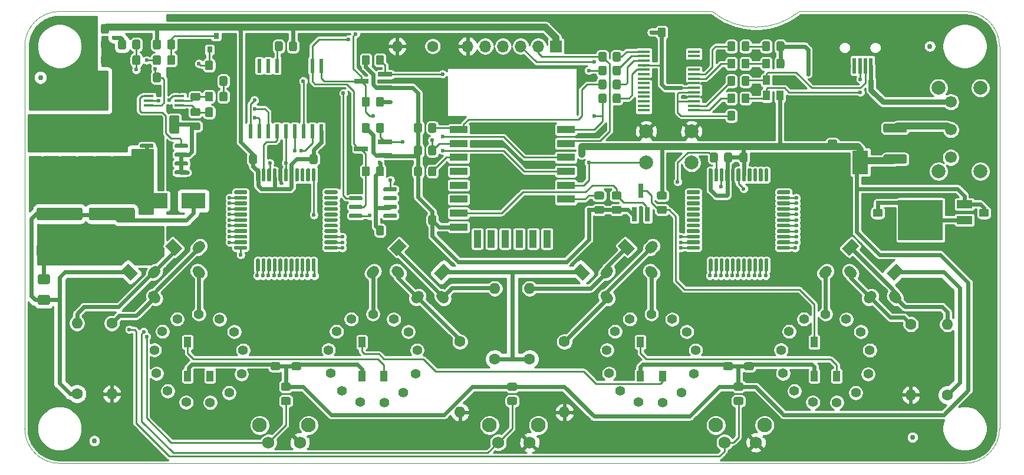
<source format=gtl>
G04 #@! TF.GenerationSoftware,KiCad,Pcbnew,5.1.7+dfsg1-1*
G04 #@! TF.CreationDate,2021-01-19T22:48:43+01:00*
G04 #@! TF.ProjectId,Nixie_proj,4e697869-655f-4707-926f-6a2e6b696361,rev?*
G04 #@! TF.SameCoordinates,Original*
G04 #@! TF.FileFunction,Copper,L1,Top*
G04 #@! TF.FilePolarity,Positive*
%FSLAX46Y46*%
G04 Gerber Fmt 4.6, Leading zero omitted, Abs format (unit mm)*
G04 Created by KiCad (PCBNEW 5.1.7+dfsg1-1) date 2021-01-19 22:48:43*
%MOMM*%
%LPD*%
G01*
G04 APERTURE LIST*
G04 #@! TA.AperFunction,Profile*
%ADD10C,0.100000*%
G04 #@! TD*
G04 #@! TA.AperFunction,ComponentPad*
%ADD11O,1.700000X1.700000*%
G04 #@! TD*
G04 #@! TA.AperFunction,ComponentPad*
%ADD12R,1.700000X1.700000*%
G04 #@! TD*
G04 #@! TA.AperFunction,SMDPad,CuDef*
%ADD13R,1.000000X1.400000*%
G04 #@! TD*
G04 #@! TA.AperFunction,SMDPad,CuDef*
%ADD14R,1.200000X1.400000*%
G04 #@! TD*
G04 #@! TA.AperFunction,SMDPad,CuDef*
%ADD15R,5.400000X4.900000*%
G04 #@! TD*
G04 #@! TA.AperFunction,SMDPad,CuDef*
%ADD16C,0.750000*%
G04 #@! TD*
G04 #@! TA.AperFunction,ComponentPad*
%ADD17C,1.600000*%
G04 #@! TD*
G04 #@! TA.AperFunction,ComponentPad*
%ADD18O,1.600000X1.600000*%
G04 #@! TD*
G04 #@! TA.AperFunction,SMDPad,CuDef*
%ADD19R,2.000000X0.700000*%
G04 #@! TD*
G04 #@! TA.AperFunction,ComponentPad*
%ADD20C,1.408000*%
G04 #@! TD*
G04 #@! TA.AperFunction,ComponentPad*
%ADD21C,0.100000*%
G04 #@! TD*
G04 #@! TA.AperFunction,SMDPad,CuDef*
%ADD22R,0.500000X2.300000*%
G04 #@! TD*
G04 #@! TA.AperFunction,SMDPad,CuDef*
%ADD23R,2.000000X2.500000*%
G04 #@! TD*
G04 #@! TA.AperFunction,SMDPad,CuDef*
%ADD24R,2.500000X1.100000*%
G04 #@! TD*
G04 #@! TA.AperFunction,SMDPad,CuDef*
%ADD25R,1.100000X2.500000*%
G04 #@! TD*
G04 #@! TA.AperFunction,SMDPad,CuDef*
%ADD26R,1.000000X1.500000*%
G04 #@! TD*
G04 #@! TA.AperFunction,SMDPad,CuDef*
%ADD27R,0.700000X2.000000*%
G04 #@! TD*
G04 #@! TA.AperFunction,SMDPad,CuDef*
%ADD28R,2.300000X3.500000*%
G04 #@! TD*
G04 #@! TA.AperFunction,SMDPad,CuDef*
%ADD29R,3.500000X2.300000*%
G04 #@! TD*
G04 #@! TA.AperFunction,ComponentPad*
%ADD30C,2.000000*%
G04 #@! TD*
G04 #@! TA.AperFunction,ComponentPad*
%ADD31C,2.100000*%
G04 #@! TD*
G04 #@! TA.AperFunction,ComponentPad*
%ADD32C,1.750000*%
G04 #@! TD*
G04 #@! TA.AperFunction,SMDPad,CuDef*
%ADD33R,1.750000X0.450000*%
G04 #@! TD*
G04 #@! TA.AperFunction,SMDPad,CuDef*
%ADD34R,2.200000X1.200000*%
G04 #@! TD*
G04 #@! TA.AperFunction,SMDPad,CuDef*
%ADD35R,6.400000X5.800000*%
G04 #@! TD*
G04 #@! TA.AperFunction,SMDPad,CuDef*
%ADD36R,0.800000X0.900000*%
G04 #@! TD*
G04 #@! TA.AperFunction,ComponentPad*
%ADD37C,1.700000*%
G04 #@! TD*
G04 #@! TA.AperFunction,SMDPad,CuDef*
%ADD38R,0.600000X2.000000*%
G04 #@! TD*
G04 #@! TA.AperFunction,SMDPad,CuDef*
%ADD39R,1.450000X0.450000*%
G04 #@! TD*
G04 #@! TA.AperFunction,ViaPad*
%ADD40C,0.600000*%
G04 #@! TD*
G04 #@! TA.AperFunction,Conductor*
%ADD41C,0.600000*%
G04 #@! TD*
G04 #@! TA.AperFunction,Conductor*
%ADD42C,0.250000*%
G04 #@! TD*
G04 #@! TA.AperFunction,Conductor*
%ADD43C,1.000000*%
G04 #@! TD*
G04 #@! TA.AperFunction,Conductor*
%ADD44C,0.800000*%
G04 #@! TD*
G04 #@! TA.AperFunction,Conductor*
%ADD45C,0.254000*%
G04 #@! TD*
G04 #@! TA.AperFunction,Conductor*
%ADD46C,0.100000*%
G04 #@! TD*
G04 APERTURE END LIST*
D10*
X146250000Y-50000000D02*
X170000000Y-50000000D01*
X146249999Y-49999999D02*
G75*
G02*
X133750001Y-49999999I-6249999J7499999D01*
G01*
X175000000Y-55000000D02*
G75*
G03*
X170000000Y-50000000I-5000000J0D01*
G01*
X170000000Y-115000000D02*
G75*
G03*
X175000000Y-110000000I0J5000000D01*
G01*
X35000000Y-110000000D02*
G75*
G03*
X40000000Y-115000000I5000000J0D01*
G01*
X40000000Y-50000000D02*
G75*
G03*
X35000000Y-55000000I0J-5000000D01*
G01*
X170000000Y-115000000D02*
X40000000Y-115000000D01*
X175000000Y-55000000D02*
X175000000Y-110000000D01*
X40000000Y-50000000D02*
X133750000Y-50000000D01*
X35000000Y-110000000D02*
X35000000Y-55000000D01*
D11*
X98590000Y-55000000D03*
X101130000Y-55000000D03*
X103670000Y-55000000D03*
X106210000Y-55000000D03*
X108750000Y-55000000D03*
D12*
X111290000Y-55000000D03*
D13*
X143450000Y-62100000D03*
X141550000Y-62100000D03*
X141550000Y-59900000D03*
D14*
X143270000Y-59900000D03*
D15*
X43750000Y-73300000D03*
X43750000Y-61500000D03*
G04 #@! TA.AperFunction,SMDPad,CuDef*
G36*
G01*
X59950001Y-65050000D02*
X59049999Y-65050000D01*
G75*
G02*
X58800000Y-64800001I0J249999D01*
G01*
X58800000Y-64149999D01*
G75*
G02*
X59049999Y-63900000I249999J0D01*
G01*
X59950001Y-63900000D01*
G75*
G02*
X60200000Y-64149999I0J-249999D01*
G01*
X60200000Y-64800001D01*
G75*
G02*
X59950001Y-65050000I-249999J0D01*
G01*
G37*
G04 #@! TD.AperFunction*
G04 #@! TA.AperFunction,SMDPad,CuDef*
G36*
G01*
X59950001Y-67100000D02*
X59049999Y-67100000D01*
G75*
G02*
X58800000Y-66850001I0J249999D01*
G01*
X58800000Y-66199999D01*
G75*
G02*
X59049999Y-65950000I249999J0D01*
G01*
X59950001Y-65950000D01*
G75*
G02*
X60200000Y-66199999I0J-249999D01*
G01*
X60200000Y-66850001D01*
G75*
G02*
X59950001Y-67100000I-249999J0D01*
G01*
G37*
G04 #@! TD.AperFunction*
D16*
X37250000Y-59500000D03*
X162500000Y-111250000D03*
X165000000Y-55000000D03*
X45000000Y-111750000D03*
G04 #@! TA.AperFunction,SMDPad,CuDef*
G36*
G01*
X62050000Y-64049999D02*
X62050000Y-64950001D01*
G75*
G02*
X61800001Y-65200000I-249999J0D01*
G01*
X61149999Y-65200000D01*
G75*
G02*
X60900000Y-64950001I0J249999D01*
G01*
X60900000Y-64049999D01*
G75*
G02*
X61149999Y-63800000I249999J0D01*
G01*
X61800001Y-63800000D01*
G75*
G02*
X62050000Y-64049999I0J-249999D01*
G01*
G37*
G04 #@! TD.AperFunction*
G04 #@! TA.AperFunction,SMDPad,CuDef*
G36*
G01*
X64100000Y-64049999D02*
X64100000Y-64950001D01*
G75*
G02*
X63850001Y-65200000I-249999J0D01*
G01*
X63199999Y-65200000D01*
G75*
G02*
X62950000Y-64950001I0J249999D01*
G01*
X62950000Y-64049999D01*
G75*
G02*
X63199999Y-63800000I249999J0D01*
G01*
X63850001Y-63800000D01*
G75*
G02*
X64100000Y-64049999I0J-249999D01*
G01*
G37*
G04 #@! TD.AperFunction*
G04 #@! TA.AperFunction,SMDPad,CuDef*
G36*
G01*
X66812500Y-84275000D02*
X65212500Y-84275000D01*
G75*
G02*
X65075000Y-84137500I0J137500D01*
G01*
X65075000Y-83862500D01*
G75*
G02*
X65212500Y-83725000I137500J0D01*
G01*
X66812500Y-83725000D01*
G75*
G02*
X66950000Y-83862500I0J-137500D01*
G01*
X66950000Y-84137500D01*
G75*
G02*
X66812500Y-84275000I-137500J0D01*
G01*
G37*
G04 #@! TD.AperFunction*
G04 #@! TA.AperFunction,SMDPad,CuDef*
G36*
G01*
X66812500Y-83475000D02*
X65212500Y-83475000D01*
G75*
G02*
X65075000Y-83337500I0J137500D01*
G01*
X65075000Y-83062500D01*
G75*
G02*
X65212500Y-82925000I137500J0D01*
G01*
X66812500Y-82925000D01*
G75*
G02*
X66950000Y-83062500I0J-137500D01*
G01*
X66950000Y-83337500D01*
G75*
G02*
X66812500Y-83475000I-137500J0D01*
G01*
G37*
G04 #@! TD.AperFunction*
G04 #@! TA.AperFunction,SMDPad,CuDef*
G36*
G01*
X66812500Y-82675000D02*
X65212500Y-82675000D01*
G75*
G02*
X65075000Y-82537500I0J137500D01*
G01*
X65075000Y-82262500D01*
G75*
G02*
X65212500Y-82125000I137500J0D01*
G01*
X66812500Y-82125000D01*
G75*
G02*
X66950000Y-82262500I0J-137500D01*
G01*
X66950000Y-82537500D01*
G75*
G02*
X66812500Y-82675000I-137500J0D01*
G01*
G37*
G04 #@! TD.AperFunction*
G04 #@! TA.AperFunction,SMDPad,CuDef*
G36*
G01*
X66812500Y-81875000D02*
X65212500Y-81875000D01*
G75*
G02*
X65075000Y-81737500I0J137500D01*
G01*
X65075000Y-81462500D01*
G75*
G02*
X65212500Y-81325000I137500J0D01*
G01*
X66812500Y-81325000D01*
G75*
G02*
X66950000Y-81462500I0J-137500D01*
G01*
X66950000Y-81737500D01*
G75*
G02*
X66812500Y-81875000I-137500J0D01*
G01*
G37*
G04 #@! TD.AperFunction*
G04 #@! TA.AperFunction,SMDPad,CuDef*
G36*
G01*
X66812500Y-81075000D02*
X65212500Y-81075000D01*
G75*
G02*
X65075000Y-80937500I0J137500D01*
G01*
X65075000Y-80662500D01*
G75*
G02*
X65212500Y-80525000I137500J0D01*
G01*
X66812500Y-80525000D01*
G75*
G02*
X66950000Y-80662500I0J-137500D01*
G01*
X66950000Y-80937500D01*
G75*
G02*
X66812500Y-81075000I-137500J0D01*
G01*
G37*
G04 #@! TD.AperFunction*
G04 #@! TA.AperFunction,SMDPad,CuDef*
G36*
G01*
X66812500Y-80275000D02*
X65212500Y-80275000D01*
G75*
G02*
X65075000Y-80137500I0J137500D01*
G01*
X65075000Y-79862500D01*
G75*
G02*
X65212500Y-79725000I137500J0D01*
G01*
X66812500Y-79725000D01*
G75*
G02*
X66950000Y-79862500I0J-137500D01*
G01*
X66950000Y-80137500D01*
G75*
G02*
X66812500Y-80275000I-137500J0D01*
G01*
G37*
G04 #@! TD.AperFunction*
G04 #@! TA.AperFunction,SMDPad,CuDef*
G36*
G01*
X66812500Y-79475000D02*
X65212500Y-79475000D01*
G75*
G02*
X65075000Y-79337500I0J137500D01*
G01*
X65075000Y-79062500D01*
G75*
G02*
X65212500Y-78925000I137500J0D01*
G01*
X66812500Y-78925000D01*
G75*
G02*
X66950000Y-79062500I0J-137500D01*
G01*
X66950000Y-79337500D01*
G75*
G02*
X66812500Y-79475000I-137500J0D01*
G01*
G37*
G04 #@! TD.AperFunction*
G04 #@! TA.AperFunction,SMDPad,CuDef*
G36*
G01*
X66812500Y-78675000D02*
X65212500Y-78675000D01*
G75*
G02*
X65075000Y-78537500I0J137500D01*
G01*
X65075000Y-78262500D01*
G75*
G02*
X65212500Y-78125000I137500J0D01*
G01*
X66812500Y-78125000D01*
G75*
G02*
X66950000Y-78262500I0J-137500D01*
G01*
X66950000Y-78537500D01*
G75*
G02*
X66812500Y-78675000I-137500J0D01*
G01*
G37*
G04 #@! TD.AperFunction*
G04 #@! TA.AperFunction,SMDPad,CuDef*
G36*
G01*
X66812500Y-77875000D02*
X65212500Y-77875000D01*
G75*
G02*
X65075000Y-77737500I0J137500D01*
G01*
X65075000Y-77462500D01*
G75*
G02*
X65212500Y-77325000I137500J0D01*
G01*
X66812500Y-77325000D01*
G75*
G02*
X66950000Y-77462500I0J-137500D01*
G01*
X66950000Y-77737500D01*
G75*
G02*
X66812500Y-77875000I-137500J0D01*
G01*
G37*
G04 #@! TD.AperFunction*
G04 #@! TA.AperFunction,SMDPad,CuDef*
G36*
G01*
X66812500Y-77075000D02*
X65212500Y-77075000D01*
G75*
G02*
X65075000Y-76937500I0J137500D01*
G01*
X65075000Y-76662500D01*
G75*
G02*
X65212500Y-76525000I137500J0D01*
G01*
X66812500Y-76525000D01*
G75*
G02*
X66950000Y-76662500I0J-137500D01*
G01*
X66950000Y-76937500D01*
G75*
G02*
X66812500Y-77075000I-137500J0D01*
G01*
G37*
G04 #@! TD.AperFunction*
G04 #@! TA.AperFunction,SMDPad,CuDef*
G36*
G01*
X66812500Y-76275000D02*
X65212500Y-76275000D01*
G75*
G02*
X65075000Y-76137500I0J137500D01*
G01*
X65075000Y-75862500D01*
G75*
G02*
X65212500Y-75725000I137500J0D01*
G01*
X66812500Y-75725000D01*
G75*
G02*
X66950000Y-75862500I0J-137500D01*
G01*
X66950000Y-76137500D01*
G75*
G02*
X66812500Y-76275000I-137500J0D01*
G01*
G37*
G04 #@! TD.AperFunction*
G04 #@! TA.AperFunction,SMDPad,CuDef*
G36*
G01*
X68637500Y-74450000D02*
X68362500Y-74450000D01*
G75*
G02*
X68225000Y-74312500I0J137500D01*
G01*
X68225000Y-72712500D01*
G75*
G02*
X68362500Y-72575000I137500J0D01*
G01*
X68637500Y-72575000D01*
G75*
G02*
X68775000Y-72712500I0J-137500D01*
G01*
X68775000Y-74312500D01*
G75*
G02*
X68637500Y-74450000I-137500J0D01*
G01*
G37*
G04 #@! TD.AperFunction*
G04 #@! TA.AperFunction,SMDPad,CuDef*
G36*
G01*
X69437500Y-74450000D02*
X69162500Y-74450000D01*
G75*
G02*
X69025000Y-74312500I0J137500D01*
G01*
X69025000Y-72712500D01*
G75*
G02*
X69162500Y-72575000I137500J0D01*
G01*
X69437500Y-72575000D01*
G75*
G02*
X69575000Y-72712500I0J-137500D01*
G01*
X69575000Y-74312500D01*
G75*
G02*
X69437500Y-74450000I-137500J0D01*
G01*
G37*
G04 #@! TD.AperFunction*
G04 #@! TA.AperFunction,SMDPad,CuDef*
G36*
G01*
X70237500Y-74450000D02*
X69962500Y-74450000D01*
G75*
G02*
X69825000Y-74312500I0J137500D01*
G01*
X69825000Y-72712500D01*
G75*
G02*
X69962500Y-72575000I137500J0D01*
G01*
X70237500Y-72575000D01*
G75*
G02*
X70375000Y-72712500I0J-137500D01*
G01*
X70375000Y-74312500D01*
G75*
G02*
X70237500Y-74450000I-137500J0D01*
G01*
G37*
G04 #@! TD.AperFunction*
G04 #@! TA.AperFunction,SMDPad,CuDef*
G36*
G01*
X71037500Y-74450000D02*
X70762500Y-74450000D01*
G75*
G02*
X70625000Y-74312500I0J137500D01*
G01*
X70625000Y-72712500D01*
G75*
G02*
X70762500Y-72575000I137500J0D01*
G01*
X71037500Y-72575000D01*
G75*
G02*
X71175000Y-72712500I0J-137500D01*
G01*
X71175000Y-74312500D01*
G75*
G02*
X71037500Y-74450000I-137500J0D01*
G01*
G37*
G04 #@! TD.AperFunction*
G04 #@! TA.AperFunction,SMDPad,CuDef*
G36*
G01*
X71837500Y-74450000D02*
X71562500Y-74450000D01*
G75*
G02*
X71425000Y-74312500I0J137500D01*
G01*
X71425000Y-72712500D01*
G75*
G02*
X71562500Y-72575000I137500J0D01*
G01*
X71837500Y-72575000D01*
G75*
G02*
X71975000Y-72712500I0J-137500D01*
G01*
X71975000Y-74312500D01*
G75*
G02*
X71837500Y-74450000I-137500J0D01*
G01*
G37*
G04 #@! TD.AperFunction*
G04 #@! TA.AperFunction,SMDPad,CuDef*
G36*
G01*
X72637500Y-74450000D02*
X72362500Y-74450000D01*
G75*
G02*
X72225000Y-74312500I0J137500D01*
G01*
X72225000Y-72712500D01*
G75*
G02*
X72362500Y-72575000I137500J0D01*
G01*
X72637500Y-72575000D01*
G75*
G02*
X72775000Y-72712500I0J-137500D01*
G01*
X72775000Y-74312500D01*
G75*
G02*
X72637500Y-74450000I-137500J0D01*
G01*
G37*
G04 #@! TD.AperFunction*
G04 #@! TA.AperFunction,SMDPad,CuDef*
G36*
G01*
X73437500Y-74450000D02*
X73162500Y-74450000D01*
G75*
G02*
X73025000Y-74312500I0J137500D01*
G01*
X73025000Y-72712500D01*
G75*
G02*
X73162500Y-72575000I137500J0D01*
G01*
X73437500Y-72575000D01*
G75*
G02*
X73575000Y-72712500I0J-137500D01*
G01*
X73575000Y-74312500D01*
G75*
G02*
X73437500Y-74450000I-137500J0D01*
G01*
G37*
G04 #@! TD.AperFunction*
G04 #@! TA.AperFunction,SMDPad,CuDef*
G36*
G01*
X74237500Y-74450000D02*
X73962500Y-74450000D01*
G75*
G02*
X73825000Y-74312500I0J137500D01*
G01*
X73825000Y-72712500D01*
G75*
G02*
X73962500Y-72575000I137500J0D01*
G01*
X74237500Y-72575000D01*
G75*
G02*
X74375000Y-72712500I0J-137500D01*
G01*
X74375000Y-74312500D01*
G75*
G02*
X74237500Y-74450000I-137500J0D01*
G01*
G37*
G04 #@! TD.AperFunction*
G04 #@! TA.AperFunction,SMDPad,CuDef*
G36*
G01*
X75037500Y-74450000D02*
X74762500Y-74450000D01*
G75*
G02*
X74625000Y-74312500I0J137500D01*
G01*
X74625000Y-72712500D01*
G75*
G02*
X74762500Y-72575000I137500J0D01*
G01*
X75037500Y-72575000D01*
G75*
G02*
X75175000Y-72712500I0J-137500D01*
G01*
X75175000Y-74312500D01*
G75*
G02*
X75037500Y-74450000I-137500J0D01*
G01*
G37*
G04 #@! TD.AperFunction*
G04 #@! TA.AperFunction,SMDPad,CuDef*
G36*
G01*
X75837500Y-74450000D02*
X75562500Y-74450000D01*
G75*
G02*
X75425000Y-74312500I0J137500D01*
G01*
X75425000Y-72712500D01*
G75*
G02*
X75562500Y-72575000I137500J0D01*
G01*
X75837500Y-72575000D01*
G75*
G02*
X75975000Y-72712500I0J-137500D01*
G01*
X75975000Y-74312500D01*
G75*
G02*
X75837500Y-74450000I-137500J0D01*
G01*
G37*
G04 #@! TD.AperFunction*
G04 #@! TA.AperFunction,SMDPad,CuDef*
G36*
G01*
X76637500Y-74450000D02*
X76362500Y-74450000D01*
G75*
G02*
X76225000Y-74312500I0J137500D01*
G01*
X76225000Y-72712500D01*
G75*
G02*
X76362500Y-72575000I137500J0D01*
G01*
X76637500Y-72575000D01*
G75*
G02*
X76775000Y-72712500I0J-137500D01*
G01*
X76775000Y-74312500D01*
G75*
G02*
X76637500Y-74450000I-137500J0D01*
G01*
G37*
G04 #@! TD.AperFunction*
G04 #@! TA.AperFunction,SMDPad,CuDef*
G36*
G01*
X79787500Y-76275000D02*
X78187500Y-76275000D01*
G75*
G02*
X78050000Y-76137500I0J137500D01*
G01*
X78050000Y-75862500D01*
G75*
G02*
X78187500Y-75725000I137500J0D01*
G01*
X79787500Y-75725000D01*
G75*
G02*
X79925000Y-75862500I0J-137500D01*
G01*
X79925000Y-76137500D01*
G75*
G02*
X79787500Y-76275000I-137500J0D01*
G01*
G37*
G04 #@! TD.AperFunction*
G04 #@! TA.AperFunction,SMDPad,CuDef*
G36*
G01*
X79787500Y-77075000D02*
X78187500Y-77075000D01*
G75*
G02*
X78050000Y-76937500I0J137500D01*
G01*
X78050000Y-76662500D01*
G75*
G02*
X78187500Y-76525000I137500J0D01*
G01*
X79787500Y-76525000D01*
G75*
G02*
X79925000Y-76662500I0J-137500D01*
G01*
X79925000Y-76937500D01*
G75*
G02*
X79787500Y-77075000I-137500J0D01*
G01*
G37*
G04 #@! TD.AperFunction*
G04 #@! TA.AperFunction,SMDPad,CuDef*
G36*
G01*
X79787500Y-77875000D02*
X78187500Y-77875000D01*
G75*
G02*
X78050000Y-77737500I0J137500D01*
G01*
X78050000Y-77462500D01*
G75*
G02*
X78187500Y-77325000I137500J0D01*
G01*
X79787500Y-77325000D01*
G75*
G02*
X79925000Y-77462500I0J-137500D01*
G01*
X79925000Y-77737500D01*
G75*
G02*
X79787500Y-77875000I-137500J0D01*
G01*
G37*
G04 #@! TD.AperFunction*
G04 #@! TA.AperFunction,SMDPad,CuDef*
G36*
G01*
X79787500Y-78675000D02*
X78187500Y-78675000D01*
G75*
G02*
X78050000Y-78537500I0J137500D01*
G01*
X78050000Y-78262500D01*
G75*
G02*
X78187500Y-78125000I137500J0D01*
G01*
X79787500Y-78125000D01*
G75*
G02*
X79925000Y-78262500I0J-137500D01*
G01*
X79925000Y-78537500D01*
G75*
G02*
X79787500Y-78675000I-137500J0D01*
G01*
G37*
G04 #@! TD.AperFunction*
G04 #@! TA.AperFunction,SMDPad,CuDef*
G36*
G01*
X79787500Y-79475000D02*
X78187500Y-79475000D01*
G75*
G02*
X78050000Y-79337500I0J137500D01*
G01*
X78050000Y-79062500D01*
G75*
G02*
X78187500Y-78925000I137500J0D01*
G01*
X79787500Y-78925000D01*
G75*
G02*
X79925000Y-79062500I0J-137500D01*
G01*
X79925000Y-79337500D01*
G75*
G02*
X79787500Y-79475000I-137500J0D01*
G01*
G37*
G04 #@! TD.AperFunction*
G04 #@! TA.AperFunction,SMDPad,CuDef*
G36*
G01*
X79787500Y-80275000D02*
X78187500Y-80275000D01*
G75*
G02*
X78050000Y-80137500I0J137500D01*
G01*
X78050000Y-79862500D01*
G75*
G02*
X78187500Y-79725000I137500J0D01*
G01*
X79787500Y-79725000D01*
G75*
G02*
X79925000Y-79862500I0J-137500D01*
G01*
X79925000Y-80137500D01*
G75*
G02*
X79787500Y-80275000I-137500J0D01*
G01*
G37*
G04 #@! TD.AperFunction*
G04 #@! TA.AperFunction,SMDPad,CuDef*
G36*
G01*
X79787500Y-81075000D02*
X78187500Y-81075000D01*
G75*
G02*
X78050000Y-80937500I0J137500D01*
G01*
X78050000Y-80662500D01*
G75*
G02*
X78187500Y-80525000I137500J0D01*
G01*
X79787500Y-80525000D01*
G75*
G02*
X79925000Y-80662500I0J-137500D01*
G01*
X79925000Y-80937500D01*
G75*
G02*
X79787500Y-81075000I-137500J0D01*
G01*
G37*
G04 #@! TD.AperFunction*
G04 #@! TA.AperFunction,SMDPad,CuDef*
G36*
G01*
X79787500Y-81875000D02*
X78187500Y-81875000D01*
G75*
G02*
X78050000Y-81737500I0J137500D01*
G01*
X78050000Y-81462500D01*
G75*
G02*
X78187500Y-81325000I137500J0D01*
G01*
X79787500Y-81325000D01*
G75*
G02*
X79925000Y-81462500I0J-137500D01*
G01*
X79925000Y-81737500D01*
G75*
G02*
X79787500Y-81875000I-137500J0D01*
G01*
G37*
G04 #@! TD.AperFunction*
G04 #@! TA.AperFunction,SMDPad,CuDef*
G36*
G01*
X79787500Y-82675000D02*
X78187500Y-82675000D01*
G75*
G02*
X78050000Y-82537500I0J137500D01*
G01*
X78050000Y-82262500D01*
G75*
G02*
X78187500Y-82125000I137500J0D01*
G01*
X79787500Y-82125000D01*
G75*
G02*
X79925000Y-82262500I0J-137500D01*
G01*
X79925000Y-82537500D01*
G75*
G02*
X79787500Y-82675000I-137500J0D01*
G01*
G37*
G04 #@! TD.AperFunction*
G04 #@! TA.AperFunction,SMDPad,CuDef*
G36*
G01*
X79787500Y-83475000D02*
X78187500Y-83475000D01*
G75*
G02*
X78050000Y-83337500I0J137500D01*
G01*
X78050000Y-83062500D01*
G75*
G02*
X78187500Y-82925000I137500J0D01*
G01*
X79787500Y-82925000D01*
G75*
G02*
X79925000Y-83062500I0J-137500D01*
G01*
X79925000Y-83337500D01*
G75*
G02*
X79787500Y-83475000I-137500J0D01*
G01*
G37*
G04 #@! TD.AperFunction*
G04 #@! TA.AperFunction,SMDPad,CuDef*
G36*
G01*
X79787500Y-84275000D02*
X78187500Y-84275000D01*
G75*
G02*
X78050000Y-84137500I0J137500D01*
G01*
X78050000Y-83862500D01*
G75*
G02*
X78187500Y-83725000I137500J0D01*
G01*
X79787500Y-83725000D01*
G75*
G02*
X79925000Y-83862500I0J-137500D01*
G01*
X79925000Y-84137500D01*
G75*
G02*
X79787500Y-84275000I-137500J0D01*
G01*
G37*
G04 #@! TD.AperFunction*
G04 #@! TA.AperFunction,SMDPad,CuDef*
G36*
G01*
X76637500Y-87425000D02*
X76362500Y-87425000D01*
G75*
G02*
X76225000Y-87287500I0J137500D01*
G01*
X76225000Y-85687500D01*
G75*
G02*
X76362500Y-85550000I137500J0D01*
G01*
X76637500Y-85550000D01*
G75*
G02*
X76775000Y-85687500I0J-137500D01*
G01*
X76775000Y-87287500D01*
G75*
G02*
X76637500Y-87425000I-137500J0D01*
G01*
G37*
G04 #@! TD.AperFunction*
G04 #@! TA.AperFunction,SMDPad,CuDef*
G36*
G01*
X75837500Y-87425000D02*
X75562500Y-87425000D01*
G75*
G02*
X75425000Y-87287500I0J137500D01*
G01*
X75425000Y-85687500D01*
G75*
G02*
X75562500Y-85550000I137500J0D01*
G01*
X75837500Y-85550000D01*
G75*
G02*
X75975000Y-85687500I0J-137500D01*
G01*
X75975000Y-87287500D01*
G75*
G02*
X75837500Y-87425000I-137500J0D01*
G01*
G37*
G04 #@! TD.AperFunction*
G04 #@! TA.AperFunction,SMDPad,CuDef*
G36*
G01*
X75037500Y-87425000D02*
X74762500Y-87425000D01*
G75*
G02*
X74625000Y-87287500I0J137500D01*
G01*
X74625000Y-85687500D01*
G75*
G02*
X74762500Y-85550000I137500J0D01*
G01*
X75037500Y-85550000D01*
G75*
G02*
X75175000Y-85687500I0J-137500D01*
G01*
X75175000Y-87287500D01*
G75*
G02*
X75037500Y-87425000I-137500J0D01*
G01*
G37*
G04 #@! TD.AperFunction*
G04 #@! TA.AperFunction,SMDPad,CuDef*
G36*
G01*
X74237500Y-87425000D02*
X73962500Y-87425000D01*
G75*
G02*
X73825000Y-87287500I0J137500D01*
G01*
X73825000Y-85687500D01*
G75*
G02*
X73962500Y-85550000I137500J0D01*
G01*
X74237500Y-85550000D01*
G75*
G02*
X74375000Y-85687500I0J-137500D01*
G01*
X74375000Y-87287500D01*
G75*
G02*
X74237500Y-87425000I-137500J0D01*
G01*
G37*
G04 #@! TD.AperFunction*
G04 #@! TA.AperFunction,SMDPad,CuDef*
G36*
G01*
X73437500Y-87425000D02*
X73162500Y-87425000D01*
G75*
G02*
X73025000Y-87287500I0J137500D01*
G01*
X73025000Y-85687500D01*
G75*
G02*
X73162500Y-85550000I137500J0D01*
G01*
X73437500Y-85550000D01*
G75*
G02*
X73575000Y-85687500I0J-137500D01*
G01*
X73575000Y-87287500D01*
G75*
G02*
X73437500Y-87425000I-137500J0D01*
G01*
G37*
G04 #@! TD.AperFunction*
G04 #@! TA.AperFunction,SMDPad,CuDef*
G36*
G01*
X72637500Y-87425000D02*
X72362500Y-87425000D01*
G75*
G02*
X72225000Y-87287500I0J137500D01*
G01*
X72225000Y-85687500D01*
G75*
G02*
X72362500Y-85550000I137500J0D01*
G01*
X72637500Y-85550000D01*
G75*
G02*
X72775000Y-85687500I0J-137500D01*
G01*
X72775000Y-87287500D01*
G75*
G02*
X72637500Y-87425000I-137500J0D01*
G01*
G37*
G04 #@! TD.AperFunction*
G04 #@! TA.AperFunction,SMDPad,CuDef*
G36*
G01*
X71837500Y-87425000D02*
X71562500Y-87425000D01*
G75*
G02*
X71425000Y-87287500I0J137500D01*
G01*
X71425000Y-85687500D01*
G75*
G02*
X71562500Y-85550000I137500J0D01*
G01*
X71837500Y-85550000D01*
G75*
G02*
X71975000Y-85687500I0J-137500D01*
G01*
X71975000Y-87287500D01*
G75*
G02*
X71837500Y-87425000I-137500J0D01*
G01*
G37*
G04 #@! TD.AperFunction*
G04 #@! TA.AperFunction,SMDPad,CuDef*
G36*
G01*
X71037500Y-87425000D02*
X70762500Y-87425000D01*
G75*
G02*
X70625000Y-87287500I0J137500D01*
G01*
X70625000Y-85687500D01*
G75*
G02*
X70762500Y-85550000I137500J0D01*
G01*
X71037500Y-85550000D01*
G75*
G02*
X71175000Y-85687500I0J-137500D01*
G01*
X71175000Y-87287500D01*
G75*
G02*
X71037500Y-87425000I-137500J0D01*
G01*
G37*
G04 #@! TD.AperFunction*
G04 #@! TA.AperFunction,SMDPad,CuDef*
G36*
G01*
X70237500Y-87425000D02*
X69962500Y-87425000D01*
G75*
G02*
X69825000Y-87287500I0J137500D01*
G01*
X69825000Y-85687500D01*
G75*
G02*
X69962500Y-85550000I137500J0D01*
G01*
X70237500Y-85550000D01*
G75*
G02*
X70375000Y-85687500I0J-137500D01*
G01*
X70375000Y-87287500D01*
G75*
G02*
X70237500Y-87425000I-137500J0D01*
G01*
G37*
G04 #@! TD.AperFunction*
G04 #@! TA.AperFunction,SMDPad,CuDef*
G36*
G01*
X69437500Y-87425000D02*
X69162500Y-87425000D01*
G75*
G02*
X69025000Y-87287500I0J137500D01*
G01*
X69025000Y-85687500D01*
G75*
G02*
X69162500Y-85550000I137500J0D01*
G01*
X69437500Y-85550000D01*
G75*
G02*
X69575000Y-85687500I0J-137500D01*
G01*
X69575000Y-87287500D01*
G75*
G02*
X69437500Y-87425000I-137500J0D01*
G01*
G37*
G04 #@! TD.AperFunction*
G04 #@! TA.AperFunction,SMDPad,CuDef*
G36*
G01*
X68637500Y-87425000D02*
X68362500Y-87425000D01*
G75*
G02*
X68225000Y-87287500I0J137500D01*
G01*
X68225000Y-85687500D01*
G75*
G02*
X68362500Y-85550000I137500J0D01*
G01*
X68637500Y-85550000D01*
G75*
G02*
X68775000Y-85687500I0J-137500D01*
G01*
X68775000Y-87287500D01*
G75*
G02*
X68637500Y-87425000I-137500J0D01*
G01*
G37*
G04 #@! TD.AperFunction*
G04 #@! TA.AperFunction,SMDPad,CuDef*
G36*
G01*
X131812500Y-84275000D02*
X130212500Y-84275000D01*
G75*
G02*
X130075000Y-84137500I0J137500D01*
G01*
X130075000Y-83862500D01*
G75*
G02*
X130212500Y-83725000I137500J0D01*
G01*
X131812500Y-83725000D01*
G75*
G02*
X131950000Y-83862500I0J-137500D01*
G01*
X131950000Y-84137500D01*
G75*
G02*
X131812500Y-84275000I-137500J0D01*
G01*
G37*
G04 #@! TD.AperFunction*
G04 #@! TA.AperFunction,SMDPad,CuDef*
G36*
G01*
X131812500Y-83475000D02*
X130212500Y-83475000D01*
G75*
G02*
X130075000Y-83337500I0J137500D01*
G01*
X130075000Y-83062500D01*
G75*
G02*
X130212500Y-82925000I137500J0D01*
G01*
X131812500Y-82925000D01*
G75*
G02*
X131950000Y-83062500I0J-137500D01*
G01*
X131950000Y-83337500D01*
G75*
G02*
X131812500Y-83475000I-137500J0D01*
G01*
G37*
G04 #@! TD.AperFunction*
G04 #@! TA.AperFunction,SMDPad,CuDef*
G36*
G01*
X131812500Y-82675000D02*
X130212500Y-82675000D01*
G75*
G02*
X130075000Y-82537500I0J137500D01*
G01*
X130075000Y-82262500D01*
G75*
G02*
X130212500Y-82125000I137500J0D01*
G01*
X131812500Y-82125000D01*
G75*
G02*
X131950000Y-82262500I0J-137500D01*
G01*
X131950000Y-82537500D01*
G75*
G02*
X131812500Y-82675000I-137500J0D01*
G01*
G37*
G04 #@! TD.AperFunction*
G04 #@! TA.AperFunction,SMDPad,CuDef*
G36*
G01*
X131812500Y-81875000D02*
X130212500Y-81875000D01*
G75*
G02*
X130075000Y-81737500I0J137500D01*
G01*
X130075000Y-81462500D01*
G75*
G02*
X130212500Y-81325000I137500J0D01*
G01*
X131812500Y-81325000D01*
G75*
G02*
X131950000Y-81462500I0J-137500D01*
G01*
X131950000Y-81737500D01*
G75*
G02*
X131812500Y-81875000I-137500J0D01*
G01*
G37*
G04 #@! TD.AperFunction*
G04 #@! TA.AperFunction,SMDPad,CuDef*
G36*
G01*
X131812500Y-81075000D02*
X130212500Y-81075000D01*
G75*
G02*
X130075000Y-80937500I0J137500D01*
G01*
X130075000Y-80662500D01*
G75*
G02*
X130212500Y-80525000I137500J0D01*
G01*
X131812500Y-80525000D01*
G75*
G02*
X131950000Y-80662500I0J-137500D01*
G01*
X131950000Y-80937500D01*
G75*
G02*
X131812500Y-81075000I-137500J0D01*
G01*
G37*
G04 #@! TD.AperFunction*
G04 #@! TA.AperFunction,SMDPad,CuDef*
G36*
G01*
X131812500Y-80275000D02*
X130212500Y-80275000D01*
G75*
G02*
X130075000Y-80137500I0J137500D01*
G01*
X130075000Y-79862500D01*
G75*
G02*
X130212500Y-79725000I137500J0D01*
G01*
X131812500Y-79725000D01*
G75*
G02*
X131950000Y-79862500I0J-137500D01*
G01*
X131950000Y-80137500D01*
G75*
G02*
X131812500Y-80275000I-137500J0D01*
G01*
G37*
G04 #@! TD.AperFunction*
G04 #@! TA.AperFunction,SMDPad,CuDef*
G36*
G01*
X131812500Y-79475000D02*
X130212500Y-79475000D01*
G75*
G02*
X130075000Y-79337500I0J137500D01*
G01*
X130075000Y-79062500D01*
G75*
G02*
X130212500Y-78925000I137500J0D01*
G01*
X131812500Y-78925000D01*
G75*
G02*
X131950000Y-79062500I0J-137500D01*
G01*
X131950000Y-79337500D01*
G75*
G02*
X131812500Y-79475000I-137500J0D01*
G01*
G37*
G04 #@! TD.AperFunction*
G04 #@! TA.AperFunction,SMDPad,CuDef*
G36*
G01*
X131812500Y-78675000D02*
X130212500Y-78675000D01*
G75*
G02*
X130075000Y-78537500I0J137500D01*
G01*
X130075000Y-78262500D01*
G75*
G02*
X130212500Y-78125000I137500J0D01*
G01*
X131812500Y-78125000D01*
G75*
G02*
X131950000Y-78262500I0J-137500D01*
G01*
X131950000Y-78537500D01*
G75*
G02*
X131812500Y-78675000I-137500J0D01*
G01*
G37*
G04 #@! TD.AperFunction*
G04 #@! TA.AperFunction,SMDPad,CuDef*
G36*
G01*
X131812500Y-77875000D02*
X130212500Y-77875000D01*
G75*
G02*
X130075000Y-77737500I0J137500D01*
G01*
X130075000Y-77462500D01*
G75*
G02*
X130212500Y-77325000I137500J0D01*
G01*
X131812500Y-77325000D01*
G75*
G02*
X131950000Y-77462500I0J-137500D01*
G01*
X131950000Y-77737500D01*
G75*
G02*
X131812500Y-77875000I-137500J0D01*
G01*
G37*
G04 #@! TD.AperFunction*
G04 #@! TA.AperFunction,SMDPad,CuDef*
G36*
G01*
X131812500Y-77075000D02*
X130212500Y-77075000D01*
G75*
G02*
X130075000Y-76937500I0J137500D01*
G01*
X130075000Y-76662500D01*
G75*
G02*
X130212500Y-76525000I137500J0D01*
G01*
X131812500Y-76525000D01*
G75*
G02*
X131950000Y-76662500I0J-137500D01*
G01*
X131950000Y-76937500D01*
G75*
G02*
X131812500Y-77075000I-137500J0D01*
G01*
G37*
G04 #@! TD.AperFunction*
G04 #@! TA.AperFunction,SMDPad,CuDef*
G36*
G01*
X131812500Y-76275000D02*
X130212500Y-76275000D01*
G75*
G02*
X130075000Y-76137500I0J137500D01*
G01*
X130075000Y-75862500D01*
G75*
G02*
X130212500Y-75725000I137500J0D01*
G01*
X131812500Y-75725000D01*
G75*
G02*
X131950000Y-75862500I0J-137500D01*
G01*
X131950000Y-76137500D01*
G75*
G02*
X131812500Y-76275000I-137500J0D01*
G01*
G37*
G04 #@! TD.AperFunction*
G04 #@! TA.AperFunction,SMDPad,CuDef*
G36*
G01*
X133637500Y-74450000D02*
X133362500Y-74450000D01*
G75*
G02*
X133225000Y-74312500I0J137500D01*
G01*
X133225000Y-72712500D01*
G75*
G02*
X133362500Y-72575000I137500J0D01*
G01*
X133637500Y-72575000D01*
G75*
G02*
X133775000Y-72712500I0J-137500D01*
G01*
X133775000Y-74312500D01*
G75*
G02*
X133637500Y-74450000I-137500J0D01*
G01*
G37*
G04 #@! TD.AperFunction*
G04 #@! TA.AperFunction,SMDPad,CuDef*
G36*
G01*
X134437500Y-74450000D02*
X134162500Y-74450000D01*
G75*
G02*
X134025000Y-74312500I0J137500D01*
G01*
X134025000Y-72712500D01*
G75*
G02*
X134162500Y-72575000I137500J0D01*
G01*
X134437500Y-72575000D01*
G75*
G02*
X134575000Y-72712500I0J-137500D01*
G01*
X134575000Y-74312500D01*
G75*
G02*
X134437500Y-74450000I-137500J0D01*
G01*
G37*
G04 #@! TD.AperFunction*
G04 #@! TA.AperFunction,SMDPad,CuDef*
G36*
G01*
X135237500Y-74450000D02*
X134962500Y-74450000D01*
G75*
G02*
X134825000Y-74312500I0J137500D01*
G01*
X134825000Y-72712500D01*
G75*
G02*
X134962500Y-72575000I137500J0D01*
G01*
X135237500Y-72575000D01*
G75*
G02*
X135375000Y-72712500I0J-137500D01*
G01*
X135375000Y-74312500D01*
G75*
G02*
X135237500Y-74450000I-137500J0D01*
G01*
G37*
G04 #@! TD.AperFunction*
G04 #@! TA.AperFunction,SMDPad,CuDef*
G36*
G01*
X136037500Y-74450000D02*
X135762500Y-74450000D01*
G75*
G02*
X135625000Y-74312500I0J137500D01*
G01*
X135625000Y-72712500D01*
G75*
G02*
X135762500Y-72575000I137500J0D01*
G01*
X136037500Y-72575000D01*
G75*
G02*
X136175000Y-72712500I0J-137500D01*
G01*
X136175000Y-74312500D01*
G75*
G02*
X136037500Y-74450000I-137500J0D01*
G01*
G37*
G04 #@! TD.AperFunction*
G04 #@! TA.AperFunction,SMDPad,CuDef*
G36*
G01*
X136837500Y-74450000D02*
X136562500Y-74450000D01*
G75*
G02*
X136425000Y-74312500I0J137500D01*
G01*
X136425000Y-72712500D01*
G75*
G02*
X136562500Y-72575000I137500J0D01*
G01*
X136837500Y-72575000D01*
G75*
G02*
X136975000Y-72712500I0J-137500D01*
G01*
X136975000Y-74312500D01*
G75*
G02*
X136837500Y-74450000I-137500J0D01*
G01*
G37*
G04 #@! TD.AperFunction*
G04 #@! TA.AperFunction,SMDPad,CuDef*
G36*
G01*
X137637500Y-74450000D02*
X137362500Y-74450000D01*
G75*
G02*
X137225000Y-74312500I0J137500D01*
G01*
X137225000Y-72712500D01*
G75*
G02*
X137362500Y-72575000I137500J0D01*
G01*
X137637500Y-72575000D01*
G75*
G02*
X137775000Y-72712500I0J-137500D01*
G01*
X137775000Y-74312500D01*
G75*
G02*
X137637500Y-74450000I-137500J0D01*
G01*
G37*
G04 #@! TD.AperFunction*
G04 #@! TA.AperFunction,SMDPad,CuDef*
G36*
G01*
X138437500Y-74450000D02*
X138162500Y-74450000D01*
G75*
G02*
X138025000Y-74312500I0J137500D01*
G01*
X138025000Y-72712500D01*
G75*
G02*
X138162500Y-72575000I137500J0D01*
G01*
X138437500Y-72575000D01*
G75*
G02*
X138575000Y-72712500I0J-137500D01*
G01*
X138575000Y-74312500D01*
G75*
G02*
X138437500Y-74450000I-137500J0D01*
G01*
G37*
G04 #@! TD.AperFunction*
G04 #@! TA.AperFunction,SMDPad,CuDef*
G36*
G01*
X139237500Y-74450000D02*
X138962500Y-74450000D01*
G75*
G02*
X138825000Y-74312500I0J137500D01*
G01*
X138825000Y-72712500D01*
G75*
G02*
X138962500Y-72575000I137500J0D01*
G01*
X139237500Y-72575000D01*
G75*
G02*
X139375000Y-72712500I0J-137500D01*
G01*
X139375000Y-74312500D01*
G75*
G02*
X139237500Y-74450000I-137500J0D01*
G01*
G37*
G04 #@! TD.AperFunction*
G04 #@! TA.AperFunction,SMDPad,CuDef*
G36*
G01*
X140037500Y-74450000D02*
X139762500Y-74450000D01*
G75*
G02*
X139625000Y-74312500I0J137500D01*
G01*
X139625000Y-72712500D01*
G75*
G02*
X139762500Y-72575000I137500J0D01*
G01*
X140037500Y-72575000D01*
G75*
G02*
X140175000Y-72712500I0J-137500D01*
G01*
X140175000Y-74312500D01*
G75*
G02*
X140037500Y-74450000I-137500J0D01*
G01*
G37*
G04 #@! TD.AperFunction*
G04 #@! TA.AperFunction,SMDPad,CuDef*
G36*
G01*
X140837500Y-74450000D02*
X140562500Y-74450000D01*
G75*
G02*
X140425000Y-74312500I0J137500D01*
G01*
X140425000Y-72712500D01*
G75*
G02*
X140562500Y-72575000I137500J0D01*
G01*
X140837500Y-72575000D01*
G75*
G02*
X140975000Y-72712500I0J-137500D01*
G01*
X140975000Y-74312500D01*
G75*
G02*
X140837500Y-74450000I-137500J0D01*
G01*
G37*
G04 #@! TD.AperFunction*
G04 #@! TA.AperFunction,SMDPad,CuDef*
G36*
G01*
X141637500Y-74450000D02*
X141362500Y-74450000D01*
G75*
G02*
X141225000Y-74312500I0J137500D01*
G01*
X141225000Y-72712500D01*
G75*
G02*
X141362500Y-72575000I137500J0D01*
G01*
X141637500Y-72575000D01*
G75*
G02*
X141775000Y-72712500I0J-137500D01*
G01*
X141775000Y-74312500D01*
G75*
G02*
X141637500Y-74450000I-137500J0D01*
G01*
G37*
G04 #@! TD.AperFunction*
G04 #@! TA.AperFunction,SMDPad,CuDef*
G36*
G01*
X144787500Y-76275000D02*
X143187500Y-76275000D01*
G75*
G02*
X143050000Y-76137500I0J137500D01*
G01*
X143050000Y-75862500D01*
G75*
G02*
X143187500Y-75725000I137500J0D01*
G01*
X144787500Y-75725000D01*
G75*
G02*
X144925000Y-75862500I0J-137500D01*
G01*
X144925000Y-76137500D01*
G75*
G02*
X144787500Y-76275000I-137500J0D01*
G01*
G37*
G04 #@! TD.AperFunction*
G04 #@! TA.AperFunction,SMDPad,CuDef*
G36*
G01*
X144787500Y-77075000D02*
X143187500Y-77075000D01*
G75*
G02*
X143050000Y-76937500I0J137500D01*
G01*
X143050000Y-76662500D01*
G75*
G02*
X143187500Y-76525000I137500J0D01*
G01*
X144787500Y-76525000D01*
G75*
G02*
X144925000Y-76662500I0J-137500D01*
G01*
X144925000Y-76937500D01*
G75*
G02*
X144787500Y-77075000I-137500J0D01*
G01*
G37*
G04 #@! TD.AperFunction*
G04 #@! TA.AperFunction,SMDPad,CuDef*
G36*
G01*
X144787500Y-77875000D02*
X143187500Y-77875000D01*
G75*
G02*
X143050000Y-77737500I0J137500D01*
G01*
X143050000Y-77462500D01*
G75*
G02*
X143187500Y-77325000I137500J0D01*
G01*
X144787500Y-77325000D01*
G75*
G02*
X144925000Y-77462500I0J-137500D01*
G01*
X144925000Y-77737500D01*
G75*
G02*
X144787500Y-77875000I-137500J0D01*
G01*
G37*
G04 #@! TD.AperFunction*
G04 #@! TA.AperFunction,SMDPad,CuDef*
G36*
G01*
X144787500Y-78675000D02*
X143187500Y-78675000D01*
G75*
G02*
X143050000Y-78537500I0J137500D01*
G01*
X143050000Y-78262500D01*
G75*
G02*
X143187500Y-78125000I137500J0D01*
G01*
X144787500Y-78125000D01*
G75*
G02*
X144925000Y-78262500I0J-137500D01*
G01*
X144925000Y-78537500D01*
G75*
G02*
X144787500Y-78675000I-137500J0D01*
G01*
G37*
G04 #@! TD.AperFunction*
G04 #@! TA.AperFunction,SMDPad,CuDef*
G36*
G01*
X144787500Y-79475000D02*
X143187500Y-79475000D01*
G75*
G02*
X143050000Y-79337500I0J137500D01*
G01*
X143050000Y-79062500D01*
G75*
G02*
X143187500Y-78925000I137500J0D01*
G01*
X144787500Y-78925000D01*
G75*
G02*
X144925000Y-79062500I0J-137500D01*
G01*
X144925000Y-79337500D01*
G75*
G02*
X144787500Y-79475000I-137500J0D01*
G01*
G37*
G04 #@! TD.AperFunction*
G04 #@! TA.AperFunction,SMDPad,CuDef*
G36*
G01*
X144787500Y-80275000D02*
X143187500Y-80275000D01*
G75*
G02*
X143050000Y-80137500I0J137500D01*
G01*
X143050000Y-79862500D01*
G75*
G02*
X143187500Y-79725000I137500J0D01*
G01*
X144787500Y-79725000D01*
G75*
G02*
X144925000Y-79862500I0J-137500D01*
G01*
X144925000Y-80137500D01*
G75*
G02*
X144787500Y-80275000I-137500J0D01*
G01*
G37*
G04 #@! TD.AperFunction*
G04 #@! TA.AperFunction,SMDPad,CuDef*
G36*
G01*
X144787500Y-81075000D02*
X143187500Y-81075000D01*
G75*
G02*
X143050000Y-80937500I0J137500D01*
G01*
X143050000Y-80662500D01*
G75*
G02*
X143187500Y-80525000I137500J0D01*
G01*
X144787500Y-80525000D01*
G75*
G02*
X144925000Y-80662500I0J-137500D01*
G01*
X144925000Y-80937500D01*
G75*
G02*
X144787500Y-81075000I-137500J0D01*
G01*
G37*
G04 #@! TD.AperFunction*
G04 #@! TA.AperFunction,SMDPad,CuDef*
G36*
G01*
X144787500Y-81875000D02*
X143187500Y-81875000D01*
G75*
G02*
X143050000Y-81737500I0J137500D01*
G01*
X143050000Y-81462500D01*
G75*
G02*
X143187500Y-81325000I137500J0D01*
G01*
X144787500Y-81325000D01*
G75*
G02*
X144925000Y-81462500I0J-137500D01*
G01*
X144925000Y-81737500D01*
G75*
G02*
X144787500Y-81875000I-137500J0D01*
G01*
G37*
G04 #@! TD.AperFunction*
G04 #@! TA.AperFunction,SMDPad,CuDef*
G36*
G01*
X144787500Y-82675000D02*
X143187500Y-82675000D01*
G75*
G02*
X143050000Y-82537500I0J137500D01*
G01*
X143050000Y-82262500D01*
G75*
G02*
X143187500Y-82125000I137500J0D01*
G01*
X144787500Y-82125000D01*
G75*
G02*
X144925000Y-82262500I0J-137500D01*
G01*
X144925000Y-82537500D01*
G75*
G02*
X144787500Y-82675000I-137500J0D01*
G01*
G37*
G04 #@! TD.AperFunction*
G04 #@! TA.AperFunction,SMDPad,CuDef*
G36*
G01*
X144787500Y-83475000D02*
X143187500Y-83475000D01*
G75*
G02*
X143050000Y-83337500I0J137500D01*
G01*
X143050000Y-83062500D01*
G75*
G02*
X143187500Y-82925000I137500J0D01*
G01*
X144787500Y-82925000D01*
G75*
G02*
X144925000Y-83062500I0J-137500D01*
G01*
X144925000Y-83337500D01*
G75*
G02*
X144787500Y-83475000I-137500J0D01*
G01*
G37*
G04 #@! TD.AperFunction*
G04 #@! TA.AperFunction,SMDPad,CuDef*
G36*
G01*
X144787500Y-84275000D02*
X143187500Y-84275000D01*
G75*
G02*
X143050000Y-84137500I0J137500D01*
G01*
X143050000Y-83862500D01*
G75*
G02*
X143187500Y-83725000I137500J0D01*
G01*
X144787500Y-83725000D01*
G75*
G02*
X144925000Y-83862500I0J-137500D01*
G01*
X144925000Y-84137500D01*
G75*
G02*
X144787500Y-84275000I-137500J0D01*
G01*
G37*
G04 #@! TD.AperFunction*
G04 #@! TA.AperFunction,SMDPad,CuDef*
G36*
G01*
X141637500Y-87425000D02*
X141362500Y-87425000D01*
G75*
G02*
X141225000Y-87287500I0J137500D01*
G01*
X141225000Y-85687500D01*
G75*
G02*
X141362500Y-85550000I137500J0D01*
G01*
X141637500Y-85550000D01*
G75*
G02*
X141775000Y-85687500I0J-137500D01*
G01*
X141775000Y-87287500D01*
G75*
G02*
X141637500Y-87425000I-137500J0D01*
G01*
G37*
G04 #@! TD.AperFunction*
G04 #@! TA.AperFunction,SMDPad,CuDef*
G36*
G01*
X140837500Y-87425000D02*
X140562500Y-87425000D01*
G75*
G02*
X140425000Y-87287500I0J137500D01*
G01*
X140425000Y-85687500D01*
G75*
G02*
X140562500Y-85550000I137500J0D01*
G01*
X140837500Y-85550000D01*
G75*
G02*
X140975000Y-85687500I0J-137500D01*
G01*
X140975000Y-87287500D01*
G75*
G02*
X140837500Y-87425000I-137500J0D01*
G01*
G37*
G04 #@! TD.AperFunction*
G04 #@! TA.AperFunction,SMDPad,CuDef*
G36*
G01*
X140037500Y-87425000D02*
X139762500Y-87425000D01*
G75*
G02*
X139625000Y-87287500I0J137500D01*
G01*
X139625000Y-85687500D01*
G75*
G02*
X139762500Y-85550000I137500J0D01*
G01*
X140037500Y-85550000D01*
G75*
G02*
X140175000Y-85687500I0J-137500D01*
G01*
X140175000Y-87287500D01*
G75*
G02*
X140037500Y-87425000I-137500J0D01*
G01*
G37*
G04 #@! TD.AperFunction*
G04 #@! TA.AperFunction,SMDPad,CuDef*
G36*
G01*
X139237500Y-87425000D02*
X138962500Y-87425000D01*
G75*
G02*
X138825000Y-87287500I0J137500D01*
G01*
X138825000Y-85687500D01*
G75*
G02*
X138962500Y-85550000I137500J0D01*
G01*
X139237500Y-85550000D01*
G75*
G02*
X139375000Y-85687500I0J-137500D01*
G01*
X139375000Y-87287500D01*
G75*
G02*
X139237500Y-87425000I-137500J0D01*
G01*
G37*
G04 #@! TD.AperFunction*
G04 #@! TA.AperFunction,SMDPad,CuDef*
G36*
G01*
X138437500Y-87425000D02*
X138162500Y-87425000D01*
G75*
G02*
X138025000Y-87287500I0J137500D01*
G01*
X138025000Y-85687500D01*
G75*
G02*
X138162500Y-85550000I137500J0D01*
G01*
X138437500Y-85550000D01*
G75*
G02*
X138575000Y-85687500I0J-137500D01*
G01*
X138575000Y-87287500D01*
G75*
G02*
X138437500Y-87425000I-137500J0D01*
G01*
G37*
G04 #@! TD.AperFunction*
G04 #@! TA.AperFunction,SMDPad,CuDef*
G36*
G01*
X137637500Y-87425000D02*
X137362500Y-87425000D01*
G75*
G02*
X137225000Y-87287500I0J137500D01*
G01*
X137225000Y-85687500D01*
G75*
G02*
X137362500Y-85550000I137500J0D01*
G01*
X137637500Y-85550000D01*
G75*
G02*
X137775000Y-85687500I0J-137500D01*
G01*
X137775000Y-87287500D01*
G75*
G02*
X137637500Y-87425000I-137500J0D01*
G01*
G37*
G04 #@! TD.AperFunction*
G04 #@! TA.AperFunction,SMDPad,CuDef*
G36*
G01*
X136837500Y-87425000D02*
X136562500Y-87425000D01*
G75*
G02*
X136425000Y-87287500I0J137500D01*
G01*
X136425000Y-85687500D01*
G75*
G02*
X136562500Y-85550000I137500J0D01*
G01*
X136837500Y-85550000D01*
G75*
G02*
X136975000Y-85687500I0J-137500D01*
G01*
X136975000Y-87287500D01*
G75*
G02*
X136837500Y-87425000I-137500J0D01*
G01*
G37*
G04 #@! TD.AperFunction*
G04 #@! TA.AperFunction,SMDPad,CuDef*
G36*
G01*
X136037500Y-87425000D02*
X135762500Y-87425000D01*
G75*
G02*
X135625000Y-87287500I0J137500D01*
G01*
X135625000Y-85687500D01*
G75*
G02*
X135762500Y-85550000I137500J0D01*
G01*
X136037500Y-85550000D01*
G75*
G02*
X136175000Y-85687500I0J-137500D01*
G01*
X136175000Y-87287500D01*
G75*
G02*
X136037500Y-87425000I-137500J0D01*
G01*
G37*
G04 #@! TD.AperFunction*
G04 #@! TA.AperFunction,SMDPad,CuDef*
G36*
G01*
X135237500Y-87425000D02*
X134962500Y-87425000D01*
G75*
G02*
X134825000Y-87287500I0J137500D01*
G01*
X134825000Y-85687500D01*
G75*
G02*
X134962500Y-85550000I137500J0D01*
G01*
X135237500Y-85550000D01*
G75*
G02*
X135375000Y-85687500I0J-137500D01*
G01*
X135375000Y-87287500D01*
G75*
G02*
X135237500Y-87425000I-137500J0D01*
G01*
G37*
G04 #@! TD.AperFunction*
G04 #@! TA.AperFunction,SMDPad,CuDef*
G36*
G01*
X134437500Y-87425000D02*
X134162500Y-87425000D01*
G75*
G02*
X134025000Y-87287500I0J137500D01*
G01*
X134025000Y-85687500D01*
G75*
G02*
X134162500Y-85550000I137500J0D01*
G01*
X134437500Y-85550000D01*
G75*
G02*
X134575000Y-85687500I0J-137500D01*
G01*
X134575000Y-87287500D01*
G75*
G02*
X134437500Y-87425000I-137500J0D01*
G01*
G37*
G04 #@! TD.AperFunction*
G04 #@! TA.AperFunction,SMDPad,CuDef*
G36*
G01*
X133637500Y-87425000D02*
X133362500Y-87425000D01*
G75*
G02*
X133225000Y-87287500I0J137500D01*
G01*
X133225000Y-85687500D01*
G75*
G02*
X133362500Y-85550000I137500J0D01*
G01*
X133637500Y-85550000D01*
G75*
G02*
X133775000Y-85687500I0J-137500D01*
G01*
X133775000Y-87287500D01*
G75*
G02*
X133637500Y-87425000I-137500J0D01*
G01*
G37*
G04 #@! TD.AperFunction*
D17*
X93580000Y-55000000D03*
D18*
X88500000Y-55000000D03*
D19*
X83300000Y-69745384D03*
X86700000Y-68795384D03*
X86700000Y-70695384D03*
D20*
X64348000Y-104846000D03*
X61621000Y-106243000D03*
X66350000Y-98730000D03*
X66120000Y-102154000D03*
X55531000Y-104594000D03*
X53911000Y-102063000D03*
X60000000Y-93523000D03*
X54768000Y-96027000D03*
X53607000Y-98693000D03*
X65080000Y-96063000D03*
X56896000Y-94248000D03*
X58178000Y-106213000D03*
X62978000Y-94275000D03*
G04 #@! TA.AperFunction,ComponentPad*
G36*
G01*
X59292893Y-84615005D02*
X59292893Y-84615005D01*
G75*
G02*
X59292893Y-83554345I530330J530330D01*
G01*
X59646447Y-83200791D01*
G75*
G02*
X60707107Y-83200791I530330J-530330D01*
G01*
X60707107Y-83200791D01*
G75*
G02*
X60707107Y-84261451I-530330J-530330D01*
G01*
X60353553Y-84615005D01*
G75*
G02*
X59292893Y-84615005I-530330J530330D01*
G01*
G37*
G04 #@! TD.AperFunction*
G04 #@! TA.AperFunction,ComponentPad*
D21*
G36*
X56584675Y-85145335D02*
G01*
X55170461Y-83731121D01*
X56231121Y-82670461D01*
X57645335Y-84084675D01*
X56584675Y-85145335D01*
G37*
G04 #@! TD.AperFunction*
G04 #@! TA.AperFunction,ComponentPad*
G36*
G01*
X59646447Y-88207107D02*
X59292893Y-87853553D01*
G75*
G02*
X59292893Y-86792893I530330J530330D01*
G01*
X59292893Y-86792893D01*
G75*
G02*
X60353553Y-86792893I530330J-530330D01*
G01*
X60707107Y-87146447D01*
G75*
G02*
X60707107Y-88207107I-530330J-530330D01*
G01*
X60707107Y-88207107D01*
G75*
G02*
X59646447Y-88207107I-530330J530330D01*
G01*
G37*
G04 #@! TD.AperFunction*
D22*
X156540000Y-57800000D03*
X155740000Y-57800000D03*
X154940000Y-57800000D03*
X154140000Y-57800000D03*
X153340000Y-57800000D03*
D23*
X159390000Y-57700000D03*
X159390000Y-52200000D03*
X150490000Y-57700000D03*
X150490000Y-52200000D03*
G04 #@! TA.AperFunction,ComponentPad*
G36*
G01*
X52884995Y-88207107D02*
X52884995Y-88207107D01*
G75*
G02*
X52884995Y-87146447I530330J530330D01*
G01*
X53238549Y-86792893D01*
G75*
G02*
X54299209Y-86792893I530330J-530330D01*
G01*
X54299209Y-86792893D01*
G75*
G02*
X54299209Y-87853553I-530330J-530330D01*
G01*
X53945655Y-88207107D01*
G75*
G02*
X52884995Y-88207107I-530330J530330D01*
G01*
G37*
G04 #@! TD.AperFunction*
G04 #@! TA.AperFunction,ComponentPad*
D21*
G36*
X50176777Y-88737437D02*
G01*
X48762563Y-87323223D01*
X49823223Y-86262563D01*
X51237437Y-87676777D01*
X50176777Y-88737437D01*
G37*
G04 #@! TD.AperFunction*
G04 #@! TA.AperFunction,ComponentPad*
G36*
G01*
X53945655Y-90384995D02*
X54299209Y-90738549D01*
G75*
G02*
X54299209Y-91799209I-530330J-530330D01*
G01*
X54299209Y-91799209D01*
G75*
G02*
X53238549Y-91799209I-530330J530330D01*
G01*
X52884995Y-91445655D01*
G75*
G02*
X52884995Y-90384995I530330J530330D01*
G01*
X52884995Y-90384995D01*
G75*
G02*
X53945655Y-90384995I530330J-530330D01*
G01*
G37*
G04 #@! TD.AperFunction*
G04 #@! TA.AperFunction,ComponentPad*
G36*
G01*
X94292893Y-90384995D02*
X94292893Y-90384995D01*
G75*
G02*
X95353553Y-90384995I530330J-530330D01*
G01*
X95707107Y-90738549D01*
G75*
G02*
X95707107Y-91799209I-530330J-530330D01*
G01*
X95707107Y-91799209D01*
G75*
G02*
X94646447Y-91799209I-530330J530330D01*
G01*
X94292893Y-91445655D01*
G75*
G02*
X94292893Y-90384995I530330J530330D01*
G01*
G37*
G04 #@! TD.AperFunction*
G04 #@! TA.AperFunction,ComponentPad*
G36*
X93762563Y-87676777D02*
G01*
X95176777Y-86262563D01*
X96237437Y-87323223D01*
X94823223Y-88737437D01*
X93762563Y-87676777D01*
G37*
G04 #@! TD.AperFunction*
G04 #@! TA.AperFunction,ComponentPad*
G36*
G01*
X90700791Y-90738549D02*
X91054345Y-90384995D01*
G75*
G02*
X92115005Y-90384995I530330J-530330D01*
G01*
X92115005Y-90384995D01*
G75*
G02*
X92115005Y-91445655I-530330J-530330D01*
G01*
X91761451Y-91799209D01*
G75*
G02*
X90700791Y-91799209I-530330J530330D01*
G01*
X90700791Y-91799209D01*
G75*
G02*
X90700791Y-90738549I530330J530330D01*
G01*
G37*
G04 #@! TD.AperFunction*
G04 #@! TA.AperFunction,ComponentPad*
G36*
G01*
X87884995Y-86792893D02*
X87884995Y-86792893D01*
G75*
G02*
X88945655Y-86792893I530330J-530330D01*
G01*
X89299209Y-87146447D01*
G75*
G02*
X89299209Y-88207107I-530330J-530330D01*
G01*
X89299209Y-88207107D01*
G75*
G02*
X88238549Y-88207107I-530330J530330D01*
G01*
X87884995Y-87853553D01*
G75*
G02*
X87884995Y-86792893I530330J530330D01*
G01*
G37*
G04 #@! TD.AperFunction*
G04 #@! TA.AperFunction,ComponentPad*
G36*
X87354665Y-84084675D02*
G01*
X88768879Y-82670461D01*
X89829539Y-83731121D01*
X88415325Y-85145335D01*
X87354665Y-84084675D01*
G37*
G04 #@! TD.AperFunction*
G04 #@! TA.AperFunction,ComponentPad*
G36*
G01*
X84292893Y-87146447D02*
X84646447Y-86792893D01*
G75*
G02*
X85707107Y-86792893I530330J-530330D01*
G01*
X85707107Y-86792893D01*
G75*
G02*
X85707107Y-87853553I-530330J-530330D01*
G01*
X85353553Y-88207107D01*
G75*
G02*
X84292893Y-88207107I-530330J530330D01*
G01*
X84292893Y-88207107D01*
G75*
G02*
X84292893Y-87146447I530330J530330D01*
G01*
G37*
G04 #@! TD.AperFunction*
G04 #@! TA.AperFunction,ComponentPad*
G36*
G01*
X117884995Y-88207107D02*
X117884995Y-88207107D01*
G75*
G02*
X117884995Y-87146447I530330J530330D01*
G01*
X118238549Y-86792893D01*
G75*
G02*
X119299209Y-86792893I530330J-530330D01*
G01*
X119299209Y-86792893D01*
G75*
G02*
X119299209Y-87853553I-530330J-530330D01*
G01*
X118945655Y-88207107D01*
G75*
G02*
X117884995Y-88207107I-530330J530330D01*
G01*
G37*
G04 #@! TD.AperFunction*
G04 #@! TA.AperFunction,ComponentPad*
G36*
X115176777Y-88737437D02*
G01*
X113762563Y-87323223D01*
X114823223Y-86262563D01*
X116237437Y-87676777D01*
X115176777Y-88737437D01*
G37*
G04 #@! TD.AperFunction*
G04 #@! TA.AperFunction,ComponentPad*
G36*
G01*
X118238549Y-91799209D02*
X117884995Y-91445655D01*
G75*
G02*
X117884995Y-90384995I530330J530330D01*
G01*
X117884995Y-90384995D01*
G75*
G02*
X118945655Y-90384995I530330J-530330D01*
G01*
X119299209Y-90738549D01*
G75*
G02*
X119299209Y-91799209I-530330J-530330D01*
G01*
X119299209Y-91799209D01*
G75*
G02*
X118238549Y-91799209I-530330J530330D01*
G01*
G37*
G04 #@! TD.AperFunction*
G04 #@! TA.AperFunction,ComponentPad*
G36*
G01*
X124292893Y-84615005D02*
X124292893Y-84615005D01*
G75*
G02*
X124292893Y-83554345I530330J530330D01*
G01*
X124646447Y-83200791D01*
G75*
G02*
X125707107Y-83200791I530330J-530330D01*
G01*
X125707107Y-83200791D01*
G75*
G02*
X125707107Y-84261451I-530330J-530330D01*
G01*
X125353553Y-84615005D01*
G75*
G02*
X124292893Y-84615005I-530330J530330D01*
G01*
G37*
G04 #@! TD.AperFunction*
G04 #@! TA.AperFunction,ComponentPad*
G36*
X121584675Y-85145335D02*
G01*
X120170461Y-83731121D01*
X121231121Y-82670461D01*
X122645335Y-84084675D01*
X121584675Y-85145335D01*
G37*
G04 #@! TD.AperFunction*
G04 #@! TA.AperFunction,ComponentPad*
G36*
G01*
X124646447Y-88207107D02*
X124292893Y-87853553D01*
G75*
G02*
X124292893Y-86792893I530330J530330D01*
G01*
X124292893Y-86792893D01*
G75*
G02*
X125353553Y-86792893I530330J-530330D01*
G01*
X125707107Y-87146447D01*
G75*
G02*
X125707107Y-88207107I-530330J-530330D01*
G01*
X125707107Y-88207107D01*
G75*
G02*
X124646447Y-88207107I-530330J530330D01*
G01*
G37*
G04 #@! TD.AperFunction*
G04 #@! TA.AperFunction,ComponentPad*
G36*
G01*
X159292893Y-90384995D02*
X159292893Y-90384995D01*
G75*
G02*
X160353553Y-90384995I530330J-530330D01*
G01*
X160707107Y-90738549D01*
G75*
G02*
X160707107Y-91799209I-530330J-530330D01*
G01*
X160707107Y-91799209D01*
G75*
G02*
X159646447Y-91799209I-530330J530330D01*
G01*
X159292893Y-91445655D01*
G75*
G02*
X159292893Y-90384995I530330J530330D01*
G01*
G37*
G04 #@! TD.AperFunction*
G04 #@! TA.AperFunction,ComponentPad*
G36*
X158762563Y-87676777D02*
G01*
X160176777Y-86262563D01*
X161237437Y-87323223D01*
X159823223Y-88737437D01*
X158762563Y-87676777D01*
G37*
G04 #@! TD.AperFunction*
G04 #@! TA.AperFunction,ComponentPad*
G36*
G01*
X155700791Y-90738549D02*
X156054345Y-90384995D01*
G75*
G02*
X157115005Y-90384995I530330J-530330D01*
G01*
X157115005Y-90384995D01*
G75*
G02*
X157115005Y-91445655I-530330J-530330D01*
G01*
X156761451Y-91799209D01*
G75*
G02*
X155700791Y-91799209I-530330J530330D01*
G01*
X155700791Y-91799209D01*
G75*
G02*
X155700791Y-90738549I530330J530330D01*
G01*
G37*
G04 #@! TD.AperFunction*
G04 #@! TA.AperFunction,ComponentPad*
G36*
G01*
X152884995Y-86792893D02*
X152884995Y-86792893D01*
G75*
G02*
X153945655Y-86792893I530330J-530330D01*
G01*
X154299209Y-87146447D01*
G75*
G02*
X154299209Y-88207107I-530330J-530330D01*
G01*
X154299209Y-88207107D01*
G75*
G02*
X153238549Y-88207107I-530330J530330D01*
G01*
X152884995Y-87853553D01*
G75*
G02*
X152884995Y-86792893I530330J530330D01*
G01*
G37*
G04 #@! TD.AperFunction*
G04 #@! TA.AperFunction,ComponentPad*
G36*
X152354665Y-84084675D02*
G01*
X153768879Y-82670461D01*
X154829539Y-83731121D01*
X153415325Y-85145335D01*
X152354665Y-84084675D01*
G37*
G04 #@! TD.AperFunction*
G04 #@! TA.AperFunction,ComponentPad*
G36*
G01*
X149292893Y-87146447D02*
X149646447Y-86792893D01*
G75*
G02*
X150707107Y-86792893I530330J-530330D01*
G01*
X150707107Y-86792893D01*
G75*
G02*
X150707107Y-87853553I-530330J-530330D01*
G01*
X150353553Y-88207107D01*
G75*
G02*
X149292893Y-88207107I-530330J530330D01*
G01*
X149292893Y-88207107D01*
G75*
G02*
X149292893Y-87146447I530330J530330D01*
G01*
G37*
G04 #@! TD.AperFunction*
D17*
X47500000Y-94840000D03*
D18*
X47500000Y-105000000D03*
D17*
X42500000Y-105000000D03*
D18*
X42500000Y-94840000D03*
D17*
X97500000Y-97500000D03*
D18*
X97500000Y-107660000D03*
D17*
X102500000Y-100000000D03*
D18*
X102500000Y-89840000D03*
D17*
X112500000Y-97500000D03*
D18*
X112500000Y-107660000D03*
D17*
X107500000Y-100000000D03*
D18*
X107500000Y-89840000D03*
D17*
X162250000Y-95000000D03*
D18*
X162250000Y-105160000D03*
D17*
X167500000Y-105160000D03*
D18*
X167500000Y-95000000D03*
D20*
X89348000Y-104846000D03*
X86621000Y-106243000D03*
X91350000Y-98730000D03*
X91120000Y-102154000D03*
X80531000Y-104594000D03*
X78911000Y-102063000D03*
X85000000Y-93523000D03*
X79768000Y-96027000D03*
X78607000Y-98693000D03*
X90080000Y-96063000D03*
X81896000Y-94248000D03*
X83178000Y-106213000D03*
X87978000Y-94275000D03*
X129348000Y-104846000D03*
X126621000Y-106243000D03*
X131350000Y-98730000D03*
X131120000Y-102154000D03*
X120531000Y-104594000D03*
X118911000Y-102063000D03*
X125000000Y-93523000D03*
X119768000Y-96027000D03*
X118607000Y-98693000D03*
X130080000Y-96063000D03*
X121896000Y-94248000D03*
X123178000Y-106213000D03*
X127978000Y-94275000D03*
X154348000Y-104846000D03*
X151621000Y-106243000D03*
X156350000Y-98730000D03*
X156120000Y-102154000D03*
X145531000Y-104594000D03*
X143911000Y-102063000D03*
X150000000Y-93523000D03*
X144768000Y-96027000D03*
X143607000Y-98693000D03*
X155080000Y-96063000D03*
X146896000Y-94248000D03*
X148178000Y-106213000D03*
X152978000Y-94275000D03*
D24*
X97310000Y-67000000D03*
X97310000Y-69000000D03*
X97310000Y-71000000D03*
X97310000Y-73000000D03*
X97310000Y-75000000D03*
X97310000Y-77000000D03*
X97310000Y-79000000D03*
X97310000Y-81000000D03*
X112710000Y-81000000D03*
X112710000Y-79000000D03*
X112710000Y-77000000D03*
X112710000Y-75000000D03*
X112710000Y-73000000D03*
X112710000Y-71000000D03*
X112710000Y-69000000D03*
X112710000Y-67000000D03*
D25*
X100000000Y-82700000D03*
X102000000Y-82700000D03*
X104000000Y-82700000D03*
X106000000Y-82700000D03*
X108000000Y-82700000D03*
X110000000Y-82700000D03*
G04 #@! TA.AperFunction,SMDPad,CuDef*
G36*
G01*
X139700000Y-71450001D02*
X139700000Y-70549999D01*
G75*
G02*
X139949999Y-70300000I249999J0D01*
G01*
X140600001Y-70300000D01*
G75*
G02*
X140850000Y-70549999I0J-249999D01*
G01*
X140850000Y-71450001D01*
G75*
G02*
X140600001Y-71700000I-249999J0D01*
G01*
X139949999Y-71700000D01*
G75*
G02*
X139700000Y-71450001I0J249999D01*
G01*
G37*
G04 #@! TD.AperFunction*
G04 #@! TA.AperFunction,SMDPad,CuDef*
G36*
G01*
X137650000Y-71450001D02*
X137650000Y-70549999D01*
G75*
G02*
X137899999Y-70300000I249999J0D01*
G01*
X138550001Y-70300000D01*
G75*
G02*
X138800000Y-70549999I0J-249999D01*
G01*
X138800000Y-71450001D01*
G75*
G02*
X138550001Y-71700000I-249999J0D01*
G01*
X137899999Y-71700000D01*
G75*
G02*
X137650000Y-71450001I0J249999D01*
G01*
G37*
G04 #@! TD.AperFunction*
G04 #@! TA.AperFunction,SMDPad,CuDef*
G36*
G01*
X151450001Y-67550000D02*
X150549999Y-67550000D01*
G75*
G02*
X150300000Y-67300001I0J249999D01*
G01*
X150300000Y-66649999D01*
G75*
G02*
X150549999Y-66400000I249999J0D01*
G01*
X151450001Y-66400000D01*
G75*
G02*
X151700000Y-66649999I0J-249999D01*
G01*
X151700000Y-67300001D01*
G75*
G02*
X151450001Y-67550000I-249999J0D01*
G01*
G37*
G04 #@! TD.AperFunction*
G04 #@! TA.AperFunction,SMDPad,CuDef*
G36*
G01*
X151450001Y-69600000D02*
X150549999Y-69600000D01*
G75*
G02*
X150300000Y-69350001I0J249999D01*
G01*
X150300000Y-68699999D01*
G75*
G02*
X150549999Y-68450000I249999J0D01*
G01*
X151450001Y-68450000D01*
G75*
G02*
X151700000Y-68699999I0J-249999D01*
G01*
X151700000Y-69350001D01*
G75*
G02*
X151450001Y-69600000I-249999J0D01*
G01*
G37*
G04 #@! TD.AperFunction*
G04 #@! TA.AperFunction,SMDPad,CuDef*
G36*
G01*
X45950000Y-57450001D02*
X45950000Y-56549999D01*
G75*
G02*
X46199999Y-56300000I249999J0D01*
G01*
X46850001Y-56300000D01*
G75*
G02*
X47100000Y-56549999I0J-249999D01*
G01*
X47100000Y-57450001D01*
G75*
G02*
X46850001Y-57700000I-249999J0D01*
G01*
X46199999Y-57700000D01*
G75*
G02*
X45950000Y-57450001I0J249999D01*
G01*
G37*
G04 #@! TD.AperFunction*
G04 #@! TA.AperFunction,SMDPad,CuDef*
G36*
G01*
X43900000Y-57450001D02*
X43900000Y-56549999D01*
G75*
G02*
X44149999Y-56300000I249999J0D01*
G01*
X44800001Y-56300000D01*
G75*
G02*
X45050000Y-56549999I0J-249999D01*
G01*
X45050000Y-57450001D01*
G75*
G02*
X44800001Y-57700000I-249999J0D01*
G01*
X44149999Y-57700000D01*
G75*
G02*
X43900000Y-57450001I0J249999D01*
G01*
G37*
G04 #@! TD.AperFunction*
G04 #@! TA.AperFunction,SMDPad,CuDef*
G36*
G01*
X172299999Y-78400000D02*
X173200001Y-78400000D01*
G75*
G02*
X173450000Y-78649999I0J-249999D01*
G01*
X173450000Y-79300001D01*
G75*
G02*
X173200001Y-79550000I-249999J0D01*
G01*
X172299999Y-79550000D01*
G75*
G02*
X172050000Y-79300001I0J249999D01*
G01*
X172050000Y-78649999D01*
G75*
G02*
X172299999Y-78400000I249999J0D01*
G01*
G37*
G04 #@! TD.AperFunction*
G04 #@! TA.AperFunction,SMDPad,CuDef*
G36*
G01*
X172299999Y-80450000D02*
X173200001Y-80450000D01*
G75*
G02*
X173450000Y-80699999I0J-249999D01*
G01*
X173450000Y-81350001D01*
G75*
G02*
X173200001Y-81600000I-249999J0D01*
G01*
X172299999Y-81600000D01*
G75*
G02*
X172050000Y-81350001I0J249999D01*
G01*
X172050000Y-80699999D01*
G75*
G02*
X172299999Y-80450000I249999J0D01*
G01*
G37*
G04 #@! TD.AperFunction*
G04 #@! TA.AperFunction,SMDPad,CuDef*
G36*
G01*
X157049999Y-80450000D02*
X157950001Y-80450000D01*
G75*
G02*
X158200000Y-80699999I0J-249999D01*
G01*
X158200000Y-81350001D01*
G75*
G02*
X157950001Y-81600000I-249999J0D01*
G01*
X157049999Y-81600000D01*
G75*
G02*
X156800000Y-81350001I0J249999D01*
G01*
X156800000Y-80699999D01*
G75*
G02*
X157049999Y-80450000I249999J0D01*
G01*
G37*
G04 #@! TD.AperFunction*
G04 #@! TA.AperFunction,SMDPad,CuDef*
G36*
G01*
X157049999Y-78400000D02*
X157950001Y-78400000D01*
G75*
G02*
X158200000Y-78649999I0J-249999D01*
G01*
X158200000Y-79300001D01*
G75*
G02*
X157950001Y-79550000I-249999J0D01*
G01*
X157049999Y-79550000D01*
G75*
G02*
X156800000Y-79300001I0J249999D01*
G01*
X156800000Y-78649999D01*
G75*
G02*
X157049999Y-78400000I249999J0D01*
G01*
G37*
G04 #@! TD.AperFunction*
G04 #@! TA.AperFunction,SMDPad,CuDef*
G36*
G01*
X71450001Y-101600000D02*
X70549999Y-101600000D01*
G75*
G02*
X70300000Y-101350001I0J249999D01*
G01*
X70300000Y-100699999D01*
G75*
G02*
X70549999Y-100450000I249999J0D01*
G01*
X71450001Y-100450000D01*
G75*
G02*
X71700000Y-100699999I0J-249999D01*
G01*
X71700000Y-101350001D01*
G75*
G02*
X71450001Y-101600000I-249999J0D01*
G01*
G37*
G04 #@! TD.AperFunction*
G04 #@! TA.AperFunction,SMDPad,CuDef*
G36*
G01*
X71450001Y-99550000D02*
X70549999Y-99550000D01*
G75*
G02*
X70300000Y-99300001I0J249999D01*
G01*
X70300000Y-98649999D01*
G75*
G02*
X70549999Y-98400000I249999J0D01*
G01*
X71450001Y-98400000D01*
G75*
G02*
X71700000Y-98649999I0J-249999D01*
G01*
X71700000Y-99300001D01*
G75*
G02*
X71450001Y-99550000I-249999J0D01*
G01*
G37*
G04 #@! TD.AperFunction*
G04 #@! TA.AperFunction,SMDPad,CuDef*
G36*
G01*
X74450001Y-99550000D02*
X73549999Y-99550000D01*
G75*
G02*
X73300000Y-99300001I0J249999D01*
G01*
X73300000Y-98649999D01*
G75*
G02*
X73549999Y-98400000I249999J0D01*
G01*
X74450001Y-98400000D01*
G75*
G02*
X74700000Y-98649999I0J-249999D01*
G01*
X74700000Y-99300001D01*
G75*
G02*
X74450001Y-99550000I-249999J0D01*
G01*
G37*
G04 #@! TD.AperFunction*
G04 #@! TA.AperFunction,SMDPad,CuDef*
G36*
G01*
X74450001Y-101600000D02*
X73549999Y-101600000D01*
G75*
G02*
X73300000Y-101350001I0J249999D01*
G01*
X73300000Y-100699999D01*
G75*
G02*
X73549999Y-100450000I249999J0D01*
G01*
X74450001Y-100450000D01*
G75*
G02*
X74700000Y-100699999I0J-249999D01*
G01*
X74700000Y-101350001D01*
G75*
G02*
X74450001Y-101600000I-249999J0D01*
G01*
G37*
G04 #@! TD.AperFunction*
G04 #@! TA.AperFunction,SMDPad,CuDef*
G36*
G01*
X136450001Y-101600000D02*
X135549999Y-101600000D01*
G75*
G02*
X135300000Y-101350001I0J249999D01*
G01*
X135300000Y-100699999D01*
G75*
G02*
X135549999Y-100450000I249999J0D01*
G01*
X136450001Y-100450000D01*
G75*
G02*
X136700000Y-100699999I0J-249999D01*
G01*
X136700000Y-101350001D01*
G75*
G02*
X136450001Y-101600000I-249999J0D01*
G01*
G37*
G04 #@! TD.AperFunction*
G04 #@! TA.AperFunction,SMDPad,CuDef*
G36*
G01*
X136450001Y-99550000D02*
X135549999Y-99550000D01*
G75*
G02*
X135300000Y-99300001I0J249999D01*
G01*
X135300000Y-98649999D01*
G75*
G02*
X135549999Y-98400000I249999J0D01*
G01*
X136450001Y-98400000D01*
G75*
G02*
X136700000Y-98649999I0J-249999D01*
G01*
X136700000Y-99300001D01*
G75*
G02*
X136450001Y-99550000I-249999J0D01*
G01*
G37*
G04 #@! TD.AperFunction*
G04 #@! TA.AperFunction,SMDPad,CuDef*
G36*
G01*
X92050000Y-79549999D02*
X92050000Y-80450001D01*
G75*
G02*
X91800001Y-80700000I-249999J0D01*
G01*
X91149999Y-80700000D01*
G75*
G02*
X90900000Y-80450001I0J249999D01*
G01*
X90900000Y-79549999D01*
G75*
G02*
X91149999Y-79300000I249999J0D01*
G01*
X91800001Y-79300000D01*
G75*
G02*
X92050000Y-79549999I0J-249999D01*
G01*
G37*
G04 #@! TD.AperFunction*
G04 #@! TA.AperFunction,SMDPad,CuDef*
G36*
G01*
X94100000Y-79549999D02*
X94100000Y-80450001D01*
G75*
G02*
X93850001Y-80700000I-249999J0D01*
G01*
X93199999Y-80700000D01*
G75*
G02*
X92950000Y-80450001I0J249999D01*
G01*
X92950000Y-79549999D01*
G75*
G02*
X93199999Y-79300000I249999J0D01*
G01*
X93850001Y-79300000D01*
G75*
G02*
X94100000Y-79549999I0J-249999D01*
G01*
G37*
G04 #@! TD.AperFunction*
G04 #@! TA.AperFunction,SMDPad,CuDef*
G36*
G01*
X137950000Y-65450001D02*
X137950000Y-64549999D01*
G75*
G02*
X138199999Y-64300000I249999J0D01*
G01*
X138850001Y-64300000D01*
G75*
G02*
X139100000Y-64549999I0J-249999D01*
G01*
X139100000Y-65450001D01*
G75*
G02*
X138850001Y-65700000I-249999J0D01*
G01*
X138199999Y-65700000D01*
G75*
G02*
X137950000Y-65450001I0J249999D01*
G01*
G37*
G04 #@! TD.AperFunction*
G04 #@! TA.AperFunction,SMDPad,CuDef*
G36*
G01*
X135900000Y-65450001D02*
X135900000Y-64549999D01*
G75*
G02*
X136149999Y-64300000I249999J0D01*
G01*
X136800001Y-64300000D01*
G75*
G02*
X137050000Y-64549999I0J-249999D01*
G01*
X137050000Y-65450001D01*
G75*
G02*
X136800001Y-65700000I-249999J0D01*
G01*
X136149999Y-65700000D01*
G75*
G02*
X135900000Y-65450001I0J249999D01*
G01*
G37*
G04 #@! TD.AperFunction*
G04 #@! TA.AperFunction,SMDPad,CuDef*
G36*
G01*
X139450001Y-101600000D02*
X138549999Y-101600000D01*
G75*
G02*
X138300000Y-101350001I0J249999D01*
G01*
X138300000Y-100699999D01*
G75*
G02*
X138549999Y-100450000I249999J0D01*
G01*
X139450001Y-100450000D01*
G75*
G02*
X139700000Y-100699999I0J-249999D01*
G01*
X139700000Y-101350001D01*
G75*
G02*
X139450001Y-101600000I-249999J0D01*
G01*
G37*
G04 #@! TD.AperFunction*
G04 #@! TA.AperFunction,SMDPad,CuDef*
G36*
G01*
X139450001Y-99550000D02*
X138549999Y-99550000D01*
G75*
G02*
X138300000Y-99300001I0J249999D01*
G01*
X138300000Y-98649999D01*
G75*
G02*
X138549999Y-98400000I249999J0D01*
G01*
X139450001Y-98400000D01*
G75*
G02*
X139700000Y-98649999I0J-249999D01*
G01*
X139700000Y-99300001D01*
G75*
G02*
X139450001Y-99550000I-249999J0D01*
G01*
G37*
G04 #@! TD.AperFunction*
G04 #@! TA.AperFunction,SMDPad,CuDef*
G36*
G01*
X129100000Y-52549999D02*
X129100000Y-53450001D01*
G75*
G02*
X128850001Y-53700000I-249999J0D01*
G01*
X128199999Y-53700000D01*
G75*
G02*
X127950000Y-53450001I0J249999D01*
G01*
X127950000Y-52549999D01*
G75*
G02*
X128199999Y-52300000I249999J0D01*
G01*
X128850001Y-52300000D01*
G75*
G02*
X129100000Y-52549999I0J-249999D01*
G01*
G37*
G04 #@! TD.AperFunction*
G04 #@! TA.AperFunction,SMDPad,CuDef*
G36*
G01*
X127050000Y-52549999D02*
X127050000Y-53450001D01*
G75*
G02*
X126800001Y-53700000I-249999J0D01*
G01*
X126149999Y-53700000D01*
G75*
G02*
X125900000Y-53450001I0J249999D01*
G01*
X125900000Y-52549999D01*
G75*
G02*
X126149999Y-52300000I249999J0D01*
G01*
X126800001Y-52300000D01*
G75*
G02*
X127050000Y-52549999I0J-249999D01*
G01*
G37*
G04 #@! TD.AperFunction*
G04 #@! TA.AperFunction,SMDPad,CuDef*
G36*
G01*
X75900000Y-71700001D02*
X75900000Y-70799999D01*
G75*
G02*
X76149999Y-70550000I249999J0D01*
G01*
X76800001Y-70550000D01*
G75*
G02*
X77050000Y-70799999I0J-249999D01*
G01*
X77050000Y-71700001D01*
G75*
G02*
X76800001Y-71950000I-249999J0D01*
G01*
X76149999Y-71950000D01*
G75*
G02*
X75900000Y-71700001I0J249999D01*
G01*
G37*
G04 #@! TD.AperFunction*
G04 #@! TA.AperFunction,SMDPad,CuDef*
G36*
G01*
X77950000Y-71700001D02*
X77950000Y-70799999D01*
G75*
G02*
X78199999Y-70550000I249999J0D01*
G01*
X78850001Y-70550000D01*
G75*
G02*
X79100000Y-70799999I0J-249999D01*
G01*
X79100000Y-71700001D01*
G75*
G02*
X78850001Y-71950000I-249999J0D01*
G01*
X78199999Y-71950000D01*
G75*
G02*
X77950000Y-71700001I0J249999D01*
G01*
G37*
G04 #@! TD.AperFunction*
G04 #@! TA.AperFunction,SMDPad,CuDef*
G36*
G01*
X85450000Y-81950001D02*
X85450000Y-81049999D01*
G75*
G02*
X85699999Y-80800000I249999J0D01*
G01*
X86350001Y-80800000D01*
G75*
G02*
X86600000Y-81049999I0J-249999D01*
G01*
X86600000Y-81950001D01*
G75*
G02*
X86350001Y-82200000I-249999J0D01*
G01*
X85699999Y-82200000D01*
G75*
G02*
X85450000Y-81950001I0J249999D01*
G01*
G37*
G04 #@! TD.AperFunction*
G04 #@! TA.AperFunction,SMDPad,CuDef*
G36*
G01*
X83400000Y-81950001D02*
X83400000Y-81049999D01*
G75*
G02*
X83649999Y-80800000I249999J0D01*
G01*
X84300001Y-80800000D01*
G75*
G02*
X84550000Y-81049999I0J-249999D01*
G01*
X84550000Y-81950001D01*
G75*
G02*
X84300001Y-82200000I-249999J0D01*
G01*
X83649999Y-82200000D01*
G75*
G02*
X83400000Y-81950001I0J249999D01*
G01*
G37*
G04 #@! TD.AperFunction*
G04 #@! TA.AperFunction,SMDPad,CuDef*
G36*
G01*
X68350000Y-70799999D02*
X68350000Y-71700001D01*
G75*
G02*
X68100001Y-71950000I-249999J0D01*
G01*
X67449999Y-71950000D01*
G75*
G02*
X67200000Y-71700001I0J249999D01*
G01*
X67200000Y-70799999D01*
G75*
G02*
X67449999Y-70550000I249999J0D01*
G01*
X68100001Y-70550000D01*
G75*
G02*
X68350000Y-70799999I0J-249999D01*
G01*
G37*
G04 #@! TD.AperFunction*
G04 #@! TA.AperFunction,SMDPad,CuDef*
G36*
G01*
X66300000Y-70799999D02*
X66300000Y-71700001D01*
G75*
G02*
X66050001Y-71950000I-249999J0D01*
G01*
X65399999Y-71950000D01*
G75*
G02*
X65150000Y-71700001I0J249999D01*
G01*
X65150000Y-70799999D01*
G75*
G02*
X65399999Y-70550000I249999J0D01*
G01*
X66050001Y-70550000D01*
G75*
G02*
X66300000Y-70799999I0J-249999D01*
G01*
G37*
G04 #@! TD.AperFunction*
D26*
X61600000Y-97550000D03*
X58400000Y-97550000D03*
X61600000Y-102450000D03*
X58400000Y-102450000D03*
X83400000Y-102450000D03*
X86600000Y-102450000D03*
X83400000Y-97550000D03*
X86600000Y-97550000D03*
X126600000Y-97550000D03*
X123400000Y-97550000D03*
X126600000Y-102450000D03*
X123400000Y-102450000D03*
X148400000Y-102450000D03*
X151600000Y-102450000D03*
X148400000Y-97550000D03*
X151600000Y-97550000D03*
D27*
X122550000Y-79200000D03*
X124450000Y-79200000D03*
X123500000Y-75800000D03*
D19*
X86746574Y-60950000D03*
X86746574Y-59050000D03*
X83346574Y-60000000D03*
G04 #@! TA.AperFunction,SMDPad,CuDef*
G36*
G01*
X48400000Y-55200001D02*
X48400000Y-54299999D01*
G75*
G02*
X48649999Y-54050000I249999J0D01*
G01*
X49300001Y-54050000D01*
G75*
G02*
X49550000Y-54299999I0J-249999D01*
G01*
X49550000Y-55200001D01*
G75*
G02*
X49300001Y-55450000I-249999J0D01*
G01*
X48649999Y-55450000D01*
G75*
G02*
X48400000Y-55200001I0J249999D01*
G01*
G37*
G04 #@! TD.AperFunction*
G04 #@! TA.AperFunction,SMDPad,CuDef*
G36*
G01*
X50450000Y-55200001D02*
X50450000Y-54299999D01*
G75*
G02*
X50699999Y-54050000I249999J0D01*
G01*
X51350001Y-54050000D01*
G75*
G02*
X51600000Y-54299999I0J-249999D01*
G01*
X51600000Y-55200001D01*
G75*
G02*
X51350001Y-55450000I-249999J0D01*
G01*
X50699999Y-55450000D01*
G75*
G02*
X50450000Y-55200001I0J249999D01*
G01*
G37*
G04 #@! TD.AperFunction*
G04 #@! TA.AperFunction,SMDPad,CuDef*
G36*
G01*
X49550000Y-56549999D02*
X49550000Y-57450001D01*
G75*
G02*
X49300001Y-57700000I-249999J0D01*
G01*
X48649999Y-57700000D01*
G75*
G02*
X48400000Y-57450001I0J249999D01*
G01*
X48400000Y-56549999D01*
G75*
G02*
X48649999Y-56300000I249999J0D01*
G01*
X49300001Y-56300000D01*
G75*
G02*
X49550000Y-56549999I0J-249999D01*
G01*
G37*
G04 #@! TD.AperFunction*
G04 #@! TA.AperFunction,SMDPad,CuDef*
G36*
G01*
X51600000Y-56549999D02*
X51600000Y-57450001D01*
G75*
G02*
X51350001Y-57700000I-249999J0D01*
G01*
X50699999Y-57700000D01*
G75*
G02*
X50450000Y-57450001I0J249999D01*
G01*
X50450000Y-56549999D01*
G75*
G02*
X50699999Y-56300000I249999J0D01*
G01*
X51350001Y-56300000D01*
G75*
G02*
X51600000Y-56549999I0J-249999D01*
G01*
G37*
G04 #@! TD.AperFunction*
G04 #@! TA.AperFunction,SMDPad,CuDef*
G36*
G01*
X137950001Y-106600000D02*
X137049999Y-106600000D01*
G75*
G02*
X136800000Y-106350001I0J249999D01*
G01*
X136800000Y-105699999D01*
G75*
G02*
X137049999Y-105450000I249999J0D01*
G01*
X137950001Y-105450000D01*
G75*
G02*
X138200000Y-105699999I0J-249999D01*
G01*
X138200000Y-106350001D01*
G75*
G02*
X137950001Y-106600000I-249999J0D01*
G01*
G37*
G04 #@! TD.AperFunction*
G04 #@! TA.AperFunction,SMDPad,CuDef*
G36*
G01*
X137950001Y-104550000D02*
X137049999Y-104550000D01*
G75*
G02*
X136800000Y-104300001I0J249999D01*
G01*
X136800000Y-103649999D01*
G75*
G02*
X137049999Y-103400000I249999J0D01*
G01*
X137950001Y-103400000D01*
G75*
G02*
X138200000Y-103649999I0J-249999D01*
G01*
X138200000Y-104300001D01*
G75*
G02*
X137950001Y-104550000I-249999J0D01*
G01*
G37*
G04 #@! TD.AperFunction*
G04 #@! TA.AperFunction,SMDPad,CuDef*
G36*
G01*
X105450001Y-104550000D02*
X104549999Y-104550000D01*
G75*
G02*
X104300000Y-104300001I0J249999D01*
G01*
X104300000Y-103649999D01*
G75*
G02*
X104549999Y-103400000I249999J0D01*
G01*
X105450001Y-103400000D01*
G75*
G02*
X105700000Y-103649999I0J-249999D01*
G01*
X105700000Y-104300001D01*
G75*
G02*
X105450001Y-104550000I-249999J0D01*
G01*
G37*
G04 #@! TD.AperFunction*
G04 #@! TA.AperFunction,SMDPad,CuDef*
G36*
G01*
X105450001Y-106600000D02*
X104549999Y-106600000D01*
G75*
G02*
X104300000Y-106350001I0J249999D01*
G01*
X104300000Y-105699999D01*
G75*
G02*
X104549999Y-105450000I249999J0D01*
G01*
X105450001Y-105450000D01*
G75*
G02*
X105700000Y-105699999I0J-249999D01*
G01*
X105700000Y-106350001D01*
G75*
G02*
X105450001Y-106600000I-249999J0D01*
G01*
G37*
G04 #@! TD.AperFunction*
G04 #@! TA.AperFunction,SMDPad,CuDef*
G36*
G01*
X72950001Y-106600000D02*
X72049999Y-106600000D01*
G75*
G02*
X71800000Y-106350001I0J249999D01*
G01*
X71800000Y-105699999D01*
G75*
G02*
X72049999Y-105450000I249999J0D01*
G01*
X72950001Y-105450000D01*
G75*
G02*
X73200000Y-105699999I0J-249999D01*
G01*
X73200000Y-106350001D01*
G75*
G02*
X72950001Y-106600000I-249999J0D01*
G01*
G37*
G04 #@! TD.AperFunction*
G04 #@! TA.AperFunction,SMDPad,CuDef*
G36*
G01*
X72950001Y-104550000D02*
X72049999Y-104550000D01*
G75*
G02*
X71800000Y-104300001I0J249999D01*
G01*
X71800000Y-103649999D01*
G75*
G02*
X72049999Y-103400000I249999J0D01*
G01*
X72950001Y-103400000D01*
G75*
G02*
X73200000Y-103649999I0J-249999D01*
G01*
X73200000Y-104300001D01*
G75*
G02*
X72950001Y-104550000I-249999J0D01*
G01*
G37*
G04 #@! TD.AperFunction*
G04 #@! TA.AperFunction,SMDPad,CuDef*
G36*
G01*
X135900000Y-62950001D02*
X135900000Y-62049999D01*
G75*
G02*
X136149999Y-61800000I249999J0D01*
G01*
X136800001Y-61800000D01*
G75*
G02*
X137050000Y-62049999I0J-249999D01*
G01*
X137050000Y-62950001D01*
G75*
G02*
X136800001Y-63200000I-249999J0D01*
G01*
X136149999Y-63200000D01*
G75*
G02*
X135900000Y-62950001I0J249999D01*
G01*
G37*
G04 #@! TD.AperFunction*
G04 #@! TA.AperFunction,SMDPad,CuDef*
G36*
G01*
X137950000Y-62950001D02*
X137950000Y-62049999D01*
G75*
G02*
X138199999Y-61800000I249999J0D01*
G01*
X138850001Y-61800000D01*
G75*
G02*
X139100000Y-62049999I0J-249999D01*
G01*
X139100000Y-62950001D01*
G75*
G02*
X138850001Y-63200000I-249999J0D01*
G01*
X138199999Y-63200000D01*
G75*
G02*
X137950000Y-62950001I0J249999D01*
G01*
G37*
G04 #@! TD.AperFunction*
G04 #@! TA.AperFunction,SMDPad,CuDef*
G36*
G01*
X137950000Y-60450001D02*
X137950000Y-59549999D01*
G75*
G02*
X138199999Y-59300000I249999J0D01*
G01*
X138850001Y-59300000D01*
G75*
G02*
X139100000Y-59549999I0J-249999D01*
G01*
X139100000Y-60450001D01*
G75*
G02*
X138850001Y-60700000I-249999J0D01*
G01*
X138199999Y-60700000D01*
G75*
G02*
X137950000Y-60450001I0J249999D01*
G01*
G37*
G04 #@! TD.AperFunction*
G04 #@! TA.AperFunction,SMDPad,CuDef*
G36*
G01*
X135900000Y-60450001D02*
X135900000Y-59549999D01*
G75*
G02*
X136149999Y-59300000I249999J0D01*
G01*
X136800001Y-59300000D01*
G75*
G02*
X137050000Y-59549999I0J-249999D01*
G01*
X137050000Y-60450001D01*
G75*
G02*
X136800001Y-60700000I-249999J0D01*
G01*
X136149999Y-60700000D01*
G75*
G02*
X135900000Y-60450001I0J249999D01*
G01*
G37*
G04 #@! TD.AperFunction*
G04 #@! TA.AperFunction,SMDPad,CuDef*
G36*
G01*
X119450000Y-56950001D02*
X119450000Y-56049999D01*
G75*
G02*
X119699999Y-55800000I249999J0D01*
G01*
X120350001Y-55800000D01*
G75*
G02*
X120600000Y-56049999I0J-249999D01*
G01*
X120600000Y-56950001D01*
G75*
G02*
X120350001Y-57200000I-249999J0D01*
G01*
X119699999Y-57200000D01*
G75*
G02*
X119450000Y-56950001I0J249999D01*
G01*
G37*
G04 #@! TD.AperFunction*
G04 #@! TA.AperFunction,SMDPad,CuDef*
G36*
G01*
X117400000Y-56950001D02*
X117400000Y-56049999D01*
G75*
G02*
X117649999Y-55800000I249999J0D01*
G01*
X118300001Y-55800000D01*
G75*
G02*
X118550000Y-56049999I0J-249999D01*
G01*
X118550000Y-56950001D01*
G75*
G02*
X118300001Y-57200000I-249999J0D01*
G01*
X117649999Y-57200000D01*
G75*
G02*
X117400000Y-56950001I0J249999D01*
G01*
G37*
G04 #@! TD.AperFunction*
G04 #@! TA.AperFunction,SMDPad,CuDef*
G36*
G01*
X117400000Y-62950001D02*
X117400000Y-62049999D01*
G75*
G02*
X117649999Y-61800000I249999J0D01*
G01*
X118300001Y-61800000D01*
G75*
G02*
X118550000Y-62049999I0J-249999D01*
G01*
X118550000Y-62950001D01*
G75*
G02*
X118300001Y-63200000I-249999J0D01*
G01*
X117649999Y-63200000D01*
G75*
G02*
X117400000Y-62950001I0J249999D01*
G01*
G37*
G04 #@! TD.AperFunction*
G04 #@! TA.AperFunction,SMDPad,CuDef*
G36*
G01*
X119450000Y-62950001D02*
X119450000Y-62049999D01*
G75*
G02*
X119699999Y-61800000I249999J0D01*
G01*
X120350001Y-61800000D01*
G75*
G02*
X120600000Y-62049999I0J-249999D01*
G01*
X120600000Y-62950001D01*
G75*
G02*
X120350001Y-63200000I-249999J0D01*
G01*
X119699999Y-63200000D01*
G75*
G02*
X119450000Y-62950001I0J249999D01*
G01*
G37*
G04 #@! TD.AperFunction*
G04 #@! TA.AperFunction,SMDPad,CuDef*
G36*
G01*
X142050000Y-54549999D02*
X142050000Y-55450001D01*
G75*
G02*
X141800001Y-55700000I-249999J0D01*
G01*
X141149999Y-55700000D01*
G75*
G02*
X140900000Y-55450001I0J249999D01*
G01*
X140900000Y-54549999D01*
G75*
G02*
X141149999Y-54300000I249999J0D01*
G01*
X141800001Y-54300000D01*
G75*
G02*
X142050000Y-54549999I0J-249999D01*
G01*
G37*
G04 #@! TD.AperFunction*
G04 #@! TA.AperFunction,SMDPad,CuDef*
G36*
G01*
X144100000Y-54549999D02*
X144100000Y-55450001D01*
G75*
G02*
X143850001Y-55700000I-249999J0D01*
G01*
X143199999Y-55700000D01*
G75*
G02*
X142950000Y-55450001I0J249999D01*
G01*
X142950000Y-54549999D01*
G75*
G02*
X143199999Y-54300000I249999J0D01*
G01*
X143850001Y-54300000D01*
G75*
G02*
X144100000Y-54549999I0J-249999D01*
G01*
G37*
G04 #@! TD.AperFunction*
G04 #@! TA.AperFunction,SMDPad,CuDef*
G36*
G01*
X144100000Y-57049999D02*
X144100000Y-57950001D01*
G75*
G02*
X143850001Y-58200000I-249999J0D01*
G01*
X143199999Y-58200000D01*
G75*
G02*
X142950000Y-57950001I0J249999D01*
G01*
X142950000Y-57049999D01*
G75*
G02*
X143199999Y-56800000I249999J0D01*
G01*
X143850001Y-56800000D01*
G75*
G02*
X144100000Y-57049999I0J-249999D01*
G01*
G37*
G04 #@! TD.AperFunction*
G04 #@! TA.AperFunction,SMDPad,CuDef*
G36*
G01*
X142050000Y-57049999D02*
X142050000Y-57950001D01*
G75*
G02*
X141800001Y-58200000I-249999J0D01*
G01*
X141149999Y-58200000D01*
G75*
G02*
X140900000Y-57950001I0J249999D01*
G01*
X140900000Y-57049999D01*
G75*
G02*
X141149999Y-56800000I249999J0D01*
G01*
X141800001Y-56800000D01*
G75*
G02*
X142050000Y-57049999I0J-249999D01*
G01*
G37*
G04 #@! TD.AperFunction*
G04 #@! TA.AperFunction,SMDPad,CuDef*
G36*
G01*
X120450001Y-79100000D02*
X119549999Y-79100000D01*
G75*
G02*
X119300000Y-78850001I0J249999D01*
G01*
X119300000Y-78199999D01*
G75*
G02*
X119549999Y-77950000I249999J0D01*
G01*
X120450001Y-77950000D01*
G75*
G02*
X120700000Y-78199999I0J-249999D01*
G01*
X120700000Y-78850001D01*
G75*
G02*
X120450001Y-79100000I-249999J0D01*
G01*
G37*
G04 #@! TD.AperFunction*
G04 #@! TA.AperFunction,SMDPad,CuDef*
G36*
G01*
X120450001Y-77050000D02*
X119549999Y-77050000D01*
G75*
G02*
X119300000Y-76800001I0J249999D01*
G01*
X119300000Y-76149999D01*
G75*
G02*
X119549999Y-75900000I249999J0D01*
G01*
X120450001Y-75900000D01*
G75*
G02*
X120700000Y-76149999I0J-249999D01*
G01*
X120700000Y-76800001D01*
G75*
G02*
X120450001Y-77050000I-249999J0D01*
G01*
G37*
G04 #@! TD.AperFunction*
G04 #@! TA.AperFunction,SMDPad,CuDef*
G36*
G01*
X126049999Y-77950000D02*
X126950001Y-77950000D01*
G75*
G02*
X127200000Y-78199999I0J-249999D01*
G01*
X127200000Y-78850001D01*
G75*
G02*
X126950001Y-79100000I-249999J0D01*
G01*
X126049999Y-79100000D01*
G75*
G02*
X125800000Y-78850001I0J249999D01*
G01*
X125800000Y-78199999D01*
G75*
G02*
X126049999Y-77950000I249999J0D01*
G01*
G37*
G04 #@! TD.AperFunction*
G04 #@! TA.AperFunction,SMDPad,CuDef*
G36*
G01*
X126049999Y-75900000D02*
X126950001Y-75900000D01*
G75*
G02*
X127200000Y-76149999I0J-249999D01*
G01*
X127200000Y-76800001D01*
G75*
G02*
X126950001Y-77050000I-249999J0D01*
G01*
X126049999Y-77050000D01*
G75*
G02*
X125800000Y-76800001I0J249999D01*
G01*
X125800000Y-76149999D01*
G75*
G02*
X126049999Y-75900000I249999J0D01*
G01*
G37*
G04 #@! TD.AperFunction*
G04 #@! TA.AperFunction,SMDPad,CuDef*
G36*
G01*
X83400000Y-67200001D02*
X83400000Y-66299999D01*
G75*
G02*
X83649999Y-66050000I249999J0D01*
G01*
X84300001Y-66050000D01*
G75*
G02*
X84550000Y-66299999I0J-249999D01*
G01*
X84550000Y-67200001D01*
G75*
G02*
X84300001Y-67450000I-249999J0D01*
G01*
X83649999Y-67450000D01*
G75*
G02*
X83400000Y-67200001I0J249999D01*
G01*
G37*
G04 #@! TD.AperFunction*
G04 #@! TA.AperFunction,SMDPad,CuDef*
G36*
G01*
X85450000Y-67200001D02*
X85450000Y-66299999D01*
G75*
G02*
X85699999Y-66050000I249999J0D01*
G01*
X86350001Y-66050000D01*
G75*
G02*
X86600000Y-66299999I0J-249999D01*
G01*
X86600000Y-67200001D01*
G75*
G02*
X86350001Y-67450000I-249999J0D01*
G01*
X85699999Y-67450000D01*
G75*
G02*
X85450000Y-67200001I0J249999D01*
G01*
G37*
G04 #@! TD.AperFunction*
G04 #@! TA.AperFunction,SMDPad,CuDef*
G36*
G01*
X85450000Y-57450001D02*
X85450000Y-56549999D01*
G75*
G02*
X85699999Y-56300000I249999J0D01*
G01*
X86350001Y-56300000D01*
G75*
G02*
X86600000Y-56549999I0J-249999D01*
G01*
X86600000Y-57450001D01*
G75*
G02*
X86350001Y-57700000I-249999J0D01*
G01*
X85699999Y-57700000D01*
G75*
G02*
X85450000Y-57450001I0J249999D01*
G01*
G37*
G04 #@! TD.AperFunction*
G04 #@! TA.AperFunction,SMDPad,CuDef*
G36*
G01*
X83400000Y-57450001D02*
X83400000Y-56549999D01*
G75*
G02*
X83649999Y-56300000I249999J0D01*
G01*
X84300001Y-56300000D01*
G75*
G02*
X84550000Y-56549999I0J-249999D01*
G01*
X84550000Y-57450001D01*
G75*
G02*
X84300001Y-57700000I-249999J0D01*
G01*
X83649999Y-57700000D01*
G75*
G02*
X83400000Y-57450001I0J249999D01*
G01*
G37*
G04 #@! TD.AperFunction*
G04 #@! TA.AperFunction,SMDPad,CuDef*
G36*
G01*
X90900000Y-70450001D02*
X90900000Y-69549999D01*
G75*
G02*
X91149999Y-69300000I249999J0D01*
G01*
X91800001Y-69300000D01*
G75*
G02*
X92050000Y-69549999I0J-249999D01*
G01*
X92050000Y-70450001D01*
G75*
G02*
X91800001Y-70700000I-249999J0D01*
G01*
X91149999Y-70700000D01*
G75*
G02*
X90900000Y-70450001I0J249999D01*
G01*
G37*
G04 #@! TD.AperFunction*
G04 #@! TA.AperFunction,SMDPad,CuDef*
G36*
G01*
X92950000Y-70450001D02*
X92950000Y-69549999D01*
G75*
G02*
X93199999Y-69300000I249999J0D01*
G01*
X93850001Y-69300000D01*
G75*
G02*
X94100000Y-69549999I0J-249999D01*
G01*
X94100000Y-70450001D01*
G75*
G02*
X93850001Y-70700000I-249999J0D01*
G01*
X93199999Y-70700000D01*
G75*
G02*
X92950000Y-70450001I0J249999D01*
G01*
G37*
G04 #@! TD.AperFunction*
G04 #@! TA.AperFunction,SMDPad,CuDef*
G36*
G01*
X86600000Y-62549999D02*
X86600000Y-63450001D01*
G75*
G02*
X86350001Y-63700000I-249999J0D01*
G01*
X85699999Y-63700000D01*
G75*
G02*
X85450000Y-63450001I0J249999D01*
G01*
X85450000Y-62549999D01*
G75*
G02*
X85699999Y-62300000I249999J0D01*
G01*
X86350001Y-62300000D01*
G75*
G02*
X86600000Y-62549999I0J-249999D01*
G01*
G37*
G04 #@! TD.AperFunction*
G04 #@! TA.AperFunction,SMDPad,CuDef*
G36*
G01*
X84550000Y-62549999D02*
X84550000Y-63450001D01*
G75*
G02*
X84300001Y-63700000I-249999J0D01*
G01*
X83649999Y-63700000D01*
G75*
G02*
X83400000Y-63450001I0J249999D01*
G01*
X83400000Y-62549999D01*
G75*
G02*
X83649999Y-62300000I249999J0D01*
G01*
X84300001Y-62300000D01*
G75*
G02*
X84550000Y-62549999I0J-249999D01*
G01*
G37*
G04 #@! TD.AperFunction*
G04 #@! TA.AperFunction,SMDPad,CuDef*
G36*
G01*
X84550000Y-72549999D02*
X84550000Y-73450001D01*
G75*
G02*
X84300001Y-73700000I-249999J0D01*
G01*
X83649999Y-73700000D01*
G75*
G02*
X83400000Y-73450001I0J249999D01*
G01*
X83400000Y-72549999D01*
G75*
G02*
X83649999Y-72300000I249999J0D01*
G01*
X84300001Y-72300000D01*
G75*
G02*
X84550000Y-72549999I0J-249999D01*
G01*
G37*
G04 #@! TD.AperFunction*
G04 #@! TA.AperFunction,SMDPad,CuDef*
G36*
G01*
X86600000Y-72549999D02*
X86600000Y-73450001D01*
G75*
G02*
X86350001Y-73700000I-249999J0D01*
G01*
X85699999Y-73700000D01*
G75*
G02*
X85450000Y-73450001I0J249999D01*
G01*
X85450000Y-72549999D01*
G75*
G02*
X85699999Y-72300000I249999J0D01*
G01*
X86350001Y-72300000D01*
G75*
G02*
X86600000Y-72549999I0J-249999D01*
G01*
G37*
G04 #@! TD.AperFunction*
G04 #@! TA.AperFunction,SMDPad,CuDef*
G36*
G01*
X90900000Y-73450001D02*
X90900000Y-72549999D01*
G75*
G02*
X91149999Y-72300000I249999J0D01*
G01*
X91800001Y-72300000D01*
G75*
G02*
X92050000Y-72549999I0J-249999D01*
G01*
X92050000Y-73450001D01*
G75*
G02*
X91800001Y-73700000I-249999J0D01*
G01*
X91149999Y-73700000D01*
G75*
G02*
X90900000Y-73450001I0J249999D01*
G01*
G37*
G04 #@! TD.AperFunction*
G04 #@! TA.AperFunction,SMDPad,CuDef*
G36*
G01*
X92950000Y-73450001D02*
X92950000Y-72549999D01*
G75*
G02*
X93199999Y-72300000I249999J0D01*
G01*
X93850001Y-72300000D01*
G75*
G02*
X94100000Y-72549999I0J-249999D01*
G01*
X94100000Y-73450001D01*
G75*
G02*
X93850001Y-73700000I-249999J0D01*
G01*
X93199999Y-73700000D01*
G75*
G02*
X92950000Y-73450001I0J249999D01*
G01*
G37*
G04 #@! TD.AperFunction*
G04 #@! TA.AperFunction,SMDPad,CuDef*
G36*
G01*
X92950000Y-67200001D02*
X92950000Y-66299999D01*
G75*
G02*
X93199999Y-66050000I249999J0D01*
G01*
X93850001Y-66050000D01*
G75*
G02*
X94100000Y-66299999I0J-249999D01*
G01*
X94100000Y-67200001D01*
G75*
G02*
X93850001Y-67450000I-249999J0D01*
G01*
X93199999Y-67450000D01*
G75*
G02*
X92950000Y-67200001I0J249999D01*
G01*
G37*
G04 #@! TD.AperFunction*
G04 #@! TA.AperFunction,SMDPad,CuDef*
G36*
G01*
X90900000Y-67200001D02*
X90900000Y-66299999D01*
G75*
G02*
X91149999Y-66050000I249999J0D01*
G01*
X91800001Y-66050000D01*
G75*
G02*
X92050000Y-66299999I0J-249999D01*
G01*
X92050000Y-67200001D01*
G75*
G02*
X91800001Y-67450000I-249999J0D01*
G01*
X91149999Y-67450000D01*
G75*
G02*
X90900000Y-67200001I0J249999D01*
G01*
G37*
G04 #@! TD.AperFunction*
G04 #@! TA.AperFunction,SMDPad,CuDef*
G36*
G01*
X117950001Y-77050000D02*
X117049999Y-77050000D01*
G75*
G02*
X116800000Y-76800001I0J249999D01*
G01*
X116800000Y-76149999D01*
G75*
G02*
X117049999Y-75900000I249999J0D01*
G01*
X117950001Y-75900000D01*
G75*
G02*
X118200000Y-76149999I0J-249999D01*
G01*
X118200000Y-76800001D01*
G75*
G02*
X117950001Y-77050000I-249999J0D01*
G01*
G37*
G04 #@! TD.AperFunction*
G04 #@! TA.AperFunction,SMDPad,CuDef*
G36*
G01*
X117950001Y-79100000D02*
X117049999Y-79100000D01*
G75*
G02*
X116800000Y-78850001I0J249999D01*
G01*
X116800000Y-78199999D01*
G75*
G02*
X117049999Y-77950000I249999J0D01*
G01*
X117950001Y-77950000D01*
G75*
G02*
X118200000Y-78199999I0J-249999D01*
G01*
X118200000Y-78850001D01*
G75*
G02*
X117950001Y-79100000I-249999J0D01*
G01*
G37*
G04 #@! TD.AperFunction*
G04 #@! TA.AperFunction,SMDPad,CuDef*
G36*
G01*
X72050000Y-54549999D02*
X72050000Y-55450001D01*
G75*
G02*
X71800001Y-55700000I-249999J0D01*
G01*
X71149999Y-55700000D01*
G75*
G02*
X70900000Y-55450001I0J249999D01*
G01*
X70900000Y-54549999D01*
G75*
G02*
X71149999Y-54300000I249999J0D01*
G01*
X71800001Y-54300000D01*
G75*
G02*
X72050000Y-54549999I0J-249999D01*
G01*
G37*
G04 #@! TD.AperFunction*
G04 #@! TA.AperFunction,SMDPad,CuDef*
G36*
G01*
X74100000Y-54549999D02*
X74100000Y-55450001D01*
G75*
G02*
X73850001Y-55700000I-249999J0D01*
G01*
X73199999Y-55700000D01*
G75*
G02*
X72950000Y-55450001I0J249999D01*
G01*
X72950000Y-54549999D01*
G75*
G02*
X73199999Y-54300000I249999J0D01*
G01*
X73850001Y-54300000D01*
G75*
G02*
X74100000Y-54549999I0J-249999D01*
G01*
G37*
G04 #@! TD.AperFunction*
G04 #@! TA.AperFunction,SMDPad,CuDef*
G36*
G01*
X57200000Y-65175000D02*
X57200000Y-67325000D01*
G75*
G02*
X56950000Y-67575000I-250000J0D01*
G01*
X56025000Y-67575000D01*
G75*
G02*
X55775000Y-67325000I0J250000D01*
G01*
X55775000Y-65175000D01*
G75*
G02*
X56025000Y-64925000I250000J0D01*
G01*
X56950000Y-64925000D01*
G75*
G02*
X57200000Y-65175000I0J-250000D01*
G01*
G37*
G04 #@! TD.AperFunction*
G04 #@! TA.AperFunction,SMDPad,CuDef*
G36*
G01*
X54225000Y-65175000D02*
X54225000Y-67325000D01*
G75*
G02*
X53975000Y-67575000I-250000J0D01*
G01*
X53050000Y-67575000D01*
G75*
G02*
X52800000Y-67325000I0J250000D01*
G01*
X52800000Y-65175000D01*
G75*
G02*
X53050000Y-64925000I250000J0D01*
G01*
X53975000Y-64925000D01*
G75*
G02*
X54225000Y-65175000I0J-250000D01*
G01*
G37*
G04 #@! TD.AperFunction*
G04 #@! TA.AperFunction,SMDPad,CuDef*
G36*
G01*
X43900000Y-55200001D02*
X43900000Y-54299999D01*
G75*
G02*
X44149999Y-54050000I249999J0D01*
G01*
X44800001Y-54050000D01*
G75*
G02*
X45050000Y-54299999I0J-249999D01*
G01*
X45050000Y-55200001D01*
G75*
G02*
X44800001Y-55450000I-249999J0D01*
G01*
X44149999Y-55450000D01*
G75*
G02*
X43900000Y-55200001I0J249999D01*
G01*
G37*
G04 #@! TD.AperFunction*
G04 #@! TA.AperFunction,SMDPad,CuDef*
G36*
G01*
X45950000Y-55200001D02*
X45950000Y-54299999D01*
G75*
G02*
X46199999Y-54050000I249999J0D01*
G01*
X46850001Y-54050000D01*
G75*
G02*
X47100000Y-54299999I0J-249999D01*
G01*
X47100000Y-55200001D01*
G75*
G02*
X46850001Y-55450000I-249999J0D01*
G01*
X46199999Y-55450000D01*
G75*
G02*
X45950000Y-55200001I0J249999D01*
G01*
G37*
G04 #@! TD.AperFunction*
D28*
X155000000Y-71700000D03*
X155000000Y-66300000D03*
G04 #@! TA.AperFunction,SMDPad,CuDef*
G36*
G01*
X161450000Y-71875000D02*
X158550000Y-71875000D01*
G75*
G02*
X158300000Y-71625000I0J250000D01*
G01*
X158300000Y-70825000D01*
G75*
G02*
X158550000Y-70575000I250000J0D01*
G01*
X161450000Y-70575000D01*
G75*
G02*
X161700000Y-70825000I0J-250000D01*
G01*
X161700000Y-71625000D01*
G75*
G02*
X161450000Y-71875000I-250000J0D01*
G01*
G37*
G04 #@! TD.AperFunction*
G04 #@! TA.AperFunction,SMDPad,CuDef*
G36*
G01*
X161450000Y-67425000D02*
X158550000Y-67425000D01*
G75*
G02*
X158300000Y-67175000I0J250000D01*
G01*
X158300000Y-66375000D01*
G75*
G02*
X158550000Y-66125000I250000J0D01*
G01*
X161450000Y-66125000D01*
G75*
G02*
X161700000Y-66375000I0J-250000D01*
G01*
X161700000Y-67175000D01*
G75*
G02*
X161450000Y-67425000I-250000J0D01*
G01*
G37*
G04 #@! TD.AperFunction*
G04 #@! TA.AperFunction,SMDPad,CuDef*
G36*
G01*
X45950000Y-52950001D02*
X45950000Y-52049999D01*
G75*
G02*
X46199999Y-51800000I249999J0D01*
G01*
X46850001Y-51800000D01*
G75*
G02*
X47100000Y-52049999I0J-249999D01*
G01*
X47100000Y-52950001D01*
G75*
G02*
X46850001Y-53200000I-249999J0D01*
G01*
X46199999Y-53200000D01*
G75*
G02*
X45950000Y-52950001I0J249999D01*
G01*
G37*
G04 #@! TD.AperFunction*
G04 #@! TA.AperFunction,SMDPad,CuDef*
G36*
G01*
X43900000Y-52950001D02*
X43900000Y-52049999D01*
G75*
G02*
X44149999Y-51800000I249999J0D01*
G01*
X44800001Y-51800000D01*
G75*
G02*
X45050000Y-52049999I0J-249999D01*
G01*
X45050000Y-52950001D01*
G75*
G02*
X44800001Y-53200000I-249999J0D01*
G01*
X44149999Y-53200000D01*
G75*
G02*
X43900000Y-52950001I0J249999D01*
G01*
G37*
G04 #@! TD.AperFunction*
G04 #@! TA.AperFunction,SMDPad,CuDef*
G36*
G01*
X58450000Y-73005000D02*
X58450000Y-73305000D01*
G75*
G02*
X58300000Y-73455000I-150000J0D01*
G01*
X56650000Y-73455000D01*
G75*
G02*
X56500000Y-73305000I0J150000D01*
G01*
X56500000Y-73005000D01*
G75*
G02*
X56650000Y-72855000I150000J0D01*
G01*
X58300000Y-72855000D01*
G75*
G02*
X58450000Y-73005000I0J-150000D01*
G01*
G37*
G04 #@! TD.AperFunction*
G04 #@! TA.AperFunction,SMDPad,CuDef*
G36*
G01*
X58450000Y-71735000D02*
X58450000Y-72035000D01*
G75*
G02*
X58300000Y-72185000I-150000J0D01*
G01*
X56650000Y-72185000D01*
G75*
G02*
X56500000Y-72035000I0J150000D01*
G01*
X56500000Y-71735000D01*
G75*
G02*
X56650000Y-71585000I150000J0D01*
G01*
X58300000Y-71585000D01*
G75*
G02*
X58450000Y-71735000I0J-150000D01*
G01*
G37*
G04 #@! TD.AperFunction*
G04 #@! TA.AperFunction,SMDPad,CuDef*
G36*
G01*
X58450000Y-70465000D02*
X58450000Y-70765000D01*
G75*
G02*
X58300000Y-70915000I-150000J0D01*
G01*
X56650000Y-70915000D01*
G75*
G02*
X56500000Y-70765000I0J150000D01*
G01*
X56500000Y-70465000D01*
G75*
G02*
X56650000Y-70315000I150000J0D01*
G01*
X58300000Y-70315000D01*
G75*
G02*
X58450000Y-70465000I0J-150000D01*
G01*
G37*
G04 #@! TD.AperFunction*
G04 #@! TA.AperFunction,SMDPad,CuDef*
G36*
G01*
X58450000Y-69195000D02*
X58450000Y-69495000D01*
G75*
G02*
X58300000Y-69645000I-150000J0D01*
G01*
X56650000Y-69645000D01*
G75*
G02*
X56500000Y-69495000I0J150000D01*
G01*
X56500000Y-69195000D01*
G75*
G02*
X56650000Y-69045000I150000J0D01*
G01*
X58300000Y-69045000D01*
G75*
G02*
X58450000Y-69195000I0J-150000D01*
G01*
G37*
G04 #@! TD.AperFunction*
G04 #@! TA.AperFunction,SMDPad,CuDef*
G36*
G01*
X53500000Y-69195000D02*
X53500000Y-69495000D01*
G75*
G02*
X53350000Y-69645000I-150000J0D01*
G01*
X51700000Y-69645000D01*
G75*
G02*
X51550000Y-69495000I0J150000D01*
G01*
X51550000Y-69195000D01*
G75*
G02*
X51700000Y-69045000I150000J0D01*
G01*
X53350000Y-69045000D01*
G75*
G02*
X53500000Y-69195000I0J-150000D01*
G01*
G37*
G04 #@! TD.AperFunction*
G04 #@! TA.AperFunction,SMDPad,CuDef*
G36*
G01*
X53500000Y-70465000D02*
X53500000Y-70765000D01*
G75*
G02*
X53350000Y-70915000I-150000J0D01*
G01*
X51700000Y-70915000D01*
G75*
G02*
X51550000Y-70765000I0J150000D01*
G01*
X51550000Y-70465000D01*
G75*
G02*
X51700000Y-70315000I150000J0D01*
G01*
X53350000Y-70315000D01*
G75*
G02*
X53500000Y-70465000I0J-150000D01*
G01*
G37*
G04 #@! TD.AperFunction*
G04 #@! TA.AperFunction,SMDPad,CuDef*
G36*
G01*
X53500000Y-71735000D02*
X53500000Y-72035000D01*
G75*
G02*
X53350000Y-72185000I-150000J0D01*
G01*
X51700000Y-72185000D01*
G75*
G02*
X51550000Y-72035000I0J150000D01*
G01*
X51550000Y-71735000D01*
G75*
G02*
X51700000Y-71585000I150000J0D01*
G01*
X53350000Y-71585000D01*
G75*
G02*
X53500000Y-71735000I0J-150000D01*
G01*
G37*
G04 #@! TD.AperFunction*
G04 #@! TA.AperFunction,SMDPad,CuDef*
G36*
G01*
X53500000Y-73005000D02*
X53500000Y-73305000D01*
G75*
G02*
X53350000Y-73455000I-150000J0D01*
G01*
X51700000Y-73455000D01*
G75*
G02*
X51550000Y-73305000I0J150000D01*
G01*
X51550000Y-73005000D01*
G75*
G02*
X51700000Y-72855000I150000J0D01*
G01*
X53350000Y-72855000D01*
G75*
G02*
X53500000Y-73005000I0J-150000D01*
G01*
G37*
G04 #@! TD.AperFunction*
G04 #@! TA.AperFunction,SMDPad,CuDef*
G36*
G01*
X88450000Y-79255000D02*
X88450000Y-79555000D01*
G75*
G02*
X88300000Y-79705000I-150000J0D01*
G01*
X86650000Y-79705000D01*
G75*
G02*
X86500000Y-79555000I0J150000D01*
G01*
X86500000Y-79255000D01*
G75*
G02*
X86650000Y-79105000I150000J0D01*
G01*
X88300000Y-79105000D01*
G75*
G02*
X88450000Y-79255000I0J-150000D01*
G01*
G37*
G04 #@! TD.AperFunction*
G04 #@! TA.AperFunction,SMDPad,CuDef*
G36*
G01*
X88450000Y-77985000D02*
X88450000Y-78285000D01*
G75*
G02*
X88300000Y-78435000I-150000J0D01*
G01*
X86650000Y-78435000D01*
G75*
G02*
X86500000Y-78285000I0J150000D01*
G01*
X86500000Y-77985000D01*
G75*
G02*
X86650000Y-77835000I150000J0D01*
G01*
X88300000Y-77835000D01*
G75*
G02*
X88450000Y-77985000I0J-150000D01*
G01*
G37*
G04 #@! TD.AperFunction*
G04 #@! TA.AperFunction,SMDPad,CuDef*
G36*
G01*
X88450000Y-76715000D02*
X88450000Y-77015000D01*
G75*
G02*
X88300000Y-77165000I-150000J0D01*
G01*
X86650000Y-77165000D01*
G75*
G02*
X86500000Y-77015000I0J150000D01*
G01*
X86500000Y-76715000D01*
G75*
G02*
X86650000Y-76565000I150000J0D01*
G01*
X88300000Y-76565000D01*
G75*
G02*
X88450000Y-76715000I0J-150000D01*
G01*
G37*
G04 #@! TD.AperFunction*
G04 #@! TA.AperFunction,SMDPad,CuDef*
G36*
G01*
X88450000Y-75445000D02*
X88450000Y-75745000D01*
G75*
G02*
X88300000Y-75895000I-150000J0D01*
G01*
X86650000Y-75895000D01*
G75*
G02*
X86500000Y-75745000I0J150000D01*
G01*
X86500000Y-75445000D01*
G75*
G02*
X86650000Y-75295000I150000J0D01*
G01*
X88300000Y-75295000D01*
G75*
G02*
X88450000Y-75445000I0J-150000D01*
G01*
G37*
G04 #@! TD.AperFunction*
G04 #@! TA.AperFunction,SMDPad,CuDef*
G36*
G01*
X83500000Y-75445000D02*
X83500000Y-75745000D01*
G75*
G02*
X83350000Y-75895000I-150000J0D01*
G01*
X81700000Y-75895000D01*
G75*
G02*
X81550000Y-75745000I0J150000D01*
G01*
X81550000Y-75445000D01*
G75*
G02*
X81700000Y-75295000I150000J0D01*
G01*
X83350000Y-75295000D01*
G75*
G02*
X83500000Y-75445000I0J-150000D01*
G01*
G37*
G04 #@! TD.AperFunction*
G04 #@! TA.AperFunction,SMDPad,CuDef*
G36*
G01*
X83500000Y-76715000D02*
X83500000Y-77015000D01*
G75*
G02*
X83350000Y-77165000I-150000J0D01*
G01*
X81700000Y-77165000D01*
G75*
G02*
X81550000Y-77015000I0J150000D01*
G01*
X81550000Y-76715000D01*
G75*
G02*
X81700000Y-76565000I150000J0D01*
G01*
X83350000Y-76565000D01*
G75*
G02*
X83500000Y-76715000I0J-150000D01*
G01*
G37*
G04 #@! TD.AperFunction*
G04 #@! TA.AperFunction,SMDPad,CuDef*
G36*
G01*
X83500000Y-77985000D02*
X83500000Y-78285000D01*
G75*
G02*
X83350000Y-78435000I-150000J0D01*
G01*
X81700000Y-78435000D01*
G75*
G02*
X81550000Y-78285000I0J150000D01*
G01*
X81550000Y-77985000D01*
G75*
G02*
X81700000Y-77835000I150000J0D01*
G01*
X83350000Y-77835000D01*
G75*
G02*
X83500000Y-77985000I0J-150000D01*
G01*
G37*
G04 #@! TD.AperFunction*
G04 #@! TA.AperFunction,SMDPad,CuDef*
G36*
G01*
X83500000Y-79255000D02*
X83500000Y-79555000D01*
G75*
G02*
X83350000Y-79705000I-150000J0D01*
G01*
X81700000Y-79705000D01*
G75*
G02*
X81550000Y-79555000I0J150000D01*
G01*
X81550000Y-79255000D01*
G75*
G02*
X81700000Y-79105000I150000J0D01*
G01*
X83350000Y-79105000D01*
G75*
G02*
X83500000Y-79255000I0J-150000D01*
G01*
G37*
G04 #@! TD.AperFunction*
G04 #@! TA.AperFunction,SMDPad,CuDef*
G36*
G01*
X60900000Y-62700001D02*
X60900000Y-61799999D01*
G75*
G02*
X61149999Y-61550000I249999J0D01*
G01*
X61800001Y-61550000D01*
G75*
G02*
X62050000Y-61799999I0J-249999D01*
G01*
X62050000Y-62700001D01*
G75*
G02*
X61800001Y-62950000I-249999J0D01*
G01*
X61149999Y-62950000D01*
G75*
G02*
X60900000Y-62700001I0J249999D01*
G01*
G37*
G04 #@! TD.AperFunction*
G04 #@! TA.AperFunction,SMDPad,CuDef*
G36*
G01*
X62950000Y-62700001D02*
X62950000Y-61799999D01*
G75*
G02*
X63199999Y-61550000I249999J0D01*
G01*
X63850001Y-61550000D01*
G75*
G02*
X64100000Y-61799999I0J-249999D01*
G01*
X64100000Y-62700001D01*
G75*
G02*
X63850001Y-62950000I-249999J0D01*
G01*
X63199999Y-62950000D01*
G75*
G02*
X62950000Y-62700001I0J249999D01*
G01*
G37*
G04 #@! TD.AperFunction*
D29*
X59200000Y-77250000D03*
X53800000Y-77250000D03*
G04 #@! TA.AperFunction,SMDPad,CuDef*
G36*
G01*
X135900000Y-55450001D02*
X135900000Y-54549999D01*
G75*
G02*
X136149999Y-54300000I249999J0D01*
G01*
X136800001Y-54300000D01*
G75*
G02*
X137050000Y-54549999I0J-249999D01*
G01*
X137050000Y-55450001D01*
G75*
G02*
X136800001Y-55700000I-249999J0D01*
G01*
X136149999Y-55700000D01*
G75*
G02*
X135900000Y-55450001I0J249999D01*
G01*
G37*
G04 #@! TD.AperFunction*
G04 #@! TA.AperFunction,SMDPad,CuDef*
G36*
G01*
X137950000Y-55450001D02*
X137950000Y-54549999D01*
G75*
G02*
X138199999Y-54300000I249999J0D01*
G01*
X138850001Y-54300000D01*
G75*
G02*
X139100000Y-54549999I0J-249999D01*
G01*
X139100000Y-55450001D01*
G75*
G02*
X138850001Y-55700000I-249999J0D01*
G01*
X138199999Y-55700000D01*
G75*
G02*
X137950000Y-55450001I0J249999D01*
G01*
G37*
G04 #@! TD.AperFunction*
G04 #@! TA.AperFunction,SMDPad,CuDef*
G36*
G01*
X137950000Y-57950001D02*
X137950000Y-57049999D01*
G75*
G02*
X138199999Y-56800000I249999J0D01*
G01*
X138850001Y-56800000D01*
G75*
G02*
X139100000Y-57049999I0J-249999D01*
G01*
X139100000Y-57950001D01*
G75*
G02*
X138850001Y-58200000I-249999J0D01*
G01*
X138199999Y-58200000D01*
G75*
G02*
X137950000Y-57950001I0J249999D01*
G01*
G37*
G04 #@! TD.AperFunction*
G04 #@! TA.AperFunction,SMDPad,CuDef*
G36*
G01*
X135900000Y-57950001D02*
X135900000Y-57049999D01*
G75*
G02*
X136149999Y-56800000I249999J0D01*
G01*
X136800001Y-56800000D01*
G75*
G02*
X137050000Y-57049999I0J-249999D01*
G01*
X137050000Y-57950001D01*
G75*
G02*
X136800001Y-58200000I-249999J0D01*
G01*
X136149999Y-58200000D01*
G75*
G02*
X135900000Y-57950001I0J249999D01*
G01*
G37*
G04 #@! TD.AperFunction*
G04 #@! TA.AperFunction,SMDPad,CuDef*
G36*
G01*
X136600000Y-70549999D02*
X136600000Y-71450001D01*
G75*
G02*
X136350001Y-71700000I-249999J0D01*
G01*
X135699999Y-71700000D01*
G75*
G02*
X135450000Y-71450001I0J249999D01*
G01*
X135450000Y-70549999D01*
G75*
G02*
X135699999Y-70300000I249999J0D01*
G01*
X136350001Y-70300000D01*
G75*
G02*
X136600000Y-70549999I0J-249999D01*
G01*
G37*
G04 #@! TD.AperFunction*
G04 #@! TA.AperFunction,SMDPad,CuDef*
G36*
G01*
X134550000Y-70549999D02*
X134550000Y-71450001D01*
G75*
G02*
X134300001Y-71700000I-249999J0D01*
G01*
X133649999Y-71700000D01*
G75*
G02*
X133400000Y-71450001I0J249999D01*
G01*
X133400000Y-70549999D01*
G75*
G02*
X133649999Y-70300000I249999J0D01*
G01*
X134300001Y-70300000D01*
G75*
G02*
X134550000Y-70549999I0J-249999D01*
G01*
G37*
G04 #@! TD.AperFunction*
D30*
X130750000Y-67250000D03*
X130750000Y-71750000D03*
X124250000Y-67250000D03*
X124250000Y-71750000D03*
D31*
X134240000Y-109510000D03*
D32*
X135500000Y-112000000D03*
X140000000Y-112000000D03*
D31*
X141250000Y-109510000D03*
X108750000Y-109510000D03*
D32*
X107500000Y-112000000D03*
X103000000Y-112000000D03*
D31*
X101740000Y-109510000D03*
X68740000Y-109510000D03*
D32*
X70000000Y-112000000D03*
X74500000Y-112000000D03*
D31*
X75750000Y-109510000D03*
G04 #@! TA.AperFunction,SMDPad,CuDef*
G36*
G01*
X38375000Y-92200000D02*
X37125000Y-92200000D01*
G75*
G02*
X36875000Y-91950000I0J250000D01*
G01*
X36875000Y-91025000D01*
G75*
G02*
X37125000Y-90775000I250000J0D01*
G01*
X38375000Y-90775000D01*
G75*
G02*
X38625000Y-91025000I0J-250000D01*
G01*
X38625000Y-91950000D01*
G75*
G02*
X38375000Y-92200000I-250000J0D01*
G01*
G37*
G04 #@! TD.AperFunction*
G04 #@! TA.AperFunction,SMDPad,CuDef*
G36*
G01*
X38375000Y-89225000D02*
X37125000Y-89225000D01*
G75*
G02*
X36875000Y-88975000I0J250000D01*
G01*
X36875000Y-88050000D01*
G75*
G02*
X37125000Y-87800000I250000J0D01*
G01*
X38375000Y-87800000D01*
G75*
G02*
X38625000Y-88050000I0J-250000D01*
G01*
X38625000Y-88975000D01*
G75*
G02*
X38375000Y-89225000I-250000J0D01*
G01*
G37*
G04 #@! TD.AperFunction*
D33*
X123900000Y-55775000D03*
X123900000Y-56425000D03*
X123900000Y-57075000D03*
X123900000Y-57725000D03*
X123900000Y-58375000D03*
X123900000Y-59025000D03*
X123900000Y-59675000D03*
X123900000Y-60325000D03*
X123900000Y-60975000D03*
X123900000Y-61625000D03*
X123900000Y-62275000D03*
X123900000Y-62925000D03*
X123900000Y-63575000D03*
X123900000Y-64225000D03*
X131100000Y-64225000D03*
X131100000Y-63575000D03*
X131100000Y-62925000D03*
X131100000Y-62275000D03*
X131100000Y-61625000D03*
X131100000Y-60975000D03*
X131100000Y-60325000D03*
X131100000Y-59675000D03*
X131100000Y-59025000D03*
X131100000Y-58375000D03*
X131100000Y-57725000D03*
X131100000Y-57075000D03*
X131100000Y-56425000D03*
X131100000Y-55775000D03*
G04 #@! TA.AperFunction,SMDPad,CuDef*
G36*
G01*
X120600000Y-60049999D02*
X120600000Y-60950001D01*
G75*
G02*
X120350001Y-61200000I-249999J0D01*
G01*
X119699999Y-61200000D01*
G75*
G02*
X119450000Y-60950001I0J249999D01*
G01*
X119450000Y-60049999D01*
G75*
G02*
X119699999Y-59800000I249999J0D01*
G01*
X120350001Y-59800000D01*
G75*
G02*
X120600000Y-60049999I0J-249999D01*
G01*
G37*
G04 #@! TD.AperFunction*
G04 #@! TA.AperFunction,SMDPad,CuDef*
G36*
G01*
X118550000Y-60049999D02*
X118550000Y-60950001D01*
G75*
G02*
X118300001Y-61200000I-249999J0D01*
G01*
X117649999Y-61200000D01*
G75*
G02*
X117400000Y-60950001I0J249999D01*
G01*
X117400000Y-60049999D01*
G75*
G02*
X117649999Y-59800000I249999J0D01*
G01*
X118300001Y-59800000D01*
G75*
G02*
X118550000Y-60049999I0J-249999D01*
G01*
G37*
G04 #@! TD.AperFunction*
G04 #@! TA.AperFunction,SMDPad,CuDef*
G36*
G01*
X118550000Y-58049999D02*
X118550000Y-58950001D01*
G75*
G02*
X118300001Y-59200000I-249999J0D01*
G01*
X117649999Y-59200000D01*
G75*
G02*
X117400000Y-58950001I0J249999D01*
G01*
X117400000Y-58049999D01*
G75*
G02*
X117649999Y-57800000I249999J0D01*
G01*
X118300001Y-57800000D01*
G75*
G02*
X118550000Y-58049999I0J-249999D01*
G01*
G37*
G04 #@! TD.AperFunction*
G04 #@! TA.AperFunction,SMDPad,CuDef*
G36*
G01*
X120600000Y-58049999D02*
X120600000Y-58950001D01*
G75*
G02*
X120350001Y-59200000I-249999J0D01*
G01*
X119699999Y-59200000D01*
G75*
G02*
X119450000Y-58950001I0J249999D01*
G01*
X119450000Y-58049999D01*
G75*
G02*
X119699999Y-57800000I249999J0D01*
G01*
X120350001Y-57800000D01*
G75*
G02*
X120600000Y-58049999I0J-249999D01*
G01*
G37*
G04 #@! TD.AperFunction*
D34*
X169950000Y-82280000D03*
X169950000Y-80000000D03*
X169950000Y-77720000D03*
D35*
X163650000Y-80000000D03*
G04 #@! TA.AperFunction,SMDPad,CuDef*
G36*
G01*
X59950001Y-62850000D02*
X59049999Y-62850000D01*
G75*
G02*
X58800000Y-62600001I0J249999D01*
G01*
X58800000Y-61949999D01*
G75*
G02*
X59049999Y-61700000I249999J0D01*
G01*
X59950001Y-61700000D01*
G75*
G02*
X60200000Y-61949999I0J-249999D01*
G01*
X60200000Y-62600001D01*
G75*
G02*
X59950001Y-62850000I-249999J0D01*
G01*
G37*
G04 #@! TD.AperFunction*
G04 #@! TA.AperFunction,SMDPad,CuDef*
G36*
G01*
X59950001Y-60800000D02*
X59049999Y-60800000D01*
G75*
G02*
X58800000Y-60550001I0J249999D01*
G01*
X58800000Y-59899999D01*
G75*
G02*
X59049999Y-59650000I249999J0D01*
G01*
X59950001Y-59650000D01*
G75*
G02*
X60200000Y-59899999I0J-249999D01*
G01*
X60200000Y-60550001D01*
G75*
G02*
X59950001Y-60800000I-249999J0D01*
G01*
G37*
G04 #@! TD.AperFunction*
D36*
X61550000Y-55500000D03*
X63450000Y-55500000D03*
X62500000Y-53500000D03*
G04 #@! TA.AperFunction,SMDPad,CuDef*
G36*
G01*
X62050000Y-59549999D02*
X62050000Y-60450001D01*
G75*
G02*
X61800001Y-60700000I-249999J0D01*
G01*
X61149999Y-60700000D01*
G75*
G02*
X60900000Y-60450001I0J249999D01*
G01*
X60900000Y-59549999D01*
G75*
G02*
X61149999Y-59300000I249999J0D01*
G01*
X61800001Y-59300000D01*
G75*
G02*
X62050000Y-59549999I0J-249999D01*
G01*
G37*
G04 #@! TD.AperFunction*
G04 #@! TA.AperFunction,SMDPad,CuDef*
G36*
G01*
X64100000Y-59549999D02*
X64100000Y-60450001D01*
G75*
G02*
X63850001Y-60700000I-249999J0D01*
G01*
X63199999Y-60700000D01*
G75*
G02*
X62950000Y-60450001I0J249999D01*
G01*
X62950000Y-59549999D01*
G75*
G02*
X63199999Y-59300000I249999J0D01*
G01*
X63850001Y-59300000D01*
G75*
G02*
X64100000Y-59549999I0J-249999D01*
G01*
G37*
G04 #@! TD.AperFunction*
G04 #@! TA.AperFunction,SMDPad,CuDef*
G36*
G01*
X62050000Y-57299999D02*
X62050000Y-58200001D01*
G75*
G02*
X61800001Y-58450000I-249999J0D01*
G01*
X61149999Y-58450000D01*
G75*
G02*
X60900000Y-58200001I0J249999D01*
G01*
X60900000Y-57299999D01*
G75*
G02*
X61149999Y-57050000I249999J0D01*
G01*
X61800001Y-57050000D01*
G75*
G02*
X62050000Y-57299999I0J-249999D01*
G01*
G37*
G04 #@! TD.AperFunction*
G04 #@! TA.AperFunction,SMDPad,CuDef*
G36*
G01*
X64100000Y-57299999D02*
X64100000Y-58200001D01*
G75*
G02*
X63850001Y-58450000I-249999J0D01*
G01*
X63199999Y-58450000D01*
G75*
G02*
X62950000Y-58200001I0J249999D01*
G01*
X62950000Y-57299999D01*
G75*
G02*
X63199999Y-57050000I249999J0D01*
G01*
X63850001Y-57050000D01*
G75*
G02*
X64100000Y-57299999I0J-249999D01*
G01*
G37*
G04 #@! TD.AperFunction*
G04 #@! TA.AperFunction,SMDPad,CuDef*
G36*
G01*
X56600000Y-54299999D02*
X56600000Y-55200001D01*
G75*
G02*
X56350001Y-55450000I-249999J0D01*
G01*
X55699999Y-55450000D01*
G75*
G02*
X55450000Y-55200001I0J249999D01*
G01*
X55450000Y-54299999D01*
G75*
G02*
X55699999Y-54050000I249999J0D01*
G01*
X56350001Y-54050000D01*
G75*
G02*
X56600000Y-54299999I0J-249999D01*
G01*
G37*
G04 #@! TD.AperFunction*
G04 #@! TA.AperFunction,SMDPad,CuDef*
G36*
G01*
X54550000Y-54299999D02*
X54550000Y-55200001D01*
G75*
G02*
X54300001Y-55450000I-249999J0D01*
G01*
X53649999Y-55450000D01*
G75*
G02*
X53400000Y-55200001I0J249999D01*
G01*
X53400000Y-54299999D01*
G75*
G02*
X53649999Y-54050000I249999J0D01*
G01*
X54300001Y-54050000D01*
G75*
G02*
X54550000Y-54299999I0J-249999D01*
G01*
G37*
G04 #@! TD.AperFunction*
G04 #@! TA.AperFunction,SMDPad,CuDef*
G36*
G01*
X53400000Y-57450001D02*
X53400000Y-56549999D01*
G75*
G02*
X53649999Y-56300000I249999J0D01*
G01*
X54300001Y-56300000D01*
G75*
G02*
X54550000Y-56549999I0J-249999D01*
G01*
X54550000Y-57450001D01*
G75*
G02*
X54300001Y-57700000I-249999J0D01*
G01*
X53649999Y-57700000D01*
G75*
G02*
X53400000Y-57450001I0J249999D01*
G01*
G37*
G04 #@! TD.AperFunction*
G04 #@! TA.AperFunction,SMDPad,CuDef*
G36*
G01*
X55450000Y-57450001D02*
X55450000Y-56549999D01*
G75*
G02*
X55699999Y-56300000I249999J0D01*
G01*
X56350001Y-56300000D01*
G75*
G02*
X56600000Y-56549999I0J-249999D01*
G01*
X56600000Y-57450001D01*
G75*
G02*
X56350001Y-57700000I-249999J0D01*
G01*
X55699999Y-57700000D01*
G75*
G02*
X55450000Y-57450001I0J249999D01*
G01*
G37*
G04 #@! TD.AperFunction*
D30*
X166250000Y-73000000D03*
X166250000Y-61000000D03*
X172250000Y-61000000D03*
X172250000Y-73000000D03*
D37*
X168000000Y-71000000D03*
X168000000Y-67000000D03*
X168000000Y-63000000D03*
G04 #@! TA.AperFunction,SMDPad,CuDef*
G36*
G01*
X36950000Y-83475000D02*
X43050000Y-83475000D01*
G75*
G02*
X43300000Y-83725000I0J-250000D01*
G01*
X43300000Y-85025000D01*
G75*
G02*
X43050000Y-85275000I-250000J0D01*
G01*
X36950000Y-85275000D01*
G75*
G02*
X36700000Y-85025000I0J250000D01*
G01*
X36700000Y-83725000D01*
G75*
G02*
X36950000Y-83475000I250000J0D01*
G01*
G37*
G04 #@! TD.AperFunction*
G04 #@! TA.AperFunction,SMDPad,CuDef*
G36*
G01*
X36950000Y-78225000D02*
X43050000Y-78225000D01*
G75*
G02*
X43300000Y-78475000I0J-250000D01*
G01*
X43300000Y-79775000D01*
G75*
G02*
X43050000Y-80025000I-250000J0D01*
G01*
X36950000Y-80025000D01*
G75*
G02*
X36700000Y-79775000I0J250000D01*
G01*
X36700000Y-78475000D01*
G75*
G02*
X36950000Y-78225000I250000J0D01*
G01*
G37*
G04 #@! TD.AperFunction*
G04 #@! TA.AperFunction,SMDPad,CuDef*
G36*
G01*
X44450000Y-78225000D02*
X50550000Y-78225000D01*
G75*
G02*
X50800000Y-78475000I0J-250000D01*
G01*
X50800000Y-79775000D01*
G75*
G02*
X50550000Y-80025000I-250000J0D01*
G01*
X44450000Y-80025000D01*
G75*
G02*
X44200000Y-79775000I0J250000D01*
G01*
X44200000Y-78475000D01*
G75*
G02*
X44450000Y-78225000I250000J0D01*
G01*
G37*
G04 #@! TD.AperFunction*
G04 #@! TA.AperFunction,SMDPad,CuDef*
G36*
G01*
X44450000Y-83475000D02*
X50550000Y-83475000D01*
G75*
G02*
X50800000Y-83725000I0J-250000D01*
G01*
X50800000Y-85025000D01*
G75*
G02*
X50550000Y-85275000I-250000J0D01*
G01*
X44450000Y-85275000D01*
G75*
G02*
X44200000Y-85025000I0J250000D01*
G01*
X44200000Y-83725000D01*
G75*
G02*
X44450000Y-83475000I250000J0D01*
G01*
G37*
G04 #@! TD.AperFunction*
G04 #@! TA.AperFunction,SMDPad,CuDef*
G36*
G01*
X56600000Y-59049999D02*
X56600000Y-59950001D01*
G75*
G02*
X56350001Y-60200000I-249999J0D01*
G01*
X55699999Y-60200000D01*
G75*
G02*
X55450000Y-59950001I0J249999D01*
G01*
X55450000Y-59049999D01*
G75*
G02*
X55699999Y-58800000I249999J0D01*
G01*
X56350001Y-58800000D01*
G75*
G02*
X56600000Y-59049999I0J-249999D01*
G01*
G37*
G04 #@! TD.AperFunction*
G04 #@! TA.AperFunction,SMDPad,CuDef*
G36*
G01*
X54550000Y-59049999D02*
X54550000Y-59950001D01*
G75*
G02*
X54300001Y-60200000I-249999J0D01*
G01*
X53649999Y-60200000D01*
G75*
G02*
X53400000Y-59950001I0J249999D01*
G01*
X53400000Y-59049999D01*
G75*
G02*
X53649999Y-58800000I249999J0D01*
G01*
X54300001Y-58800000D01*
G75*
G02*
X54550000Y-59049999I0J-249999D01*
G01*
G37*
G04 #@! TD.AperFunction*
D38*
X77580000Y-57800000D03*
X76310000Y-57800000D03*
X75040000Y-57800000D03*
X73770000Y-57800000D03*
X72500000Y-57800000D03*
X71230000Y-57800000D03*
X69960000Y-57800000D03*
X68690000Y-57800000D03*
X67420000Y-57800000D03*
X67420000Y-67200000D03*
X68690000Y-67200000D03*
X69960000Y-67200000D03*
X71230000Y-67200000D03*
X72500000Y-67200000D03*
X73770000Y-67200000D03*
X75040000Y-67200000D03*
X76310000Y-67200000D03*
X77580000Y-67200000D03*
D39*
X57200000Y-63475000D03*
X57200000Y-62825000D03*
X57200000Y-62175000D03*
X57200000Y-61525000D03*
X52800000Y-61525000D03*
X52800000Y-62175000D03*
X52800000Y-62825000D03*
X52800000Y-63475000D03*
D40*
X65000000Y-67500000D03*
X63500007Y-56500007D03*
X130000000Y-52750000D03*
X115000000Y-79000000D03*
X79250000Y-69500000D03*
X125000000Y-97500000D03*
X150000000Y-97500000D03*
X62499990Y-58750010D03*
X67500000Y-59750000D03*
X125750000Y-64250000D03*
X140500000Y-99000000D03*
X74000000Y-97750000D03*
X56000000Y-58250000D03*
X157500000Y-82500000D03*
X82500000Y-72999986D03*
X172750000Y-82499974D03*
X165000000Y-57500000D03*
X160000000Y-55000000D03*
X155000000Y-55000000D03*
X145000000Y-65000000D03*
X150000000Y-65000000D03*
X165000000Y-110000000D03*
X160000000Y-110000000D03*
X155000000Y-110000000D03*
X150000000Y-110000000D03*
X145000000Y-110000000D03*
X130000000Y-110000000D03*
X125000000Y-110000000D03*
X120000000Y-110000000D03*
X115000000Y-110000000D03*
X95000000Y-110000000D03*
X90000000Y-110000000D03*
X85000000Y-110000000D03*
X80000000Y-110000000D03*
X65000000Y-110000000D03*
X60000000Y-110000000D03*
X55000000Y-110000000D03*
X50000000Y-110000000D03*
X45000000Y-110000000D03*
X45000000Y-100000000D03*
X165000000Y-100000000D03*
X165000000Y-95000000D03*
X45000000Y-95000000D03*
X95000000Y-100000000D03*
X115000000Y-100000000D03*
X100000000Y-95000000D03*
X110000000Y-95000000D03*
X110000000Y-85000000D03*
X105000000Y-85000000D03*
X100000000Y-85000000D03*
X95000000Y-85000000D03*
X115000000Y-85000000D03*
X100000000Y-75000000D03*
X105000000Y-75000000D03*
X110000000Y-75000000D03*
X60000000Y-75000000D03*
X65000000Y-75000000D03*
X70000000Y-80000000D03*
X155000000Y-65000000D03*
X170000000Y-85000000D03*
X165000000Y-90000000D03*
X70000000Y-82500000D03*
X72500000Y-82500000D03*
X75000000Y-82500000D03*
X70000000Y-77500000D03*
X75000000Y-77500000D03*
X140000000Y-77500000D03*
X140000000Y-80000000D03*
X140000000Y-82500000D03*
X137500000Y-82500000D03*
X135000000Y-82500000D03*
X145000000Y-67500000D03*
X142500000Y-67500000D03*
X140000000Y-67500000D03*
X137500000Y-67500000D03*
X135000000Y-67500000D03*
X140000000Y-54000000D03*
X165000000Y-52500000D03*
X112500000Y-92500000D03*
X97500000Y-92500000D03*
X100000000Y-72500000D03*
X105000000Y-72500000D03*
X110000000Y-77500000D03*
X110000000Y-67500000D03*
X105000000Y-67500000D03*
X70066949Y-70066949D03*
X71750000Y-70066949D03*
X142500000Y-72500000D03*
X145000000Y-72500000D03*
X145000000Y-75000000D03*
X147500000Y-75000000D03*
X150000000Y-75000000D03*
X150000000Y-72500000D03*
X155000000Y-67500000D03*
X152500000Y-75000000D03*
X152500000Y-77500000D03*
X129500000Y-57000000D03*
X129508723Y-60227001D03*
X129625066Y-62250000D03*
X59945924Y-79945924D03*
X137000000Y-75500000D03*
X71500000Y-71798437D03*
X60000000Y-70000000D03*
X152500000Y-80000000D03*
X150000000Y-77500000D03*
X130000000Y-87500000D03*
X142500000Y-87500000D03*
X132500000Y-87500000D03*
X142500000Y-92500000D03*
X135000000Y-92500000D03*
X135000000Y-95000000D03*
X132500000Y-95000000D03*
X142500000Y-95000000D03*
X67500000Y-87500000D03*
X67500000Y-90000000D03*
X67500000Y-92500000D03*
X77500000Y-87500000D03*
X80000000Y-90000000D03*
X77500000Y-90000000D03*
X82500000Y-85000000D03*
X82500000Y-82500000D03*
X85000000Y-85000000D03*
X92500000Y-85000000D03*
X95000000Y-82500000D03*
X92500000Y-82500000D03*
X90000000Y-82500000D03*
X87500000Y-90000000D03*
X62500000Y-67500000D03*
X62500000Y-70000000D03*
X62500000Y-72500000D03*
X62500000Y-75000000D03*
X65000000Y-70000000D03*
X57500000Y-57500000D03*
X57500000Y-55000000D03*
X45000000Y-105000000D03*
X45000000Y-90000000D03*
X102500000Y-95000000D03*
X107500000Y-95000000D03*
X165000000Y-105000000D03*
X160000000Y-60000000D03*
X150000000Y-60000000D03*
X144999925Y-87500000D03*
X144999925Y-92500000D03*
X65025010Y-92500000D03*
X65025010Y-87500000D03*
X65025010Y-90000000D03*
X69750000Y-62750000D03*
X71500000Y-62750000D03*
X73750000Y-62750000D03*
X71500000Y-64500000D03*
X73750000Y-64500000D03*
X76250000Y-64500000D03*
X77750000Y-64500000D03*
X77750000Y-62750000D03*
X76250000Y-62750000D03*
X79250000Y-67250000D03*
X79250000Y-64500000D03*
X79250000Y-62750000D03*
X125750000Y-62250000D03*
X127500000Y-62250000D03*
X127500000Y-64250000D03*
X121750000Y-64250000D03*
X120250000Y-64250000D03*
X120250000Y-66500000D03*
X121750000Y-66500000D03*
X173000000Y-90000000D03*
X173000000Y-95000000D03*
X173000000Y-100000000D03*
X173000000Y-105000000D03*
X60000000Y-72500000D03*
X132500000Y-50750000D03*
X130000000Y-50750000D03*
X155000000Y-52500000D03*
X150000000Y-55000000D03*
X145000000Y-60000000D03*
X146250000Y-60500000D03*
X60000000Y-97500000D03*
X85000000Y-97500000D03*
X87500000Y-63000000D03*
X86000000Y-71750000D03*
X66000000Y-60999992D03*
X115000000Y-70500000D03*
X115000000Y-69450063D03*
X157500000Y-77500000D03*
X116000000Y-78500000D03*
X147500000Y-58999996D03*
X125000000Y-53000000D03*
X43750000Y-79250000D03*
X47750016Y-53750000D03*
X155000006Y-59750000D03*
X155000000Y-61625010D03*
X76500000Y-79250000D03*
X128750000Y-74500000D03*
X50000000Y-95750000D03*
X68000000Y-62750000D03*
X68045010Y-65250000D03*
X52066944Y-96066954D03*
X68045010Y-64000000D03*
X52500000Y-96750000D03*
X93500020Y-68500000D03*
X64399987Y-82399977D03*
X64400000Y-81599966D03*
X68399982Y-88002948D03*
X66000000Y-85000000D03*
X64400004Y-79999954D03*
X64400000Y-79199943D03*
X64400000Y-76799908D03*
X64399988Y-78399932D03*
X69199986Y-88006347D03*
X64400000Y-80799965D03*
X75600000Y-88000000D03*
X74800000Y-88000000D03*
X80600000Y-84000000D03*
X76600000Y-88000004D03*
X70799985Y-88000000D03*
X73200000Y-88000000D03*
X71599987Y-88000000D03*
X72400000Y-88000000D03*
X80600000Y-83200000D03*
X69999972Y-88000000D03*
X137399959Y-88000000D03*
X136599946Y-88000000D03*
X138999985Y-88000000D03*
X138199972Y-88000000D03*
X134199907Y-88000000D03*
X133399894Y-88000000D03*
X129199982Y-82400000D03*
X129200000Y-84000000D03*
X134999920Y-88000000D03*
X145800000Y-79999972D03*
X145800000Y-80799985D03*
X145800000Y-76799924D03*
X145800000Y-79199959D03*
X145800000Y-82400000D03*
X145800000Y-83200000D03*
X141400000Y-88000000D03*
X140600000Y-88000000D03*
X145799988Y-77599935D03*
X145800000Y-81599998D03*
X60000000Y-57500000D03*
X75000000Y-60000002D03*
X116000000Y-58500000D03*
X115999988Y-71750000D03*
X139799996Y-88000000D03*
X72512036Y-71811692D03*
X138250000Y-75499980D03*
X73770000Y-70000012D03*
X70200000Y-71800000D03*
X134999940Y-75200020D03*
X64400000Y-77599921D03*
X64400000Y-83199988D03*
X80600000Y-82400000D03*
X74000000Y-88000000D03*
X87500000Y-74250000D03*
X74750012Y-70000008D03*
X80750004Y-61750000D03*
X54249991Y-62849990D03*
X52500010Y-56999990D03*
X129200000Y-83200000D03*
X135799933Y-88000000D03*
X145624935Y-84000000D03*
X145800000Y-78399946D03*
X43000000Y-52500000D03*
X53750000Y-58250000D03*
X47750000Y-56000000D03*
X54250000Y-61750000D03*
X52500000Y-55000000D03*
X50000000Y-60000000D03*
X50000000Y-62500000D03*
X50000000Y-65000000D03*
X37500000Y-81750000D03*
X40000000Y-81750000D03*
X42500000Y-81750000D03*
X45000000Y-81750000D03*
X47500000Y-81750000D03*
X50000000Y-81750000D03*
X52500000Y-81750000D03*
X52500000Y-85000000D03*
X47750000Y-57500000D03*
X52500000Y-60000000D03*
X52500000Y-58250000D03*
X47500000Y-65000000D03*
X47500000Y-67500000D03*
X37500000Y-67500000D03*
X40000000Y-67500000D03*
X42500000Y-67500000D03*
X45000000Y-67500000D03*
X37500000Y-65000000D03*
X40000000Y-65000000D03*
X40000000Y-70000000D03*
X37500000Y-70000000D03*
X45000000Y-70000000D03*
X42500000Y-70000000D03*
X47500000Y-70000000D03*
X50000000Y-67500000D03*
X45000000Y-65000000D03*
X42500000Y-65000000D03*
X51000022Y-58374990D03*
X55750000Y-62749984D03*
X85000000Y-65000000D03*
X82500000Y-53250012D03*
X84500000Y-79374990D03*
X81499998Y-54000000D03*
X95000000Y-68000000D03*
X95000000Y-58999992D03*
X89250000Y-68750000D03*
X95000000Y-70000000D03*
X116750000Y-65000000D03*
X116750000Y-57250000D03*
D41*
X112010000Y-81000000D02*
X112010000Y-79000000D01*
X150490000Y-52200000D02*
X150490000Y-57700000D01*
X150590000Y-57800000D02*
X150490000Y-57700000D01*
X153340000Y-57800000D02*
X150590000Y-57800000D01*
X159390000Y-57700000D02*
X159390000Y-52200000D01*
X150490000Y-52200000D02*
X159390000Y-52200000D01*
X61475000Y-60000000D02*
X59500000Y-60000000D01*
X63525000Y-57750000D02*
X63525000Y-56525000D01*
X63525000Y-56525000D02*
X63500007Y-56500007D01*
X63450000Y-55500000D02*
X63500007Y-55550007D01*
X63500007Y-56075743D02*
X63500007Y-56500007D01*
X63500007Y-55550007D02*
X63500007Y-56075743D01*
D42*
X131100000Y-57075000D02*
X131100000Y-57725000D01*
D41*
X112010000Y-79000000D02*
X115000000Y-79000000D01*
X78525000Y-71250000D02*
X78525000Y-70025000D01*
X78525000Y-70025000D02*
X78500000Y-70000000D01*
X126600000Y-97550000D02*
X125050000Y-97550000D01*
X125050000Y-97550000D02*
X125000000Y-97500000D01*
X151600000Y-97550000D02*
X150050000Y-97550000D01*
X150050000Y-97550000D02*
X150000000Y-97500000D01*
X62499990Y-58560688D02*
X62499990Y-58750010D01*
X63525000Y-57750000D02*
X63310678Y-57750000D01*
X63310678Y-57750000D02*
X62499990Y-58560688D01*
X62499990Y-58975010D02*
X62499990Y-58750010D01*
X61475000Y-60000000D02*
X62499990Y-58975010D01*
X67420000Y-57800000D02*
X67420000Y-59670000D01*
X67420000Y-59670000D02*
X67500000Y-59750000D01*
D42*
X125750000Y-60400000D02*
X125750000Y-64250000D01*
X123900000Y-59675000D02*
X125025000Y-59675000D01*
X125025000Y-59675000D02*
X125750000Y-60400000D01*
D41*
X74000000Y-99000000D02*
X71000000Y-99000000D01*
X136000000Y-99000000D02*
X139000000Y-99000000D01*
X57525000Y-60225000D02*
X59500000Y-60225000D01*
X57200000Y-60550000D02*
X57525000Y-60225000D01*
X74000000Y-98974984D02*
X74000000Y-97750000D01*
X56025000Y-59500000D02*
X56025000Y-58275000D01*
X56025000Y-58275000D02*
X56000000Y-58250000D01*
X157500000Y-81025000D02*
X157500000Y-82500000D01*
X82525000Y-73024986D02*
X82500000Y-72999986D01*
X82525000Y-75595000D02*
X82525000Y-73024986D01*
X172750000Y-81025000D02*
X172750000Y-82499974D01*
X172530026Y-82280000D02*
X172750000Y-82499974D01*
X169950000Y-82280000D02*
X172530026Y-82280000D01*
D42*
X131100000Y-57075000D02*
X129575000Y-57075000D01*
X129575000Y-57075000D02*
X129500000Y-57000000D01*
X131100000Y-60325000D02*
X129606722Y-60325000D01*
X129606722Y-60325000D02*
X129508723Y-60227001D01*
X129650066Y-62275000D02*
X129625066Y-62250000D01*
X131100000Y-62275000D02*
X129650066Y-62275000D01*
D41*
X57200000Y-61449999D02*
X57200000Y-61250000D01*
X57200000Y-61250000D02*
X57200000Y-60550000D01*
D42*
X136700000Y-73512500D02*
X136700000Y-75199974D01*
X71712134Y-73937866D02*
X71712134Y-72222701D01*
X71700000Y-73950000D02*
X71712134Y-73937866D01*
X71712134Y-72222701D02*
X71712134Y-71798437D01*
D41*
X91475000Y-81475000D02*
X92200001Y-82200001D01*
X92200001Y-82200001D02*
X92500000Y-82500000D01*
X91475000Y-80000000D02*
X91475000Y-81475000D01*
X60050000Y-97550000D02*
X60000000Y-97500000D01*
X61600000Y-97550000D02*
X60050000Y-97550000D01*
X86600000Y-97550000D02*
X85050000Y-97550000D01*
X85050000Y-97550000D02*
X85000000Y-97500000D01*
X138975000Y-99000000D02*
X140500000Y-99000000D01*
X139000000Y-98975000D02*
X139225000Y-98750000D01*
X68939998Y-75500000D02*
X71339998Y-75500000D01*
X68500000Y-73950000D02*
X68500000Y-75060002D01*
X68500000Y-75060002D02*
X68939998Y-75500000D01*
X70750000Y-75500000D02*
X71339998Y-75500000D01*
X70900000Y-73950000D02*
X70900000Y-75350000D01*
X70900000Y-75350000D02*
X70750000Y-75500000D01*
X138225000Y-71000000D02*
X136025000Y-71000000D01*
X67775000Y-72275000D02*
X67775000Y-71250000D01*
X68500000Y-73950000D02*
X68500000Y-73000000D01*
X68500000Y-73000000D02*
X67775000Y-72275000D01*
X85401628Y-80876628D02*
X86025000Y-81500000D01*
X85401628Y-78500000D02*
X85401628Y-80876628D01*
X85401628Y-78250000D02*
X85401628Y-78500000D01*
X87475000Y-78135000D02*
X87360000Y-78250000D01*
X87360000Y-78250000D02*
X85401628Y-78250000D01*
X138225000Y-69275000D02*
X138225000Y-71000000D01*
X138250000Y-69250000D02*
X138225000Y-69275000D01*
X76475000Y-69905000D02*
X76475000Y-71250000D01*
X77580000Y-67200000D02*
X77580000Y-68800000D01*
X53975000Y-55000000D02*
X53975000Y-52500000D01*
X86025000Y-63000000D02*
X87500000Y-63000000D01*
X77580000Y-68800000D02*
X77000000Y-69380000D01*
X77000000Y-69380000D02*
X76475000Y-69905000D01*
X77429999Y-68950001D02*
X77000000Y-69380000D01*
X86025000Y-73000000D02*
X86024991Y-73000009D01*
X85401628Y-78500000D02*
X85401628Y-73623372D01*
X85401628Y-73623372D02*
X85724992Y-73300008D01*
X85724992Y-73300008D02*
X86024991Y-73000009D01*
X86025000Y-73000000D02*
X86025000Y-71775000D01*
X86025000Y-71775000D02*
X86000000Y-71750000D01*
X128500000Y-69250000D02*
X128499996Y-69250004D01*
X126500000Y-76475000D02*
X126500000Y-69250004D01*
X128499996Y-69250004D02*
X128499992Y-69250000D01*
X169950000Y-77720000D02*
X172220000Y-77720000D01*
X172750000Y-78250000D02*
X172750000Y-78975000D01*
X172220000Y-77720000D02*
X172750000Y-78250000D01*
X130500000Y-108250000D02*
X134750000Y-104000000D01*
X134750000Y-104000000D02*
X137475000Y-104000000D01*
X105000000Y-103975000D02*
X112475000Y-103975000D01*
X137475000Y-104000000D02*
X137500000Y-103975000D01*
X116750000Y-108250000D02*
X130500000Y-108250000D01*
X112475000Y-103975000D02*
X116750000Y-108250000D01*
X104200000Y-103975000D02*
X105000000Y-103975000D01*
X72525000Y-104000000D02*
X75000000Y-104000000D01*
X72500000Y-103975000D02*
X72525000Y-104000000D01*
X75000000Y-104000000D02*
X79000000Y-108000000D01*
X79000000Y-108000000D02*
X95235998Y-108000000D01*
X95235998Y-108000000D02*
X99260998Y-103975000D01*
X99260998Y-103975000D02*
X104200000Y-103975000D01*
X128499992Y-69250000D02*
X127500000Y-69250000D01*
X168930000Y-75500000D02*
X158700000Y-75500000D01*
X169950000Y-76520000D02*
X168930000Y-75500000D01*
X169950000Y-77720000D02*
X169950000Y-76520000D01*
X154500000Y-81750000D02*
X155250000Y-82500000D01*
X155000000Y-82250000D02*
X155250000Y-82500000D01*
X158700000Y-75500000D02*
X154500000Y-75500000D01*
X154500000Y-81750000D02*
X154500000Y-75500000D01*
X154500000Y-72200000D02*
X155000000Y-71700000D01*
X154500000Y-75500000D02*
X154500000Y-72200000D01*
X75800000Y-71250000D02*
X76475000Y-71250000D01*
X73300000Y-71950000D02*
X74000000Y-71250000D01*
X73300000Y-75300000D02*
X73300000Y-71950000D01*
X73100000Y-75500000D02*
X73300000Y-75300000D01*
X74000000Y-71250000D02*
X75800000Y-71250000D01*
X71339998Y-75500000D02*
X73100000Y-75500000D01*
X54024989Y-52450011D02*
X46574989Y-52450011D01*
X54024989Y-52450011D02*
X53975000Y-52500000D01*
X73500000Y-52450011D02*
X73525000Y-52475011D01*
X73525000Y-52475011D02*
X73525000Y-55000000D01*
X54024989Y-52450011D02*
X73500000Y-52450011D01*
X66000000Y-52750000D02*
X66000000Y-60575728D01*
X66000000Y-60575728D02*
X66000000Y-60999992D01*
X65750000Y-52500000D02*
X66000000Y-52750000D01*
X144250000Y-69250000D02*
X144500000Y-69250000D01*
X138250000Y-69250000D02*
X144250000Y-69250000D01*
D43*
X159725000Y-71500000D02*
X160000000Y-71225000D01*
X155200000Y-71500000D02*
X159725000Y-71500000D01*
X155000000Y-71700000D02*
X155200000Y-71500000D01*
D41*
X115000004Y-69250000D02*
X115000000Y-69250004D01*
X115000000Y-69250004D02*
X115000000Y-69450063D01*
D43*
X115000000Y-69449999D02*
X115000000Y-70500000D01*
X155000000Y-69850000D02*
X154599999Y-69449999D01*
X155000000Y-71700000D02*
X155000000Y-69850000D01*
D41*
X138300000Y-71075000D02*
X138225000Y-71000000D01*
X138300000Y-73512500D02*
X138300000Y-71075000D01*
X143450000Y-69349998D02*
X143550001Y-69449999D01*
X143450000Y-62100000D02*
X143450000Y-69349998D01*
D43*
X143550001Y-69449999D02*
X115000000Y-69449999D01*
X154599999Y-69449999D02*
X143550001Y-69449999D01*
D41*
X109950011Y-52450011D02*
X111250000Y-53750000D01*
X73500000Y-52450011D02*
X109950011Y-52450011D01*
D43*
X111290000Y-53790000D02*
X111290000Y-55000000D01*
X109750011Y-52250011D02*
X111290000Y-53790000D01*
X46774989Y-52250011D02*
X109750011Y-52250011D01*
X46525000Y-52500000D02*
X46774989Y-52250011D01*
D41*
X137525000Y-104000000D02*
X137500000Y-103975000D01*
X140000000Y-104000000D02*
X137525000Y-104000000D01*
X144000000Y-108000000D02*
X140000000Y-104000000D01*
X170500000Y-104467998D02*
X166967998Y-108000000D01*
X170500000Y-89000000D02*
X170500000Y-104467998D01*
X166500000Y-85000000D02*
X170500000Y-89000000D01*
X166967998Y-108000000D02*
X144000000Y-108000000D01*
X157750000Y-85000000D02*
X166500000Y-85000000D01*
X155250000Y-82500000D02*
X157750000Y-85000000D01*
X135899992Y-71125008D02*
X136025000Y-71000000D01*
X135899992Y-76400008D02*
X135899992Y-71125008D01*
X135800000Y-76500000D02*
X135899992Y-76400008D01*
X133500000Y-75684004D02*
X134315996Y-76500000D01*
X134315996Y-76500000D02*
X135800000Y-76500000D01*
X133500000Y-73950000D02*
X133500000Y-75684004D01*
X66000000Y-61424256D02*
X66000000Y-60999992D01*
X66000000Y-68750000D02*
X66000000Y-61424256D01*
X67775000Y-70525000D02*
X66000000Y-68750000D01*
X67775000Y-71250000D02*
X67775000Y-70525000D01*
X58500000Y-101250000D02*
X58500000Y-102350000D01*
X59000000Y-100750000D02*
X58500000Y-101250000D01*
X58500000Y-102350000D02*
X58400000Y-102450000D01*
X70725000Y-100750000D02*
X59000000Y-100750000D01*
X71000000Y-101025000D02*
X70725000Y-100750000D01*
X137475000Y-101025000D02*
X137475000Y-103950000D01*
X137475000Y-103950000D02*
X137500000Y-103975000D01*
X136000000Y-101025000D02*
X137475000Y-101025000D01*
X137475000Y-101025000D02*
X139000000Y-101025000D01*
X72500000Y-101050000D02*
X72475000Y-101025000D01*
X72500000Y-103975000D02*
X72500000Y-101050000D01*
X72475000Y-101025000D02*
X74000000Y-101025000D01*
X71000000Y-101025000D02*
X72475000Y-101025000D01*
X83400000Y-101400000D02*
X83400000Y-102450000D01*
X82750000Y-100750000D02*
X83400000Y-101400000D01*
X74475000Y-100750000D02*
X82750000Y-100750000D01*
X139250000Y-100775000D02*
X148075000Y-100775000D01*
X148075000Y-100775000D02*
X148400000Y-101100000D01*
X148400000Y-101100000D02*
X148400000Y-102450000D01*
X136000000Y-100775000D02*
X123725000Y-100775000D01*
X123725000Y-100775000D02*
X123400000Y-101100000D01*
X123400000Y-101100000D02*
X123400000Y-102450000D01*
X161000000Y-77475000D02*
X161025000Y-77500000D01*
X143525000Y-55000000D02*
X143525000Y-57500000D01*
D42*
X131100000Y-60975000D02*
X129225000Y-60975000D01*
D41*
X86950000Y-70695384D02*
X86300000Y-70695384D01*
X85445384Y-70695384D02*
X86700000Y-70695384D01*
X83975000Y-66750000D02*
X85000000Y-67775000D01*
X85000000Y-70250000D02*
X85445384Y-70695384D01*
X85000000Y-67775000D02*
X85000000Y-70250000D01*
X85450000Y-60950000D02*
X86746574Y-60950000D01*
X85000000Y-60500000D02*
X85450000Y-60950000D01*
X85000000Y-59000000D02*
X85000000Y-60500000D01*
X83975000Y-57000000D02*
X83975000Y-57975000D01*
X83975000Y-57975000D02*
X85000000Y-59000000D01*
X91475000Y-66750000D02*
X91475000Y-70000000D01*
X91500000Y-66725000D02*
X91475000Y-66750000D01*
X91500000Y-61750000D02*
X91500000Y-66725000D01*
X86746574Y-60950000D02*
X90700000Y-60950000D01*
X90700000Y-60950000D02*
X91500000Y-61750000D01*
X169950000Y-80000000D02*
X163650000Y-80000000D01*
X91475000Y-70750000D02*
X91475000Y-70000000D01*
X86700000Y-70695384D02*
X86754616Y-70750000D01*
X86754616Y-70750000D02*
X91475000Y-70750000D01*
X117500000Y-78525000D02*
X120000000Y-78525000D01*
D42*
X123999999Y-57824999D02*
X123900000Y-57725000D01*
X123900000Y-57725000D02*
X126475000Y-57725000D01*
D41*
X93525000Y-78775000D02*
X93525000Y-80000000D01*
X91475000Y-70000000D02*
X91475000Y-76725000D01*
X91475000Y-76725000D02*
X93525000Y-78775000D01*
X94525000Y-81000000D02*
X98010000Y-81000000D01*
X93525000Y-80000000D02*
X94525000Y-81000000D01*
X157500000Y-77500000D02*
X157500000Y-78975000D01*
X117500000Y-78525000D02*
X116025000Y-78525000D01*
X116025000Y-78525000D02*
X116000000Y-78500000D01*
X121625000Y-78525000D02*
X122300000Y-79200000D01*
X120000000Y-78525000D02*
X121625000Y-78525000D01*
X161150000Y-77500000D02*
X163650000Y-80000000D01*
X157500000Y-77500000D02*
X161150000Y-77500000D01*
X147500000Y-55500000D02*
X147500000Y-58999996D01*
X147000000Y-55000000D02*
X147500000Y-55500000D01*
X143525000Y-55000000D02*
X147000000Y-55000000D01*
X126475000Y-53000000D02*
X126475000Y-57725000D01*
X126975000Y-60975000D02*
X129225000Y-60975000D01*
X126475000Y-60475000D02*
X126975000Y-60975000D01*
X126475000Y-57725000D02*
X126475000Y-60475000D01*
X125000000Y-53000000D02*
X126475000Y-53000000D01*
X116000000Y-82815998D02*
X116000000Y-78525000D01*
X112815998Y-86000000D02*
X116000000Y-82815998D01*
X97250000Y-86000000D02*
X112815998Y-86000000D01*
X93525000Y-82275000D02*
X97250000Y-86000000D01*
X116000000Y-78525000D02*
X117500000Y-78525000D01*
X93525000Y-80000000D02*
X93525000Y-82275000D01*
D42*
X63525000Y-62500000D02*
X63525000Y-60000000D01*
D41*
X105250000Y-100000000D02*
X107500000Y-100000000D01*
X102500000Y-100000000D02*
X105250000Y-100000000D01*
X105000000Y-87500000D02*
X115000000Y-87500000D01*
X105000000Y-87500000D02*
X95000000Y-87500000D01*
X105000000Y-99750000D02*
X105000000Y-87500000D01*
X105250000Y-100000000D02*
X105000000Y-99750000D01*
X50000000Y-87500000D02*
X42500000Y-87500000D01*
X40000000Y-103500000D02*
X41500000Y-105000000D01*
X41500000Y-105000000D02*
X42500000Y-105000000D01*
X42500000Y-87500000D02*
X40750000Y-87500000D01*
X40750000Y-87500000D02*
X40000000Y-88250000D01*
X169250000Y-103410000D02*
X167500000Y-105160000D01*
X169250000Y-89750000D02*
X169250000Y-103410000D01*
X160000000Y-87500000D02*
X167000000Y-87500000D01*
X167000000Y-87500000D02*
X169250000Y-89750000D01*
X40000000Y-88250000D02*
X40000000Y-91500000D01*
X40000000Y-91500000D02*
X40000000Y-103500000D01*
X47375000Y-79250000D02*
X47500000Y-79125000D01*
X43750000Y-79250000D02*
X47375000Y-79250000D01*
X40125000Y-79250000D02*
X40000000Y-79125000D01*
X43750000Y-79250000D02*
X40125000Y-79250000D01*
X58200000Y-80000000D02*
X59200000Y-79000000D01*
X59200000Y-79000000D02*
X59200000Y-77250000D01*
X47500000Y-79125000D02*
X48375000Y-80000000D01*
X48975000Y-54750000D02*
X48975000Y-53975000D01*
X48975000Y-53975000D02*
X48750000Y-53750000D01*
X48750000Y-53750000D02*
X47750016Y-53750000D01*
X39987500Y-91487500D02*
X37500000Y-91487500D01*
X40000000Y-91500000D02*
X39987500Y-91487500D01*
X54000000Y-80000000D02*
X58200000Y-80000000D01*
X48375000Y-80000000D02*
X54000000Y-80000000D01*
X40000014Y-79125000D02*
X40000000Y-79125000D01*
X36625000Y-79125000D02*
X40000000Y-79125000D01*
X35899990Y-79850010D02*
X36625000Y-79125000D01*
X35899990Y-90899990D02*
X35899990Y-79850010D01*
X36487500Y-91487500D02*
X35899990Y-90899990D01*
X37750000Y-91487500D02*
X36487500Y-91487500D01*
D42*
X58400000Y-99150000D02*
X59250000Y-100000000D01*
X58400000Y-97550000D02*
X58400000Y-99150000D01*
X70000000Y-100000000D02*
X82000000Y-100000000D01*
X59250000Y-100000000D02*
X70000000Y-100000000D01*
X70000000Y-100000000D02*
X70391102Y-100000001D01*
X86600000Y-100850000D02*
X86600000Y-102450000D01*
X85750000Y-100000000D02*
X86600000Y-100850000D01*
X72883896Y-100000000D02*
X85750000Y-100000000D01*
X115250000Y-101750000D02*
X117025001Y-103525001D01*
X126600000Y-103200002D02*
X126600000Y-102450000D01*
X94000000Y-101750000D02*
X115250000Y-101750000D01*
X126275001Y-103525001D02*
X126600000Y-103200002D01*
X92250000Y-100000000D02*
X94000000Y-101750000D01*
X86600000Y-100000000D02*
X92250000Y-100000000D01*
X83750000Y-99250000D02*
X85850000Y-99250000D01*
X85850000Y-99250000D02*
X86600000Y-100000000D01*
X83400000Y-98900000D02*
X83750000Y-99250000D01*
X117025001Y-103525001D02*
X126275001Y-103525001D01*
X83400000Y-97550000D02*
X83400000Y-98900000D01*
X151600000Y-100850000D02*
X151600000Y-102450000D01*
X150750000Y-100000000D02*
X151600000Y-100850000D01*
X124250000Y-100000000D02*
X150750000Y-100000000D01*
X123400000Y-99150000D02*
X124250000Y-100000000D01*
X123400000Y-97550000D02*
X123400000Y-99150000D01*
X127525000Y-78525000D02*
X128500000Y-79500000D01*
X126500000Y-78525000D02*
X127525000Y-78525000D01*
X128500000Y-79500000D02*
X128500000Y-88750000D01*
X148400000Y-92150000D02*
X148400000Y-97550000D01*
X128500000Y-88750000D02*
X129750000Y-90000000D01*
X129750000Y-90000000D02*
X146250000Y-90000000D01*
X146250000Y-90000000D02*
X148400000Y-92150000D01*
X126025000Y-78525000D02*
X126500000Y-78525000D01*
X125000000Y-77500000D02*
X126025000Y-78525000D01*
X125000000Y-76500000D02*
X125000000Y-77500000D01*
X124300000Y-75800000D02*
X125000000Y-76500000D01*
X123250000Y-75800000D02*
X124300000Y-75800000D01*
X138625000Y-59900000D02*
X138525000Y-60000000D01*
X141550000Y-59900000D02*
X138625000Y-59900000D01*
X155000000Y-61000000D02*
X155740000Y-60260000D01*
X148000000Y-61000000D02*
X155000000Y-61000000D01*
X155740000Y-60260000D02*
X155740000Y-57800000D01*
X145750000Y-58750000D02*
X148000000Y-61000000D01*
X141750000Y-58750000D02*
X145750000Y-58750000D01*
X141550000Y-58950000D02*
X141750000Y-58750000D01*
X141550000Y-59900000D02*
X141550000Y-58950000D01*
X141150000Y-62500000D02*
X141550000Y-62100000D01*
X138525000Y-62500000D02*
X141150000Y-62500000D01*
X154940000Y-57800000D02*
X154940000Y-59689994D01*
X154940000Y-59689994D02*
X155000006Y-59750000D01*
X144135002Y-61000000D02*
X144760012Y-61625010D01*
X141550000Y-61150000D02*
X141700000Y-61000000D01*
X141700000Y-61000000D02*
X144135002Y-61000000D01*
X141550000Y-62100000D02*
X141550000Y-61150000D01*
X144760012Y-61625010D02*
X155000000Y-61625010D01*
D41*
X56407898Y-84592102D02*
X56407898Y-83907898D01*
X53592102Y-87500000D02*
X53592102Y-87407898D01*
X53592102Y-87407898D02*
X56407898Y-84592102D01*
X53500000Y-87500000D02*
X53592102Y-87500000D01*
X48500000Y-92500000D02*
X53500000Y-87500000D01*
X42500000Y-94840000D02*
X42500000Y-93500000D01*
X43500000Y-92500000D02*
X48500000Y-92500000D01*
X42500000Y-93500000D02*
X43500000Y-92500000D01*
X60000000Y-84000000D02*
X60000000Y-83907898D01*
X53592102Y-91092102D02*
X53592102Y-90407898D01*
X53592102Y-90407898D02*
X60000000Y-84000000D01*
X51000000Y-93750000D02*
X48590000Y-93750000D01*
X48590000Y-93750000D02*
X47500000Y-94840000D01*
X53592102Y-91092102D02*
X53592102Y-91157898D01*
X53592102Y-91157898D02*
X51000000Y-93750000D01*
X102410000Y-89750000D02*
X102500000Y-89840000D01*
X95000000Y-91092102D02*
X96342102Y-89750000D01*
X96342102Y-89750000D02*
X102410000Y-89750000D01*
X95000000Y-91000000D02*
X95000000Y-91092102D01*
X88592102Y-83907898D02*
X88592102Y-84592102D01*
X88592102Y-84592102D02*
X95000000Y-91000000D01*
X88592102Y-88276306D02*
X91407898Y-91092102D01*
X88592102Y-87500000D02*
X88592102Y-88276306D01*
X97500000Y-97184204D02*
X97500000Y-97500000D01*
X91407898Y-91092102D02*
X97500000Y-97184204D01*
X118592102Y-86723694D02*
X121407898Y-83907898D01*
X118592102Y-87500000D02*
X118592102Y-86723694D01*
X116252102Y-89840000D02*
X118592102Y-87500000D01*
X107500000Y-89840000D02*
X116252102Y-89840000D01*
X118592102Y-90315796D02*
X118592102Y-91092102D01*
X125000000Y-83907898D02*
X118592102Y-90315796D01*
X118592102Y-91407898D02*
X118592102Y-91092102D01*
X112500000Y-97500000D02*
X118592102Y-91407898D01*
X160000000Y-90315796D02*
X160000000Y-91092102D01*
X153592102Y-83907898D02*
X160000000Y-90315796D01*
X167500000Y-93250000D02*
X167500000Y-95000000D01*
X166750000Y-92500000D02*
X167500000Y-93250000D01*
X160000000Y-91092102D02*
X161407898Y-92500000D01*
X161407898Y-92500000D02*
X166750000Y-92500000D01*
X153592102Y-88276306D02*
X156407898Y-91092102D01*
X153592102Y-87500000D02*
X153592102Y-88276306D01*
X161250000Y-94000000D02*
X162250000Y-95000000D01*
X156407898Y-91092102D02*
X159315796Y-94000000D01*
X159315796Y-94000000D02*
X161250000Y-94000000D01*
D42*
X124200000Y-77950000D02*
X124200000Y-79200000D01*
X123750000Y-77500000D02*
X124200000Y-77950000D01*
X120000000Y-76475000D02*
X121025000Y-77500000D01*
X121025000Y-77500000D02*
X123750000Y-77500000D01*
X106536957Y-75963043D02*
X103500000Y-79000000D01*
X115536957Y-75963043D02*
X106536957Y-75963043D01*
X116500000Y-75000000D02*
X115536957Y-75963043D01*
X103500000Y-79000000D02*
X98010000Y-79000000D01*
X119500000Y-75000000D02*
X116500000Y-75000000D01*
X120000000Y-75500000D02*
X119500000Y-75000000D01*
X120000000Y-76475000D02*
X120000000Y-75500000D01*
X134300000Y-71325000D02*
X133975000Y-71000000D01*
X134300000Y-73950000D02*
X134300000Y-71325000D01*
X76500000Y-73950000D02*
X76500000Y-79250000D01*
X133975000Y-71000000D02*
X133250010Y-70275010D01*
X133250010Y-70275010D02*
X130224990Y-70275010D01*
X128750000Y-71750000D02*
X128750000Y-74500000D01*
X130224990Y-70275010D02*
X128750000Y-71750000D01*
X137500000Y-111237436D02*
X137500000Y-106700000D01*
X136737436Y-112000000D02*
X137500000Y-111237436D01*
X137500000Y-106700000D02*
X137500000Y-106025000D01*
X135500000Y-112000000D02*
X136737436Y-112000000D01*
X68000000Y-62750000D02*
X67420000Y-63330000D01*
X67420000Y-65950000D02*
X67420000Y-67200000D01*
X67420000Y-63330000D02*
X67420000Y-65950000D01*
X50750000Y-95750000D02*
X50000000Y-95750000D01*
X135500000Y-113250000D02*
X134750000Y-114000000D01*
X135500000Y-112000000D02*
X135500000Y-113250000D01*
X134750000Y-114000000D02*
X55750000Y-114000000D01*
X51000000Y-96000000D02*
X50750000Y-95750000D01*
X55750000Y-114000000D02*
X51000000Y-109250000D01*
X51000000Y-109250000D02*
X51000000Y-96000000D01*
X105000000Y-110000000D02*
X105000000Y-106025000D01*
X103000000Y-112000000D02*
X105000000Y-110000000D01*
X68690000Y-67200000D02*
X68690000Y-65440000D01*
X68500000Y-65250000D02*
X68045010Y-65250000D01*
X68690000Y-65440000D02*
X68500000Y-65250000D01*
X51766945Y-96366953D02*
X52066944Y-96066954D01*
X56325736Y-113500000D02*
X51766945Y-108941209D01*
X51766945Y-108941209D02*
X51766945Y-96366953D01*
X101500000Y-113500000D02*
X56325736Y-113500000D01*
X103000000Y-112000000D02*
X101500000Y-113500000D01*
X72500000Y-109500000D02*
X72500000Y-106025000D01*
X70000000Y-112000000D02*
X72500000Y-109500000D01*
X69500000Y-64000000D02*
X68045010Y-64000000D01*
X69960000Y-67200000D02*
X69960000Y-64460000D01*
X69960000Y-64460000D02*
X69500000Y-64000000D01*
X52500000Y-97174264D02*
X52500000Y-96750000D01*
X52500000Y-108500000D02*
X52500000Y-97174264D01*
X56000000Y-112000000D02*
X52500000Y-108500000D01*
X70000000Y-112000000D02*
X56000000Y-112000000D01*
X133275000Y-64225000D02*
X131100000Y-64225000D01*
X136475000Y-62500000D02*
X135000000Y-62500000D01*
X135000000Y-62500000D02*
X133275000Y-64225000D01*
X136475000Y-60000000D02*
X132900000Y-63575000D01*
X132900000Y-63575000D02*
X131100000Y-63575000D01*
X121425000Y-55775000D02*
X122775000Y-55775000D01*
X120700000Y-56500000D02*
X121425000Y-55775000D01*
X122775000Y-55775000D02*
X123900000Y-55775000D01*
X120025000Y-56500000D02*
X120700000Y-56500000D01*
X122864998Y-58375000D02*
X123900000Y-58375000D01*
X122250000Y-58989998D02*
X122864998Y-58375000D01*
X122250000Y-62000000D02*
X122250000Y-58989998D01*
X120025000Y-62500000D02*
X121750000Y-62500000D01*
X121750000Y-62500000D02*
X122250000Y-62000000D01*
X95200000Y-69000000D02*
X98010000Y-69000000D01*
X93525000Y-70000000D02*
X94525000Y-69000000D01*
X94525000Y-69000000D02*
X95200000Y-69000000D01*
X93525000Y-70000000D02*
X93525000Y-68524980D01*
X93525000Y-68524980D02*
X93500020Y-68500000D01*
X95525000Y-71000000D02*
X93525000Y-73000000D01*
X98010000Y-71000000D02*
X95525000Y-71000000D01*
X97760000Y-66750000D02*
X98010000Y-67000000D01*
X93525000Y-66750000D02*
X97760000Y-66750000D01*
X98010000Y-66240000D02*
X98010000Y-67000000D01*
X98750000Y-65500000D02*
X98010000Y-66240000D01*
X114500000Y-65500000D02*
X98750000Y-65500000D01*
X115000000Y-65000000D02*
X114500000Y-65500000D01*
X115000000Y-61250000D02*
X115000000Y-65000000D01*
X115750000Y-60500000D02*
X115000000Y-61250000D01*
X117975000Y-60500000D02*
X115750000Y-60500000D01*
X116000000Y-76475000D02*
X117500000Y-76475000D01*
X112010000Y-77000000D02*
X115475000Y-77000000D01*
X115475000Y-77000000D02*
X116000000Y-76475000D01*
X71475000Y-55000000D02*
X71750000Y-55275000D01*
X71250000Y-57780000D02*
X71230000Y-57800000D01*
X71475000Y-55000000D02*
X71250000Y-55225000D01*
X71250000Y-55225000D02*
X71250000Y-57780000D01*
X66449977Y-82399977D02*
X64824251Y-82399977D01*
X66450000Y-82400000D02*
X66449977Y-82399977D01*
X64824251Y-82399977D02*
X64399987Y-82399977D01*
X64824264Y-81599966D02*
X64400000Y-81599966D01*
X66449966Y-81599966D02*
X64824264Y-81599966D01*
X66450000Y-81600000D02*
X66449966Y-81599966D01*
X68399982Y-86150018D02*
X68399982Y-87578684D01*
X68399982Y-87578684D02*
X68399982Y-88002948D01*
X68500000Y-86050000D02*
X68399982Y-86150018D01*
X66012500Y-84987500D02*
X66000000Y-85000000D01*
X66450000Y-84000000D02*
X66012500Y-84000000D01*
X66012500Y-84000000D02*
X66012500Y-84987500D01*
X66450000Y-80000000D02*
X66449954Y-79999954D01*
X64824268Y-79999954D02*
X64400004Y-79999954D01*
X66449954Y-79999954D02*
X64824268Y-79999954D01*
X66450000Y-79200000D02*
X66449943Y-79199943D01*
X64824264Y-79199943D02*
X64400000Y-79199943D01*
X66449943Y-79199943D02*
X64824264Y-79199943D01*
X66450000Y-76800000D02*
X66449908Y-76799908D01*
X64824264Y-76799908D02*
X64400000Y-76799908D01*
X66449908Y-76799908D02*
X64824264Y-76799908D01*
X66450000Y-78400000D02*
X66449932Y-78399932D01*
X66449932Y-78399932D02*
X64824252Y-78399932D01*
X64824252Y-78399932D02*
X64399988Y-78399932D01*
X69199986Y-86150014D02*
X69199986Y-87582083D01*
X69300000Y-86050000D02*
X69199986Y-86150014D01*
X69199986Y-87582083D02*
X69199986Y-88006347D01*
X66449965Y-80799965D02*
X64824264Y-80799965D01*
X64824264Y-80799965D02*
X64400000Y-80799965D01*
X66450000Y-80800000D02*
X66449965Y-80799965D01*
X75600000Y-86150000D02*
X75600000Y-87575736D01*
X75600000Y-87575736D02*
X75600000Y-88000000D01*
X75700000Y-86050000D02*
X75600000Y-86150000D01*
X74800000Y-87575736D02*
X74800000Y-88000000D01*
X74900000Y-86050000D02*
X74800000Y-86150000D01*
X74800000Y-86150000D02*
X74800000Y-87575736D01*
X78550000Y-84000000D02*
X80600000Y-84000000D01*
X76500000Y-86050000D02*
X76600000Y-86150000D01*
X76600000Y-86150000D02*
X76600000Y-87575740D01*
X76600000Y-87575740D02*
X76600000Y-88000004D01*
X70799985Y-87575736D02*
X70799985Y-88000000D01*
X70900000Y-86050000D02*
X70799985Y-86150015D01*
X70799985Y-86150015D02*
X70799985Y-87575736D01*
X73200000Y-87575736D02*
X73200000Y-88000000D01*
X73300000Y-86050000D02*
X73200000Y-86150000D01*
X73200000Y-86150000D02*
X73200000Y-87575736D01*
X71599987Y-86150013D02*
X71599987Y-87575736D01*
X71700000Y-86050000D02*
X71599987Y-86150013D01*
X71599987Y-87575736D02*
X71599987Y-88000000D01*
X72400000Y-86150000D02*
X72400000Y-87575736D01*
X72400000Y-87575736D02*
X72400000Y-88000000D01*
X72500000Y-86050000D02*
X72400000Y-86150000D01*
X78550000Y-83200000D02*
X80175736Y-83200000D01*
X80175736Y-83200000D02*
X80600000Y-83200000D01*
X70100000Y-86050000D02*
X69999972Y-86150028D01*
X69999972Y-87575736D02*
X69999972Y-88000000D01*
X69999972Y-86150028D02*
X69999972Y-87575736D01*
X137399959Y-86587541D02*
X137399959Y-88000000D01*
X137500000Y-86487500D02*
X137399959Y-86587541D01*
X137500000Y-86050000D02*
X137500000Y-86487500D01*
X136599946Y-87575736D02*
X136599946Y-88000000D01*
X136599946Y-86150054D02*
X136599946Y-87575736D01*
X136700000Y-86050000D02*
X136599946Y-86150054D01*
X138999985Y-86150015D02*
X138999985Y-87575736D01*
X138999985Y-87575736D02*
X138999985Y-88000000D01*
X139100000Y-86050000D02*
X138999985Y-86150015D01*
X138199972Y-87575736D02*
X138199972Y-88000000D01*
X138199972Y-86150028D02*
X138199972Y-87575736D01*
X138300000Y-86050000D02*
X138199972Y-86150028D01*
X134199907Y-86150093D02*
X134199907Y-87575736D01*
X134199907Y-87575736D02*
X134199907Y-88000000D01*
X134300000Y-86050000D02*
X134199907Y-86150093D01*
X133399894Y-87575736D02*
X133399894Y-88000000D01*
X133399894Y-86150106D02*
X133399894Y-87575736D01*
X133500000Y-86050000D02*
X133399894Y-86150106D01*
X131450000Y-82400000D02*
X129199982Y-82400000D01*
X129624264Y-84000000D02*
X129200000Y-84000000D01*
X131450000Y-84000000D02*
X129624264Y-84000000D01*
X134999920Y-87575736D02*
X134999920Y-88000000D01*
X135100000Y-86050000D02*
X134999920Y-86150080D01*
X134999920Y-86150080D02*
X134999920Y-87575736D01*
X143550028Y-79999972D02*
X145375736Y-79999972D01*
X143550000Y-80000000D02*
X143550028Y-79999972D01*
X145375736Y-79999972D02*
X145800000Y-79999972D01*
X143550000Y-80800000D02*
X143550015Y-80799985D01*
X145375736Y-80799985D02*
X145800000Y-80799985D01*
X143550015Y-80799985D02*
X145375736Y-80799985D01*
X145375736Y-76799924D02*
X145800000Y-76799924D01*
X143550076Y-76799924D02*
X145375736Y-76799924D01*
X143550000Y-76800000D02*
X143550076Y-76799924D01*
X143550041Y-79199959D02*
X145375736Y-79199959D01*
X143550000Y-79200000D02*
X143550041Y-79199959D01*
X145375736Y-79199959D02*
X145800000Y-79199959D01*
X143550000Y-82400000D02*
X145800000Y-82400000D01*
X143550000Y-83200000D02*
X145800000Y-83200000D01*
X141400000Y-87575736D02*
X141400000Y-88000000D01*
X141400000Y-86150000D02*
X141400000Y-87575736D01*
X141500000Y-86050000D02*
X141400000Y-86150000D01*
X140700000Y-86050000D02*
X140600000Y-86150000D01*
X140600000Y-86150000D02*
X140600000Y-87575736D01*
X140600000Y-87575736D02*
X140600000Y-88000000D01*
X143550000Y-77600000D02*
X143550065Y-77599935D01*
X143550065Y-77599935D02*
X145375724Y-77599935D01*
X145375724Y-77599935D02*
X145799988Y-77599935D01*
X143550000Y-81600000D02*
X143550002Y-81599998D01*
X143550002Y-81599998D02*
X145375736Y-81599998D01*
X145375736Y-81599998D02*
X145800000Y-81599998D01*
X61550000Y-55500000D02*
X61550000Y-55775000D01*
X61475000Y-55575000D02*
X61550000Y-55500000D01*
X61475000Y-57750000D02*
X61475000Y-55575000D01*
X75040000Y-67200000D02*
X75040000Y-60040002D01*
X75040000Y-60040002D02*
X75000000Y-60000002D01*
X60250000Y-57750000D02*
X60000000Y-57500000D01*
X61475000Y-57750000D02*
X60250000Y-57750000D01*
X122325000Y-56425000D02*
X123900000Y-56425000D01*
X122100000Y-56425000D02*
X123900000Y-56425000D01*
X120025000Y-58500000D02*
X122100000Y-56425000D01*
X122425000Y-57075000D02*
X123900000Y-57075000D01*
X121500000Y-60250000D02*
X121500000Y-58000000D01*
X120025000Y-60500000D02*
X121250000Y-60500000D01*
X121500000Y-58000000D02*
X122425000Y-57075000D01*
X121250000Y-60500000D02*
X121500000Y-60250000D01*
D41*
X60000000Y-87500000D02*
X60000000Y-93523000D01*
X85000000Y-87500000D02*
X85000000Y-93523000D01*
X125000000Y-88504278D02*
X125000000Y-93523000D01*
X125000000Y-87500000D02*
X125000000Y-88504278D01*
X150000000Y-87500000D02*
X150000000Y-93523000D01*
D42*
X117975000Y-58500000D02*
X116000000Y-58500000D01*
X124250000Y-71750000D02*
X115999988Y-71750000D01*
X115999988Y-74250012D02*
X115999988Y-71750000D01*
X115250000Y-75000000D02*
X115999988Y-74250012D01*
X112010000Y-75000000D02*
X115250000Y-75000000D01*
X139900000Y-86050000D02*
X139799996Y-86150004D01*
X139799996Y-87575736D02*
X139799996Y-88000000D01*
X139799996Y-86150004D02*
X139799996Y-87575736D01*
X72500000Y-71724996D02*
X72500000Y-71825728D01*
X72500000Y-71825728D02*
X72500000Y-67200000D01*
X72500000Y-71825728D02*
X72512036Y-71813692D01*
X72512036Y-72235956D02*
X72512036Y-71811692D01*
X72500000Y-73950000D02*
X72512036Y-73937964D01*
X72512036Y-73937964D02*
X72512036Y-72235956D01*
X72512036Y-71813692D02*
X72512036Y-71811692D01*
X137500000Y-73950000D02*
X137500000Y-74749980D01*
X137500000Y-74749980D02*
X137950001Y-75199981D01*
X137950001Y-75199981D02*
X138250000Y-75499980D01*
X73770000Y-67200000D02*
X73770000Y-70000012D01*
X70100000Y-73950000D02*
X70200000Y-73850000D01*
X70200000Y-72224264D02*
X70200000Y-71800000D01*
X70200000Y-73850000D02*
X70200000Y-72224264D01*
X135100000Y-73950000D02*
X134999940Y-74050060D01*
X134999940Y-74050060D02*
X134999940Y-74775756D01*
X134999940Y-74775756D02*
X134999940Y-75200020D01*
X69250000Y-73900000D02*
X69300000Y-73950000D01*
X71230000Y-68520000D02*
X71230000Y-67200000D01*
X71000000Y-68750000D02*
X71230000Y-68520000D01*
X69750000Y-68750000D02*
X71000000Y-68750000D01*
X69300000Y-73950000D02*
X69300000Y-69200000D01*
X69300000Y-69200000D02*
X69750000Y-68750000D01*
X66449921Y-77599921D02*
X64824264Y-77599921D01*
X64824264Y-77599921D02*
X64400000Y-77599921D01*
X66450000Y-77600000D02*
X66449921Y-77599921D01*
X64824264Y-83199988D02*
X64400000Y-83199988D01*
X66449988Y-83199988D02*
X64824264Y-83199988D01*
X66450000Y-83200000D02*
X66449988Y-83199988D01*
X80175736Y-82400000D02*
X80600000Y-82400000D01*
X78550000Y-82400000D02*
X80175736Y-82400000D01*
X129250000Y-65000000D02*
X135800000Y-65000000D01*
X135800000Y-65000000D02*
X136475000Y-65000000D01*
X128750000Y-64500000D02*
X129250000Y-65000000D01*
X131100000Y-62925000D02*
X128750000Y-62925000D01*
X128750000Y-62925000D02*
X128750000Y-64500000D01*
X129975000Y-61625000D02*
X131100000Y-61625000D01*
X128750000Y-63000000D02*
X128750000Y-61824984D01*
X128949984Y-61625000D02*
X129975000Y-61625000D01*
X128750000Y-61824984D02*
X128949984Y-61625000D01*
X74000000Y-87575736D02*
X74000000Y-88000000D01*
X74000000Y-86150000D02*
X74000000Y-87575736D01*
X74100000Y-86050000D02*
X74000000Y-86150000D01*
D41*
X167775000Y-66775000D02*
X168000000Y-67000000D01*
D43*
X160275000Y-66500000D02*
X160000000Y-66775000D01*
X167500000Y-66500000D02*
X160275000Y-66500000D01*
X168000000Y-67000000D02*
X167500000Y-66500000D01*
D42*
X57475000Y-68475000D02*
X57475000Y-69345000D01*
X57250000Y-68250000D02*
X57475000Y-68475000D01*
X56000000Y-68250000D02*
X57250000Y-68250000D01*
X51825000Y-62175000D02*
X51500000Y-62500000D01*
X55250000Y-65000000D02*
X55250000Y-67500000D01*
X52800000Y-62175000D02*
X51825000Y-62175000D01*
X51500000Y-62500000D02*
X51500000Y-64250000D01*
X51500000Y-64250000D02*
X51750000Y-64500000D01*
X55250000Y-67500000D02*
X56000000Y-68250000D01*
X51750000Y-64500000D02*
X54750000Y-64500000D01*
X54750000Y-64500000D02*
X55250000Y-65000000D01*
X87475000Y-75595000D02*
X87475000Y-74275000D01*
X87475000Y-74275000D02*
X87500000Y-74250000D01*
X75249992Y-70000008D02*
X74750012Y-70000008D01*
X76310000Y-67200000D02*
X76310000Y-68940000D01*
X76310000Y-68940000D02*
X75249992Y-70000008D01*
X80750004Y-76500004D02*
X80750004Y-62174264D01*
X81115000Y-76865000D02*
X80750004Y-76500004D01*
X80750004Y-62174264D02*
X80750004Y-61750000D01*
X82525000Y-76865000D02*
X81115000Y-76865000D01*
X132725000Y-59025000D02*
X131100000Y-59025000D01*
X133750000Y-58000000D02*
X132725000Y-59025000D01*
X133750000Y-55500000D02*
X133750000Y-58000000D01*
X136475000Y-55000000D02*
X134250000Y-55000000D01*
X134250000Y-55000000D02*
X133750000Y-55500000D01*
X139200000Y-55000000D02*
X141475000Y-55000000D01*
X138525000Y-55000000D02*
X139200000Y-55000000D01*
X138525000Y-57500000D02*
X141475000Y-57500000D01*
X131100000Y-59675000D02*
X132825000Y-59675000D01*
X135000000Y-57500000D02*
X136475000Y-57500000D01*
X132825000Y-59675000D02*
X135000000Y-57500000D01*
X58950000Y-62825000D02*
X59500000Y-62275000D01*
X57200000Y-62825000D02*
X58950000Y-62825000D01*
X61250000Y-62275000D02*
X61475000Y-62500000D01*
X59500000Y-62275000D02*
X61250000Y-62275000D01*
D44*
X156540000Y-59960000D02*
X156540000Y-61290000D01*
D41*
X156540000Y-57800000D02*
X156540000Y-59960000D01*
D44*
X156540000Y-61290000D02*
X158250000Y-63000000D01*
X158250000Y-63000000D02*
X168000000Y-63000000D01*
D42*
X62500000Y-53500000D02*
X56500000Y-53500000D01*
X56025000Y-53975000D02*
X56025000Y-55000000D01*
X56500000Y-53500000D02*
X56025000Y-53975000D01*
X56025000Y-55000000D02*
X56025000Y-57250000D01*
X54225001Y-62825000D02*
X54249991Y-62849990D01*
X52800000Y-62825000D02*
X54225001Y-62825000D01*
X53975000Y-57000000D02*
X52500020Y-57000000D01*
X52500020Y-57000000D02*
X52500010Y-56999990D01*
X131450000Y-83200000D02*
X129200000Y-83200000D01*
X135799933Y-87575736D02*
X135799933Y-88000000D01*
X135799933Y-86150067D02*
X135799933Y-87575736D01*
X135900000Y-86050000D02*
X135799933Y-86150067D01*
X143550000Y-84000000D02*
X145624935Y-84000000D01*
X145375736Y-78399946D02*
X145800000Y-78399946D01*
X143550054Y-78399946D02*
X145375736Y-78399946D01*
X143550000Y-78400000D02*
X143550054Y-78399946D01*
X53300000Y-63475000D02*
X52800000Y-63475000D01*
X54650001Y-63475000D02*
X53300000Y-63475000D01*
X55000000Y-63125001D02*
X54650001Y-63475000D01*
X53975000Y-59500000D02*
X54750000Y-59500000D01*
X55000000Y-59750000D02*
X55000000Y-63125001D01*
X54750000Y-59500000D02*
X55000000Y-59750000D01*
X44475000Y-52500000D02*
X44475000Y-54750000D01*
X44475000Y-54750000D02*
X44475000Y-57000000D01*
X53750000Y-59275000D02*
X53750000Y-58250000D01*
X53975000Y-59500000D02*
X53750000Y-59275000D01*
D41*
X50250000Y-77250000D02*
X53800000Y-77250000D01*
X49000000Y-76000000D02*
X50250000Y-77250000D01*
X49000000Y-74250000D02*
X49000000Y-76000000D01*
X43750000Y-73300000D02*
X48050000Y-73300000D01*
X48050000Y-73300000D02*
X49000000Y-74250000D01*
X52525000Y-69345000D02*
X52525000Y-70615000D01*
X52525000Y-70615000D02*
X52525000Y-73155000D01*
D42*
X52800000Y-61525000D02*
X54025000Y-61525000D01*
X54025000Y-61525000D02*
X54250000Y-61750000D01*
X38625000Y-85125000D02*
X40000000Y-85125000D01*
D41*
X37750000Y-86000000D02*
X38625000Y-85125000D01*
X37750000Y-88262500D02*
X37750000Y-86000000D01*
D42*
X37500000Y-88512500D02*
X37750000Y-88262500D01*
X57200000Y-63475000D02*
X57250000Y-63525000D01*
X59525000Y-64500000D02*
X59500000Y-64475000D01*
X61475000Y-64500000D02*
X59525000Y-64500000D01*
X58975000Y-63475000D02*
X59500000Y-64000000D01*
X57200000Y-63475000D02*
X58975000Y-63475000D01*
X51025000Y-54750000D02*
X51025000Y-57000000D01*
X51025000Y-58350012D02*
X51000022Y-58374990D01*
X51025000Y-57000000D02*
X51025000Y-58350012D01*
X57200000Y-62175000D02*
X56225000Y-62175000D01*
X56225000Y-62175000D02*
X55750000Y-62650000D01*
X55750000Y-62650000D02*
X55750000Y-62749984D01*
X83975000Y-60628426D02*
X83346574Y-60000000D01*
X83975000Y-63000000D02*
X83975000Y-60628426D01*
X83975000Y-64475000D02*
X83975000Y-63000000D01*
X85000000Y-65000000D02*
X84500000Y-65000000D01*
X84500000Y-65000000D02*
X83975000Y-64475000D01*
X78000000Y-60000000D02*
X82096574Y-60000000D01*
X82096574Y-60000000D02*
X83346574Y-60000000D01*
X77580000Y-57800000D02*
X77580000Y-59580000D01*
X77580000Y-59580000D02*
X78000000Y-60000000D01*
X82200001Y-53550011D02*
X82500000Y-53250012D01*
X83346574Y-59400000D02*
X82200001Y-58253427D01*
X82200001Y-58253427D02*
X82200001Y-53550011D01*
X83346574Y-60000000D02*
X83346574Y-59400000D01*
X84469990Y-79405000D02*
X84500000Y-79374990D01*
X82525000Y-79405000D02*
X84469990Y-79405000D01*
X83500000Y-69795384D02*
X83550000Y-69745384D01*
X84000000Y-72725000D02*
X83975000Y-72750000D01*
X83300000Y-69745384D02*
X83975000Y-70420384D01*
X83975000Y-70420384D02*
X83975000Y-70750000D01*
X83975000Y-70750000D02*
X83975000Y-73000000D01*
X83975000Y-77775000D02*
X83975000Y-73800000D01*
X83975000Y-73800000D02*
X83975000Y-73000000D01*
X82525000Y-78135000D02*
X83615000Y-78135000D01*
X83615000Y-78135000D02*
X83975000Y-77775000D01*
X76310000Y-54940000D02*
X77250000Y-54000000D01*
X76310000Y-57800000D02*
X76310000Y-54940000D01*
X77250000Y-54000000D02*
X81075734Y-54000000D01*
X81075734Y-54000000D02*
X81499998Y-54000000D01*
X82500000Y-69745384D02*
X83300000Y-69745384D01*
X82500000Y-69250000D02*
X82500000Y-69745384D01*
X82250000Y-69000000D02*
X82500000Y-69250000D01*
X82250000Y-61500000D02*
X82250000Y-69000000D01*
X81200010Y-60450010D02*
X82250000Y-61500000D01*
X76700010Y-60450010D02*
X81200010Y-60450010D01*
X76310000Y-60060000D02*
X76700010Y-60450010D01*
X76310000Y-57800000D02*
X76310000Y-60060000D01*
X86746574Y-57721574D02*
X86025000Y-57000000D01*
X86746574Y-59050000D02*
X86746574Y-57721574D01*
X86746574Y-59050000D02*
X94949992Y-59050000D01*
X94949992Y-59050000D02*
X95000000Y-58999992D01*
X103750000Y-68000000D02*
X95000000Y-68000000D01*
X112010000Y-71000000D02*
X106750000Y-71000000D01*
X106750000Y-71000000D02*
X103750000Y-68000000D01*
X86250000Y-66775000D02*
X86275000Y-66750000D01*
X86025000Y-68120384D02*
X86700000Y-68795384D01*
X86025000Y-66750000D02*
X86025000Y-68120384D01*
X86745384Y-68750000D02*
X86700000Y-68795384D01*
X89250000Y-68750000D02*
X86745384Y-68750000D01*
X95424264Y-70000000D02*
X95000000Y-70000000D01*
X112010000Y-73000000D02*
X106750000Y-73000000D01*
X103750000Y-70000000D02*
X95424264Y-70000000D01*
X106750000Y-73000000D02*
X103750000Y-70000000D01*
X57380000Y-70500000D02*
X57475000Y-70595000D01*
D41*
X58365000Y-73135000D02*
X57475000Y-73135000D01*
X57475000Y-70615000D02*
X57475000Y-73155000D01*
X58550000Y-70615000D02*
X57475000Y-70615000D01*
X59000000Y-70165000D02*
X58550000Y-70615000D01*
X59000000Y-66250000D02*
X59000000Y-70165000D01*
X56487500Y-66250000D02*
X59000000Y-66250000D01*
D42*
X118598372Y-57123372D02*
X117975000Y-56500000D01*
X119000000Y-57525000D02*
X118598372Y-57123372D01*
X119000000Y-67250000D02*
X119000000Y-57525000D01*
X117625011Y-68624989D02*
X119000000Y-67250000D01*
X112385011Y-68624989D02*
X117625011Y-68624989D01*
X112010000Y-69000000D02*
X112385011Y-68624989D01*
X109250000Y-56500000D02*
X117975000Y-56500000D01*
X108750000Y-56000000D02*
X109250000Y-56500000D01*
X108750000Y-55000000D02*
X108750000Y-56000000D01*
X116750000Y-67000000D02*
X112010000Y-67000000D01*
X117975000Y-65775000D02*
X116750000Y-67000000D01*
X117950000Y-65000000D02*
X117975000Y-64975000D01*
X116750000Y-65000000D02*
X117950000Y-65000000D01*
X117975000Y-64975000D02*
X117975000Y-65775000D01*
X117975000Y-62500000D02*
X117975000Y-64975000D01*
X106210000Y-55000000D02*
X108460000Y-57250000D01*
X108460000Y-57250000D02*
X116750000Y-57250000D01*
D45*
X45373000Y-51731669D02*
X45328992Y-51876745D01*
X45311928Y-52049999D01*
X45311928Y-52950001D01*
X45328992Y-53123255D01*
X45373000Y-53268331D01*
X45373000Y-53981669D01*
X45328992Y-54126745D01*
X45311928Y-54299999D01*
X45311928Y-55200001D01*
X45328992Y-55373255D01*
X45373000Y-55518331D01*
X45373000Y-56231669D01*
X45328992Y-56376745D01*
X45311928Y-56549999D01*
X45311928Y-57450001D01*
X45328992Y-57623255D01*
X45373000Y-57768331D01*
X45373000Y-58500000D01*
X45375440Y-58524776D01*
X45382667Y-58548601D01*
X45394403Y-58570557D01*
X45410197Y-58589803D01*
X45429443Y-58605597D01*
X45451399Y-58617333D01*
X45475224Y-58624560D01*
X45500000Y-58627000D01*
X46873000Y-58627000D01*
X46873000Y-64123000D01*
X45326006Y-64123000D01*
X45272729Y-64100932D01*
X45092089Y-64065000D01*
X44907911Y-64065000D01*
X44727271Y-64100932D01*
X44673994Y-64123000D01*
X42826006Y-64123000D01*
X42772729Y-64100932D01*
X42592089Y-64065000D01*
X42407911Y-64065000D01*
X42227271Y-64100932D01*
X42173994Y-64123000D01*
X40326006Y-64123000D01*
X40272729Y-64100932D01*
X40092089Y-64065000D01*
X39907911Y-64065000D01*
X39727271Y-64100932D01*
X39673994Y-64123000D01*
X37826006Y-64123000D01*
X37772729Y-64100932D01*
X37592089Y-64065000D01*
X37407911Y-64065000D01*
X37227271Y-64100932D01*
X37173994Y-64123000D01*
X35685000Y-64123000D01*
X35685000Y-59400524D01*
X36240000Y-59400524D01*
X36240000Y-59599476D01*
X36278814Y-59794606D01*
X36354950Y-59978414D01*
X36465482Y-60143837D01*
X36606163Y-60284518D01*
X36771586Y-60395050D01*
X36955394Y-60471186D01*
X37150524Y-60510000D01*
X37349476Y-60510000D01*
X37544606Y-60471186D01*
X37728414Y-60395050D01*
X37893837Y-60284518D01*
X38034518Y-60143837D01*
X38145050Y-59978414D01*
X38221186Y-59794606D01*
X38260000Y-59599476D01*
X38260000Y-59400524D01*
X38221186Y-59205394D01*
X38145050Y-59021586D01*
X38034518Y-58856163D01*
X37893837Y-58715482D01*
X37728414Y-58604950D01*
X37544606Y-58528814D01*
X37349476Y-58490000D01*
X37150524Y-58490000D01*
X36955394Y-58528814D01*
X36771586Y-58604950D01*
X36606163Y-58715482D01*
X36465482Y-58856163D01*
X36354950Y-59021586D01*
X36278814Y-59205394D01*
X36240000Y-59400524D01*
X35685000Y-59400524D01*
X35685000Y-55030506D01*
X35716088Y-54682168D01*
X36773000Y-54682168D01*
X36773000Y-55317832D01*
X36897012Y-55941281D01*
X37140270Y-56528558D01*
X37493425Y-57057093D01*
X37942907Y-57506575D01*
X38471442Y-57859730D01*
X39058719Y-58102988D01*
X39682168Y-58227000D01*
X40317832Y-58227000D01*
X40941281Y-58102988D01*
X41528558Y-57859730D01*
X42057093Y-57506575D01*
X42506575Y-57057093D01*
X42859730Y-56528558D01*
X43102988Y-55941281D01*
X43227000Y-55317832D01*
X43227000Y-54682168D01*
X43102988Y-54058719D01*
X42859730Y-53471442D01*
X42506575Y-52942907D01*
X42057093Y-52493425D01*
X41528558Y-52140270D01*
X40941281Y-51897012D01*
X40317832Y-51773000D01*
X39682168Y-51773000D01*
X39058719Y-51897012D01*
X38471442Y-52140270D01*
X37942907Y-52493425D01*
X37493425Y-52942907D01*
X37140270Y-53471442D01*
X36897012Y-54058719D01*
X36773000Y-54682168D01*
X35716088Y-54682168D01*
X35755875Y-54236363D01*
X35958180Y-53496860D01*
X36288242Y-52804872D01*
X36735629Y-52182267D01*
X37286195Y-51648732D01*
X37922544Y-51221124D01*
X38624561Y-50912959D01*
X39375320Y-50732717D01*
X40025112Y-50685000D01*
X45373000Y-50685000D01*
X45373000Y-51731669D01*
G04 #@! TA.AperFunction,Conductor*
D46*
G36*
X45373000Y-51731669D02*
G01*
X45328992Y-51876745D01*
X45311928Y-52049999D01*
X45311928Y-52950001D01*
X45328992Y-53123255D01*
X45373000Y-53268331D01*
X45373000Y-53981669D01*
X45328992Y-54126745D01*
X45311928Y-54299999D01*
X45311928Y-55200001D01*
X45328992Y-55373255D01*
X45373000Y-55518331D01*
X45373000Y-56231669D01*
X45328992Y-56376745D01*
X45311928Y-56549999D01*
X45311928Y-57450001D01*
X45328992Y-57623255D01*
X45373000Y-57768331D01*
X45373000Y-58500000D01*
X45375440Y-58524776D01*
X45382667Y-58548601D01*
X45394403Y-58570557D01*
X45410197Y-58589803D01*
X45429443Y-58605597D01*
X45451399Y-58617333D01*
X45475224Y-58624560D01*
X45500000Y-58627000D01*
X46873000Y-58627000D01*
X46873000Y-64123000D01*
X45326006Y-64123000D01*
X45272729Y-64100932D01*
X45092089Y-64065000D01*
X44907911Y-64065000D01*
X44727271Y-64100932D01*
X44673994Y-64123000D01*
X42826006Y-64123000D01*
X42772729Y-64100932D01*
X42592089Y-64065000D01*
X42407911Y-64065000D01*
X42227271Y-64100932D01*
X42173994Y-64123000D01*
X40326006Y-64123000D01*
X40272729Y-64100932D01*
X40092089Y-64065000D01*
X39907911Y-64065000D01*
X39727271Y-64100932D01*
X39673994Y-64123000D01*
X37826006Y-64123000D01*
X37772729Y-64100932D01*
X37592089Y-64065000D01*
X37407911Y-64065000D01*
X37227271Y-64100932D01*
X37173994Y-64123000D01*
X35685000Y-64123000D01*
X35685000Y-59400524D01*
X36240000Y-59400524D01*
X36240000Y-59599476D01*
X36278814Y-59794606D01*
X36354950Y-59978414D01*
X36465482Y-60143837D01*
X36606163Y-60284518D01*
X36771586Y-60395050D01*
X36955394Y-60471186D01*
X37150524Y-60510000D01*
X37349476Y-60510000D01*
X37544606Y-60471186D01*
X37728414Y-60395050D01*
X37893837Y-60284518D01*
X38034518Y-60143837D01*
X38145050Y-59978414D01*
X38221186Y-59794606D01*
X38260000Y-59599476D01*
X38260000Y-59400524D01*
X38221186Y-59205394D01*
X38145050Y-59021586D01*
X38034518Y-58856163D01*
X37893837Y-58715482D01*
X37728414Y-58604950D01*
X37544606Y-58528814D01*
X37349476Y-58490000D01*
X37150524Y-58490000D01*
X36955394Y-58528814D01*
X36771586Y-58604950D01*
X36606163Y-58715482D01*
X36465482Y-58856163D01*
X36354950Y-59021586D01*
X36278814Y-59205394D01*
X36240000Y-59400524D01*
X35685000Y-59400524D01*
X35685000Y-55030506D01*
X35716088Y-54682168D01*
X36773000Y-54682168D01*
X36773000Y-55317832D01*
X36897012Y-55941281D01*
X37140270Y-56528558D01*
X37493425Y-57057093D01*
X37942907Y-57506575D01*
X38471442Y-57859730D01*
X39058719Y-58102988D01*
X39682168Y-58227000D01*
X40317832Y-58227000D01*
X40941281Y-58102988D01*
X41528558Y-57859730D01*
X42057093Y-57506575D01*
X42506575Y-57057093D01*
X42859730Y-56528558D01*
X43102988Y-55941281D01*
X43227000Y-55317832D01*
X43227000Y-54682168D01*
X43102988Y-54058719D01*
X42859730Y-53471442D01*
X42506575Y-52942907D01*
X42057093Y-52493425D01*
X41528558Y-52140270D01*
X40941281Y-51897012D01*
X40317832Y-51773000D01*
X39682168Y-51773000D01*
X39058719Y-51897012D01*
X38471442Y-52140270D01*
X37942907Y-52493425D01*
X37493425Y-52942907D01*
X37140270Y-53471442D01*
X36897012Y-54058719D01*
X36773000Y-54682168D01*
X35716088Y-54682168D01*
X35755875Y-54236363D01*
X35958180Y-53496860D01*
X36288242Y-52804872D01*
X36735629Y-52182267D01*
X37286195Y-51648732D01*
X37922544Y-51221124D01*
X38624561Y-50912959D01*
X39375320Y-50732717D01*
X40025112Y-50685000D01*
X45373000Y-50685000D01*
X45373000Y-51731669D01*
G37*
G04 #@! TD.AperFunction*
D45*
X53373000Y-79065000D02*
X51438072Y-79065000D01*
X51438072Y-78475000D01*
X51421008Y-78301746D01*
X51370472Y-78135150D01*
X51288405Y-77981614D01*
X51177962Y-77847038D01*
X51043386Y-77736595D01*
X50889850Y-77654528D01*
X50723254Y-77603992D01*
X50550000Y-77586928D01*
X44450000Y-77586928D01*
X44276746Y-77603992D01*
X44110150Y-77654528D01*
X43956614Y-77736595D01*
X43822038Y-77847038D01*
X43750000Y-77934817D01*
X43677962Y-77847038D01*
X43543386Y-77736595D01*
X43389850Y-77654528D01*
X43223254Y-77603992D01*
X43050000Y-77586928D01*
X36950000Y-77586928D01*
X36776746Y-77603992D01*
X36610150Y-77654528D01*
X36456614Y-77736595D01*
X36322038Y-77847038D01*
X36211595Y-77981614D01*
X36129528Y-78135150D01*
X36078992Y-78301746D01*
X36072371Y-78368974D01*
X35960656Y-78460656D01*
X35931370Y-78496341D01*
X35685000Y-78742711D01*
X35685000Y-70877000D01*
X37173994Y-70877000D01*
X37227271Y-70899068D01*
X37407911Y-70935000D01*
X37592089Y-70935000D01*
X37772729Y-70899068D01*
X37826006Y-70877000D01*
X39673994Y-70877000D01*
X39727271Y-70899068D01*
X39907911Y-70935000D01*
X40092089Y-70935000D01*
X40272729Y-70899068D01*
X40326006Y-70877000D01*
X42173994Y-70877000D01*
X42227271Y-70899068D01*
X42407911Y-70935000D01*
X42592089Y-70935000D01*
X42772729Y-70899068D01*
X42826006Y-70877000D01*
X44673994Y-70877000D01*
X44727271Y-70899068D01*
X44907911Y-70935000D01*
X45092089Y-70935000D01*
X45272729Y-70899068D01*
X45326006Y-70877000D01*
X47173994Y-70877000D01*
X47227271Y-70899068D01*
X47407911Y-70935000D01*
X47592089Y-70935000D01*
X47772729Y-70899068D01*
X47826006Y-70877000D01*
X50250000Y-70877000D01*
X50274776Y-70874560D01*
X50298601Y-70867333D01*
X50320557Y-70855597D01*
X50339803Y-70839803D01*
X50355597Y-70820557D01*
X50367333Y-70798601D01*
X50374560Y-70774776D01*
X50377000Y-70750000D01*
X50377000Y-69877000D01*
X53373000Y-69877000D01*
X53373000Y-79065000D01*
G04 #@! TA.AperFunction,Conductor*
D46*
G36*
X53373000Y-79065000D02*
G01*
X51438072Y-79065000D01*
X51438072Y-78475000D01*
X51421008Y-78301746D01*
X51370472Y-78135150D01*
X51288405Y-77981614D01*
X51177962Y-77847038D01*
X51043386Y-77736595D01*
X50889850Y-77654528D01*
X50723254Y-77603992D01*
X50550000Y-77586928D01*
X44450000Y-77586928D01*
X44276746Y-77603992D01*
X44110150Y-77654528D01*
X43956614Y-77736595D01*
X43822038Y-77847038D01*
X43750000Y-77934817D01*
X43677962Y-77847038D01*
X43543386Y-77736595D01*
X43389850Y-77654528D01*
X43223254Y-77603992D01*
X43050000Y-77586928D01*
X36950000Y-77586928D01*
X36776746Y-77603992D01*
X36610150Y-77654528D01*
X36456614Y-77736595D01*
X36322038Y-77847038D01*
X36211595Y-77981614D01*
X36129528Y-78135150D01*
X36078992Y-78301746D01*
X36072371Y-78368974D01*
X35960656Y-78460656D01*
X35931370Y-78496341D01*
X35685000Y-78742711D01*
X35685000Y-70877000D01*
X37173994Y-70877000D01*
X37227271Y-70899068D01*
X37407911Y-70935000D01*
X37592089Y-70935000D01*
X37772729Y-70899068D01*
X37826006Y-70877000D01*
X39673994Y-70877000D01*
X39727271Y-70899068D01*
X39907911Y-70935000D01*
X40092089Y-70935000D01*
X40272729Y-70899068D01*
X40326006Y-70877000D01*
X42173994Y-70877000D01*
X42227271Y-70899068D01*
X42407911Y-70935000D01*
X42592089Y-70935000D01*
X42772729Y-70899068D01*
X42826006Y-70877000D01*
X44673994Y-70877000D01*
X44727271Y-70899068D01*
X44907911Y-70935000D01*
X45092089Y-70935000D01*
X45272729Y-70899068D01*
X45326006Y-70877000D01*
X47173994Y-70877000D01*
X47227271Y-70899068D01*
X47407911Y-70935000D01*
X47592089Y-70935000D01*
X47772729Y-70899068D01*
X47826006Y-70877000D01*
X50250000Y-70877000D01*
X50274776Y-70874560D01*
X50298601Y-70867333D01*
X50320557Y-70855597D01*
X50339803Y-70839803D01*
X50355597Y-70820557D01*
X50367333Y-70798601D01*
X50374560Y-70774776D01*
X50377000Y-70750000D01*
X50377000Y-69877000D01*
X53373000Y-69877000D01*
X53373000Y-79065000D01*
G37*
G04 #@! TD.AperFunction*
D45*
X43827723Y-80397277D02*
X43961080Y-80506721D01*
X44113226Y-80588044D01*
X44278314Y-80638123D01*
X44450000Y-80655033D01*
X47713365Y-80655033D01*
X47716341Y-80658659D01*
X47751708Y-80687684D01*
X47751712Y-80687688D01*
X47857494Y-80774501D01*
X48018536Y-80860580D01*
X48193276Y-80913587D01*
X48329462Y-80927000D01*
X48329473Y-80927000D01*
X48375000Y-80931484D01*
X48420527Y-80927000D01*
X54873000Y-80927000D01*
X54873000Y-83421792D01*
X54867066Y-83427726D01*
X54813706Y-83492745D01*
X54774056Y-83566925D01*
X54749639Y-83647414D01*
X54741395Y-83731121D01*
X54749639Y-83814828D01*
X54774056Y-83895317D01*
X54813706Y-83969497D01*
X54867066Y-84034516D01*
X54873000Y-84040450D01*
X54873000Y-85098866D01*
X53825738Y-86146129D01*
X53768879Y-86140529D01*
X53538147Y-86163254D01*
X53316282Y-86230557D01*
X53111810Y-86339849D01*
X53071415Y-86373000D01*
X50824662Y-86373000D01*
X50268724Y-85817062D01*
X50173251Y-85738710D01*
X50064326Y-85680488D01*
X49946136Y-85644636D01*
X49823223Y-85632530D01*
X49700310Y-85644636D01*
X49582120Y-85680488D01*
X49473195Y-85738710D01*
X49377722Y-85817062D01*
X48821784Y-86373000D01*
X36826990Y-86373000D01*
X36826990Y-80642917D01*
X36950000Y-80655033D01*
X43050000Y-80655033D01*
X43221686Y-80638123D01*
X43386774Y-80588044D01*
X43538920Y-80506721D01*
X43672277Y-80397277D01*
X43750000Y-80302572D01*
X43827723Y-80397277D01*
G04 #@! TA.AperFunction,Conductor*
D46*
G36*
X43827723Y-80397277D02*
G01*
X43961080Y-80506721D01*
X44113226Y-80588044D01*
X44278314Y-80638123D01*
X44450000Y-80655033D01*
X47713365Y-80655033D01*
X47716341Y-80658659D01*
X47751708Y-80687684D01*
X47751712Y-80687688D01*
X47857494Y-80774501D01*
X48018536Y-80860580D01*
X48193276Y-80913587D01*
X48329462Y-80927000D01*
X48329473Y-80927000D01*
X48375000Y-80931484D01*
X48420527Y-80927000D01*
X54873000Y-80927000D01*
X54873000Y-83421792D01*
X54867066Y-83427726D01*
X54813706Y-83492745D01*
X54774056Y-83566925D01*
X54749639Y-83647414D01*
X54741395Y-83731121D01*
X54749639Y-83814828D01*
X54774056Y-83895317D01*
X54813706Y-83969497D01*
X54867066Y-84034516D01*
X54873000Y-84040450D01*
X54873000Y-85098866D01*
X53825738Y-86146129D01*
X53768879Y-86140529D01*
X53538147Y-86163254D01*
X53316282Y-86230557D01*
X53111810Y-86339849D01*
X53071415Y-86373000D01*
X50824662Y-86373000D01*
X50268724Y-85817062D01*
X50173251Y-85738710D01*
X50064326Y-85680488D01*
X49946136Y-85644636D01*
X49823223Y-85632530D01*
X49700310Y-85644636D01*
X49582120Y-85680488D01*
X49473195Y-85738710D01*
X49377722Y-85817062D01*
X48821784Y-86373000D01*
X36826990Y-86373000D01*
X36826990Y-80642917D01*
X36950000Y-80655033D01*
X43050000Y-80655033D01*
X43221686Y-80638123D01*
X43386774Y-80588044D01*
X43538920Y-80506721D01*
X43672277Y-80397277D01*
X43750000Y-80302572D01*
X43827723Y-80397277D01*
G37*
G04 #@! TD.AperFunction*
D45*
X46199999Y-53629066D02*
X46828910Y-53629066D01*
X46823016Y-53658699D01*
X46823016Y-53704462D01*
X46818531Y-53750000D01*
X46823016Y-53795538D01*
X46823016Y-53841301D01*
X46831944Y-53886184D01*
X46836429Y-53931724D01*
X46849712Y-53975513D01*
X46858640Y-54020396D01*
X46876153Y-54062674D01*
X46889436Y-54106464D01*
X46911008Y-54146823D01*
X46928520Y-54189099D01*
X46953944Y-54227150D01*
X46975515Y-54267505D01*
X47004540Y-54302873D01*
X47029968Y-54340928D01*
X47062332Y-54373292D01*
X47091357Y-54408659D01*
X47126724Y-54437684D01*
X47159088Y-54470048D01*
X47197143Y-54495476D01*
X47232511Y-54524501D01*
X47272866Y-54546072D01*
X47310917Y-54571496D01*
X47353193Y-54589008D01*
X47393552Y-54610580D01*
X47437342Y-54623863D01*
X47479620Y-54641376D01*
X47524503Y-54650304D01*
X47568292Y-54663587D01*
X47613832Y-54668072D01*
X47658715Y-54677000D01*
X47769967Y-54677000D01*
X47769967Y-55200001D01*
X47786877Y-55371687D01*
X47836955Y-55536775D01*
X47918279Y-55688921D01*
X48027722Y-55822278D01*
X48161079Y-55931721D01*
X48313225Y-56013045D01*
X48478313Y-56063123D01*
X48649999Y-56080033D01*
X49300001Y-56080033D01*
X49471687Y-56063123D01*
X49636775Y-56013045D01*
X49788921Y-55931721D01*
X49922278Y-55822278D01*
X50031721Y-55688921D01*
X50113045Y-55536775D01*
X50113294Y-55535954D01*
X50135377Y-55577269D01*
X50219828Y-55680172D01*
X50322731Y-55764623D01*
X50440132Y-55827375D01*
X50473000Y-55837346D01*
X50473001Y-55912654D01*
X50440132Y-55922625D01*
X50322731Y-55985377D01*
X50219828Y-56069828D01*
X50135377Y-56172731D01*
X50072625Y-56290132D01*
X50033982Y-56417520D01*
X50020934Y-56549999D01*
X50020934Y-57450001D01*
X50033982Y-57582480D01*
X50072625Y-57709868D01*
X50135377Y-57827269D01*
X50219828Y-57930172D01*
X50322731Y-58014623D01*
X50355202Y-58031979D01*
X50300960Y-58162932D01*
X50273022Y-58303387D01*
X50273022Y-58446593D01*
X50300960Y-58587048D01*
X50355763Y-58719354D01*
X50435324Y-58838426D01*
X50536586Y-58939688D01*
X50655658Y-59019249D01*
X50787964Y-59074052D01*
X50928419Y-59101990D01*
X51071625Y-59101990D01*
X51212080Y-59074052D01*
X51344386Y-59019249D01*
X51463458Y-58939688D01*
X51564720Y-58838426D01*
X51644281Y-58719354D01*
X51699084Y-58587048D01*
X51727022Y-58446593D01*
X51727022Y-58303387D01*
X51699084Y-58162932D01*
X51653897Y-58053841D01*
X51727269Y-58014623D01*
X51830172Y-57930172D01*
X51914623Y-57827269D01*
X51977375Y-57709868D01*
X52016018Y-57582480D01*
X52019456Y-57547570D01*
X52036574Y-57564688D01*
X52155646Y-57644249D01*
X52287952Y-57699052D01*
X52428407Y-57726990D01*
X52571613Y-57726990D01*
X52712068Y-57699052D01*
X52844374Y-57644249D01*
X52963446Y-57564688D01*
X52976134Y-57552000D01*
X52980980Y-57552000D01*
X52983982Y-57582480D01*
X53022625Y-57709868D01*
X53085377Y-57827269D01*
X53125465Y-57876116D01*
X53105741Y-57905636D01*
X53050938Y-58037942D01*
X53023000Y-58178397D01*
X53023000Y-58321603D01*
X53050938Y-58462058D01*
X53105741Y-58594364D01*
X53125465Y-58623884D01*
X53085377Y-58672731D01*
X53022625Y-58790132D01*
X52983982Y-58917520D01*
X52970934Y-59049999D01*
X52970934Y-59950001D01*
X52983982Y-60082480D01*
X53022625Y-60209868D01*
X53085377Y-60327269D01*
X53169828Y-60430172D01*
X53272731Y-60514623D01*
X53390132Y-60577375D01*
X53517520Y-60616018D01*
X53649999Y-60629066D01*
X54300001Y-60629066D01*
X54432480Y-60616018D01*
X54448000Y-60611310D01*
X54448001Y-62148134D01*
X54321594Y-62122990D01*
X54178388Y-62122990D01*
X54037933Y-62150928D01*
X53954066Y-62185667D01*
X53954066Y-61950000D01*
X53945822Y-61866293D01*
X53921405Y-61785804D01*
X53881755Y-61711624D01*
X53828395Y-61646605D01*
X53763376Y-61593245D01*
X53689196Y-61553595D01*
X53608707Y-61529178D01*
X53525000Y-61520934D01*
X52075000Y-61520934D01*
X51991293Y-61529178D01*
X51910804Y-61553595D01*
X51836624Y-61593245D01*
X51800704Y-61622724D01*
X51797901Y-61623000D01*
X51797891Y-61623000D01*
X51716789Y-61630988D01*
X51612737Y-61662552D01*
X51568098Y-61686412D01*
X51516841Y-61713809D01*
X51486873Y-61738404D01*
X51432789Y-61782789D01*
X51415503Y-61803852D01*
X51128856Y-62090500D01*
X51107789Y-62107789D01*
X51038809Y-62191842D01*
X50987552Y-62287738D01*
X50955988Y-62391790D01*
X50951950Y-62432789D01*
X50945330Y-62500000D01*
X50948000Y-62527106D01*
X50948001Y-64222884D01*
X50945330Y-64250000D01*
X50955989Y-64358210D01*
X50987552Y-64462262D01*
X51033180Y-64547625D01*
X51038810Y-64558158D01*
X51107790Y-64642211D01*
X51128851Y-64659495D01*
X51340503Y-64871148D01*
X51357789Y-64892211D01*
X51441842Y-64961191D01*
X51537737Y-65012448D01*
X51641789Y-65044012D01*
X51722891Y-65052000D01*
X51722901Y-65052000D01*
X51749999Y-65054669D01*
X51777097Y-65052000D01*
X54521355Y-65052000D01*
X54698000Y-65228645D01*
X54698001Y-67472884D01*
X54695330Y-67500000D01*
X54705989Y-67608210D01*
X54737552Y-67712262D01*
X54788809Y-67808157D01*
X54788810Y-67808158D01*
X54857790Y-67892211D01*
X54873000Y-67904693D01*
X54873000Y-75670934D01*
X54135000Y-75670934D01*
X54135000Y-69750000D01*
X54122799Y-69626118D01*
X54086664Y-69506996D01*
X54027983Y-69397213D01*
X53949013Y-69300987D01*
X53929066Y-69284617D01*
X53929066Y-69195000D01*
X53917939Y-69082030D01*
X53884987Y-68973401D01*
X53831476Y-68873288D01*
X53759461Y-68785539D01*
X53671712Y-68713524D01*
X53571599Y-68660013D01*
X53462970Y-68627061D01*
X53350000Y-68615934D01*
X52539732Y-68615934D01*
X52525000Y-68614483D01*
X52510268Y-68615934D01*
X51700000Y-68615934D01*
X51587030Y-68627061D01*
X51478401Y-68660013D01*
X51378288Y-68713524D01*
X51290539Y-68785539D01*
X51218524Y-68873288D01*
X51165013Y-68973401D01*
X51132061Y-69082030D01*
X51128814Y-69115000D01*
X50250000Y-69115000D01*
X50126118Y-69127201D01*
X50006996Y-69163336D01*
X49897213Y-69222017D01*
X49800987Y-69300987D01*
X49722017Y-69397213D01*
X49663336Y-69506996D01*
X49627201Y-69626118D01*
X49615000Y-69750000D01*
X49615000Y-70115000D01*
X35477000Y-70115000D01*
X35477000Y-64885000D01*
X47000000Y-64885000D01*
X47123882Y-64872799D01*
X47243004Y-64836664D01*
X47352787Y-64777983D01*
X47449013Y-64699013D01*
X47527983Y-64602787D01*
X47586664Y-64493004D01*
X47622799Y-64373882D01*
X47635000Y-64250000D01*
X47635000Y-58500000D01*
X47622799Y-58376118D01*
X47586664Y-58256996D01*
X47527983Y-58147213D01*
X47449013Y-58050987D01*
X47352787Y-57972017D01*
X47243004Y-57913336D01*
X47123882Y-57877201D01*
X47000000Y-57865000D01*
X46135000Y-57865000D01*
X46135000Y-53622664D01*
X46199999Y-53629066D01*
G04 #@! TA.AperFunction,Conductor*
D46*
G36*
X46199999Y-53629066D02*
G01*
X46828910Y-53629066D01*
X46823016Y-53658699D01*
X46823016Y-53704462D01*
X46818531Y-53750000D01*
X46823016Y-53795538D01*
X46823016Y-53841301D01*
X46831944Y-53886184D01*
X46836429Y-53931724D01*
X46849712Y-53975513D01*
X46858640Y-54020396D01*
X46876153Y-54062674D01*
X46889436Y-54106464D01*
X46911008Y-54146823D01*
X46928520Y-54189099D01*
X46953944Y-54227150D01*
X46975515Y-54267505D01*
X47004540Y-54302873D01*
X47029968Y-54340928D01*
X47062332Y-54373292D01*
X47091357Y-54408659D01*
X47126724Y-54437684D01*
X47159088Y-54470048D01*
X47197143Y-54495476D01*
X47232511Y-54524501D01*
X47272866Y-54546072D01*
X47310917Y-54571496D01*
X47353193Y-54589008D01*
X47393552Y-54610580D01*
X47437342Y-54623863D01*
X47479620Y-54641376D01*
X47524503Y-54650304D01*
X47568292Y-54663587D01*
X47613832Y-54668072D01*
X47658715Y-54677000D01*
X47769967Y-54677000D01*
X47769967Y-55200001D01*
X47786877Y-55371687D01*
X47836955Y-55536775D01*
X47918279Y-55688921D01*
X48027722Y-55822278D01*
X48161079Y-55931721D01*
X48313225Y-56013045D01*
X48478313Y-56063123D01*
X48649999Y-56080033D01*
X49300001Y-56080033D01*
X49471687Y-56063123D01*
X49636775Y-56013045D01*
X49788921Y-55931721D01*
X49922278Y-55822278D01*
X50031721Y-55688921D01*
X50113045Y-55536775D01*
X50113294Y-55535954D01*
X50135377Y-55577269D01*
X50219828Y-55680172D01*
X50322731Y-55764623D01*
X50440132Y-55827375D01*
X50473000Y-55837346D01*
X50473001Y-55912654D01*
X50440132Y-55922625D01*
X50322731Y-55985377D01*
X50219828Y-56069828D01*
X50135377Y-56172731D01*
X50072625Y-56290132D01*
X50033982Y-56417520D01*
X50020934Y-56549999D01*
X50020934Y-57450001D01*
X50033982Y-57582480D01*
X50072625Y-57709868D01*
X50135377Y-57827269D01*
X50219828Y-57930172D01*
X50322731Y-58014623D01*
X50355202Y-58031979D01*
X50300960Y-58162932D01*
X50273022Y-58303387D01*
X50273022Y-58446593D01*
X50300960Y-58587048D01*
X50355763Y-58719354D01*
X50435324Y-58838426D01*
X50536586Y-58939688D01*
X50655658Y-59019249D01*
X50787964Y-59074052D01*
X50928419Y-59101990D01*
X51071625Y-59101990D01*
X51212080Y-59074052D01*
X51344386Y-59019249D01*
X51463458Y-58939688D01*
X51564720Y-58838426D01*
X51644281Y-58719354D01*
X51699084Y-58587048D01*
X51727022Y-58446593D01*
X51727022Y-58303387D01*
X51699084Y-58162932D01*
X51653897Y-58053841D01*
X51727269Y-58014623D01*
X51830172Y-57930172D01*
X51914623Y-57827269D01*
X51977375Y-57709868D01*
X52016018Y-57582480D01*
X52019456Y-57547570D01*
X52036574Y-57564688D01*
X52155646Y-57644249D01*
X52287952Y-57699052D01*
X52428407Y-57726990D01*
X52571613Y-57726990D01*
X52712068Y-57699052D01*
X52844374Y-57644249D01*
X52963446Y-57564688D01*
X52976134Y-57552000D01*
X52980980Y-57552000D01*
X52983982Y-57582480D01*
X53022625Y-57709868D01*
X53085377Y-57827269D01*
X53125465Y-57876116D01*
X53105741Y-57905636D01*
X53050938Y-58037942D01*
X53023000Y-58178397D01*
X53023000Y-58321603D01*
X53050938Y-58462058D01*
X53105741Y-58594364D01*
X53125465Y-58623884D01*
X53085377Y-58672731D01*
X53022625Y-58790132D01*
X52983982Y-58917520D01*
X52970934Y-59049999D01*
X52970934Y-59950001D01*
X52983982Y-60082480D01*
X53022625Y-60209868D01*
X53085377Y-60327269D01*
X53169828Y-60430172D01*
X53272731Y-60514623D01*
X53390132Y-60577375D01*
X53517520Y-60616018D01*
X53649999Y-60629066D01*
X54300001Y-60629066D01*
X54432480Y-60616018D01*
X54448000Y-60611310D01*
X54448001Y-62148134D01*
X54321594Y-62122990D01*
X54178388Y-62122990D01*
X54037933Y-62150928D01*
X53954066Y-62185667D01*
X53954066Y-61950000D01*
X53945822Y-61866293D01*
X53921405Y-61785804D01*
X53881755Y-61711624D01*
X53828395Y-61646605D01*
X53763376Y-61593245D01*
X53689196Y-61553595D01*
X53608707Y-61529178D01*
X53525000Y-61520934D01*
X52075000Y-61520934D01*
X51991293Y-61529178D01*
X51910804Y-61553595D01*
X51836624Y-61593245D01*
X51800704Y-61622724D01*
X51797901Y-61623000D01*
X51797891Y-61623000D01*
X51716789Y-61630988D01*
X51612737Y-61662552D01*
X51568098Y-61686412D01*
X51516841Y-61713809D01*
X51486873Y-61738404D01*
X51432789Y-61782789D01*
X51415503Y-61803852D01*
X51128856Y-62090500D01*
X51107789Y-62107789D01*
X51038809Y-62191842D01*
X50987552Y-62287738D01*
X50955988Y-62391790D01*
X50951950Y-62432789D01*
X50945330Y-62500000D01*
X50948000Y-62527106D01*
X50948001Y-64222884D01*
X50945330Y-64250000D01*
X50955989Y-64358210D01*
X50987552Y-64462262D01*
X51033180Y-64547625D01*
X51038810Y-64558158D01*
X51107790Y-64642211D01*
X51128851Y-64659495D01*
X51340503Y-64871148D01*
X51357789Y-64892211D01*
X51441842Y-64961191D01*
X51537737Y-65012448D01*
X51641789Y-65044012D01*
X51722891Y-65052000D01*
X51722901Y-65052000D01*
X51749999Y-65054669D01*
X51777097Y-65052000D01*
X54521355Y-65052000D01*
X54698000Y-65228645D01*
X54698001Y-67472884D01*
X54695330Y-67500000D01*
X54705989Y-67608210D01*
X54737552Y-67712262D01*
X54788809Y-67808157D01*
X54788810Y-67808158D01*
X54857790Y-67892211D01*
X54873000Y-67904693D01*
X54873000Y-75670934D01*
X54135000Y-75670934D01*
X54135000Y-69750000D01*
X54122799Y-69626118D01*
X54086664Y-69506996D01*
X54027983Y-69397213D01*
X53949013Y-69300987D01*
X53929066Y-69284617D01*
X53929066Y-69195000D01*
X53917939Y-69082030D01*
X53884987Y-68973401D01*
X53831476Y-68873288D01*
X53759461Y-68785539D01*
X53671712Y-68713524D01*
X53571599Y-68660013D01*
X53462970Y-68627061D01*
X53350000Y-68615934D01*
X52539732Y-68615934D01*
X52525000Y-68614483D01*
X52510268Y-68615934D01*
X51700000Y-68615934D01*
X51587030Y-68627061D01*
X51478401Y-68660013D01*
X51378288Y-68713524D01*
X51290539Y-68785539D01*
X51218524Y-68873288D01*
X51165013Y-68973401D01*
X51132061Y-69082030D01*
X51128814Y-69115000D01*
X50250000Y-69115000D01*
X50126118Y-69127201D01*
X50006996Y-69163336D01*
X49897213Y-69222017D01*
X49800987Y-69300987D01*
X49722017Y-69397213D01*
X49663336Y-69506996D01*
X49627201Y-69626118D01*
X49615000Y-69750000D01*
X49615000Y-70115000D01*
X35477000Y-70115000D01*
X35477000Y-64885000D01*
X47000000Y-64885000D01*
X47123882Y-64872799D01*
X47243004Y-64836664D01*
X47352787Y-64777983D01*
X47449013Y-64699013D01*
X47527983Y-64602787D01*
X47586664Y-64493004D01*
X47622799Y-64373882D01*
X47635000Y-64250000D01*
X47635000Y-58500000D01*
X47622799Y-58376118D01*
X47586664Y-58256996D01*
X47527983Y-58147213D01*
X47449013Y-58050987D01*
X47352787Y-57972017D01*
X47243004Y-57913336D01*
X47123882Y-57877201D01*
X47000000Y-57865000D01*
X46135000Y-57865000D01*
X46135000Y-53622664D01*
X46199999Y-53629066D01*
G37*
G04 #@! TD.AperFunction*
D45*
X53248000Y-53755673D02*
X53169828Y-53819828D01*
X53085377Y-53922731D01*
X53022625Y-54040132D01*
X52983982Y-54167520D01*
X52970934Y-54299999D01*
X52970934Y-55200001D01*
X52983982Y-55332480D01*
X53022625Y-55459868D01*
X53085377Y-55577269D01*
X53169828Y-55680172D01*
X53272731Y-55764623D01*
X53390132Y-55827375D01*
X53517520Y-55866018D01*
X53608716Y-55875000D01*
X53517520Y-55883982D01*
X53390132Y-55922625D01*
X53272731Y-55985377D01*
X53169828Y-56069828D01*
X53085377Y-56172731D01*
X53022625Y-56290132D01*
X52983982Y-56417520D01*
X52980980Y-56448000D01*
X52976154Y-56448000D01*
X52963446Y-56435292D01*
X52844374Y-56355731D01*
X52712068Y-56300928D01*
X52571613Y-56272990D01*
X52428407Y-56272990D01*
X52287952Y-56300928D01*
X52155646Y-56355731D01*
X52036574Y-56435292D01*
X52019455Y-56452411D01*
X52016018Y-56417520D01*
X51977375Y-56290132D01*
X51914623Y-56172731D01*
X51830172Y-56069828D01*
X51727269Y-55985377D01*
X51609868Y-55922625D01*
X51577000Y-55912655D01*
X51577000Y-55837345D01*
X51609868Y-55827375D01*
X51727269Y-55764623D01*
X51830172Y-55680172D01*
X51914623Y-55577269D01*
X51977375Y-55459868D01*
X52016018Y-55332480D01*
X52029066Y-55200001D01*
X52029066Y-54299999D01*
X52016018Y-54167520D01*
X51977375Y-54040132D01*
X51914623Y-53922731D01*
X51830172Y-53819828D01*
X51727269Y-53735377D01*
X51609868Y-53672625D01*
X51482480Y-53633982D01*
X51350001Y-53620934D01*
X50699999Y-53620934D01*
X50567520Y-53633982D01*
X50440132Y-53672625D01*
X50322731Y-53735377D01*
X50219828Y-53819828D01*
X50135377Y-53922731D01*
X50113294Y-53964046D01*
X50113045Y-53963225D01*
X50031721Y-53811079D01*
X49922278Y-53677722D01*
X49824187Y-53597221D01*
X49749501Y-53457495D01*
X49633659Y-53316341D01*
X49598287Y-53287312D01*
X49487986Y-53177011D01*
X53248001Y-53177011D01*
X53248000Y-53755673D01*
G04 #@! TA.AperFunction,Conductor*
D46*
G36*
X53248000Y-53755673D02*
G01*
X53169828Y-53819828D01*
X53085377Y-53922731D01*
X53022625Y-54040132D01*
X52983982Y-54167520D01*
X52970934Y-54299999D01*
X52970934Y-55200001D01*
X52983982Y-55332480D01*
X53022625Y-55459868D01*
X53085377Y-55577269D01*
X53169828Y-55680172D01*
X53272731Y-55764623D01*
X53390132Y-55827375D01*
X53517520Y-55866018D01*
X53608716Y-55875000D01*
X53517520Y-55883982D01*
X53390132Y-55922625D01*
X53272731Y-55985377D01*
X53169828Y-56069828D01*
X53085377Y-56172731D01*
X53022625Y-56290132D01*
X52983982Y-56417520D01*
X52980980Y-56448000D01*
X52976154Y-56448000D01*
X52963446Y-56435292D01*
X52844374Y-56355731D01*
X52712068Y-56300928D01*
X52571613Y-56272990D01*
X52428407Y-56272990D01*
X52287952Y-56300928D01*
X52155646Y-56355731D01*
X52036574Y-56435292D01*
X52019455Y-56452411D01*
X52016018Y-56417520D01*
X51977375Y-56290132D01*
X51914623Y-56172731D01*
X51830172Y-56069828D01*
X51727269Y-55985377D01*
X51609868Y-55922625D01*
X51577000Y-55912655D01*
X51577000Y-55837345D01*
X51609868Y-55827375D01*
X51727269Y-55764623D01*
X51830172Y-55680172D01*
X51914623Y-55577269D01*
X51977375Y-55459868D01*
X52016018Y-55332480D01*
X52029066Y-55200001D01*
X52029066Y-54299999D01*
X52016018Y-54167520D01*
X51977375Y-54040132D01*
X51914623Y-53922731D01*
X51830172Y-53819828D01*
X51727269Y-53735377D01*
X51609868Y-53672625D01*
X51482480Y-53633982D01*
X51350001Y-53620934D01*
X50699999Y-53620934D01*
X50567520Y-53633982D01*
X50440132Y-53672625D01*
X50322731Y-53735377D01*
X50219828Y-53819828D01*
X50135377Y-53922731D01*
X50113294Y-53964046D01*
X50113045Y-53963225D01*
X50031721Y-53811079D01*
X49922278Y-53677722D01*
X49824187Y-53597221D01*
X49749501Y-53457495D01*
X49633659Y-53316341D01*
X49598287Y-53287312D01*
X49487986Y-53177011D01*
X53248001Y-53177011D01*
X53248000Y-53755673D01*
G37*
G04 #@! TD.AperFunction*
D45*
X134371307Y-51053131D02*
X134378861Y-51058009D01*
X134385931Y-51063531D01*
X134419830Y-51084668D01*
X135501233Y-51697604D01*
X135510600Y-51702151D01*
X135519558Y-51707469D01*
X135555832Y-51724110D01*
X135555869Y-51724128D01*
X135555883Y-51724133D01*
X136706387Y-52194686D01*
X136716256Y-52198006D01*
X136725818Y-52202143D01*
X136763950Y-52214052D01*
X137964937Y-52534607D01*
X137975147Y-52536646D01*
X137985156Y-52539534D01*
X138024493Y-52546502D01*
X139256475Y-52711856D01*
X139266872Y-52712582D01*
X139277157Y-52714173D01*
X139317012Y-52716084D01*
X139317060Y-52716087D01*
X139317076Y-52716086D01*
X140560066Y-52723558D01*
X140570465Y-52722958D01*
X140580876Y-52723229D01*
X140620652Y-52720060D01*
X140620698Y-52720057D01*
X140620713Y-52720054D01*
X141854579Y-52569526D01*
X141864812Y-52567610D01*
X141875178Y-52566556D01*
X141914275Y-52558349D01*
X143119028Y-52252256D01*
X143128944Y-52249052D01*
X143139082Y-52246692D01*
X143176765Y-52233602D01*
X143176820Y-52233584D01*
X143176838Y-52233575D01*
X144332912Y-51776891D01*
X144342337Y-51772455D01*
X144352097Y-51768824D01*
X144387826Y-51751044D01*
X144387863Y-51751027D01*
X144387875Y-51751020D01*
X145476557Y-51151136D01*
X145485342Y-51145538D01*
X145494561Y-51140697D01*
X145527722Y-51118534D01*
X145527776Y-51118500D01*
X145527793Y-51118486D01*
X146405700Y-50477000D01*
X169978752Y-50477000D01*
X170800621Y-50550350D01*
X171575932Y-50762451D01*
X172301429Y-51108495D01*
X172954182Y-51577546D01*
X173513559Y-52154779D01*
X173961873Y-52821942D01*
X174284960Y-53557953D01*
X174473484Y-54343211D01*
X174523000Y-55017491D01*
X174523001Y-109978741D01*
X174449650Y-110800621D01*
X174237549Y-111575931D01*
X173891505Y-112301429D01*
X173422452Y-112954185D01*
X172845222Y-113513559D01*
X172178060Y-113961872D01*
X171442051Y-114284959D01*
X170656789Y-114473484D01*
X169982510Y-114523000D01*
X134927478Y-114523000D01*
X134962263Y-114512448D01*
X135058158Y-114461191D01*
X135142211Y-114392211D01*
X135159500Y-114371144D01*
X135871154Y-113659492D01*
X135892211Y-113642211D01*
X135961191Y-113558158D01*
X136012448Y-113462263D01*
X136044012Y-113358211D01*
X136052000Y-113277109D01*
X136052000Y-113277099D01*
X136054669Y-113250001D01*
X136052000Y-113222903D01*
X136052000Y-113180629D01*
X136116728Y-113153818D01*
X136277730Y-113046240D01*
X139133365Y-113046240D01*
X139214025Y-113297868D01*
X139482329Y-113426267D01*
X139770526Y-113499855D01*
X140067543Y-113515804D01*
X140361963Y-113473501D01*
X140642474Y-113374572D01*
X140785975Y-113297868D01*
X140866635Y-113046240D01*
X140000000Y-112179605D01*
X139133365Y-113046240D01*
X136277730Y-113046240D01*
X136329977Y-113011330D01*
X136511330Y-112829977D01*
X136653818Y-112616728D01*
X136680629Y-112552000D01*
X136710330Y-112552000D01*
X136737436Y-112554670D01*
X136764542Y-112552000D01*
X136764545Y-112552000D01*
X136845647Y-112544012D01*
X136949699Y-112512448D01*
X137045594Y-112461191D01*
X137129647Y-112392211D01*
X137146936Y-112371144D01*
X137450537Y-112067543D01*
X138484196Y-112067543D01*
X138526499Y-112361963D01*
X138625428Y-112642474D01*
X138702132Y-112785975D01*
X138953760Y-112866635D01*
X139820395Y-112000000D01*
X138953760Y-111133365D01*
X138702132Y-111214025D01*
X138573733Y-111482329D01*
X138500145Y-111770526D01*
X138484196Y-112067543D01*
X137450537Y-112067543D01*
X137871154Y-111646928D01*
X137892211Y-111629647D01*
X137914279Y-111602757D01*
X137961191Y-111545595D01*
X138012447Y-111449700D01*
X138012448Y-111449699D01*
X138044012Y-111345647D01*
X138052000Y-111264545D01*
X138052000Y-111264535D01*
X138054669Y-111237437D01*
X138052000Y-111210339D01*
X138052000Y-110953760D01*
X139133365Y-110953760D01*
X140000000Y-111820395D01*
X140014143Y-111806253D01*
X140193748Y-111985858D01*
X140179605Y-112000000D01*
X141046240Y-112866635D01*
X141297868Y-112785975D01*
X141426267Y-112517671D01*
X141499855Y-112229474D01*
X141515804Y-111932457D01*
X141473501Y-111638037D01*
X141374572Y-111357526D01*
X141297868Y-111214025D01*
X141140633Y-111163623D01*
X161623000Y-111163623D01*
X161623000Y-111336377D01*
X161656703Y-111505811D01*
X161722813Y-111665415D01*
X161818790Y-111809055D01*
X161940945Y-111931210D01*
X162084585Y-112027187D01*
X162244189Y-112093297D01*
X162413623Y-112127000D01*
X162586377Y-112127000D01*
X162755811Y-112093297D01*
X162915415Y-112027187D01*
X163059055Y-111931210D01*
X163181210Y-111809055D01*
X163277187Y-111665415D01*
X163343297Y-111505811D01*
X163377000Y-111336377D01*
X163377000Y-111163623D01*
X163343297Y-110994189D01*
X163277187Y-110834585D01*
X163181210Y-110690945D01*
X163059055Y-110568790D01*
X162915415Y-110472813D01*
X162755811Y-110406703D01*
X162586377Y-110373000D01*
X162413623Y-110373000D01*
X162244189Y-110406703D01*
X162084585Y-110472813D01*
X161940945Y-110568790D01*
X161818790Y-110690945D01*
X161722813Y-110834585D01*
X161656703Y-110994189D01*
X161623000Y-111163623D01*
X141140633Y-111163623D01*
X141046242Y-111133366D01*
X141162267Y-111017341D01*
X141131926Y-110987000D01*
X141395472Y-110987000D01*
X141680825Y-110930240D01*
X141949622Y-110818901D01*
X142191533Y-110657261D01*
X142397261Y-110451533D01*
X142558901Y-110209622D01*
X142670240Y-109940825D01*
X142727000Y-109655472D01*
X142727000Y-109364528D01*
X142670240Y-109079175D01*
X142558901Y-108810378D01*
X142397261Y-108568467D01*
X142191533Y-108362739D01*
X141949622Y-108201099D01*
X141680825Y-108089760D01*
X141395472Y-108033000D01*
X141104528Y-108033000D01*
X140819175Y-108089760D01*
X140550378Y-108201099D01*
X140308467Y-108362739D01*
X140102739Y-108568467D01*
X139941099Y-108810378D01*
X139829760Y-109079175D01*
X139773000Y-109364528D01*
X139773000Y-109655472D01*
X139829760Y-109940825D01*
X139941099Y-110209622D01*
X140102739Y-110451533D01*
X140146918Y-110495712D01*
X139932457Y-110484196D01*
X139638037Y-110526499D01*
X139357526Y-110625428D01*
X139214025Y-110702132D01*
X139133365Y-110953760D01*
X138052000Y-110953760D01*
X138052000Y-107019020D01*
X138082480Y-107016018D01*
X138209868Y-106977375D01*
X138327269Y-106914623D01*
X138430172Y-106830172D01*
X138514623Y-106727269D01*
X138577375Y-106609868D01*
X138616018Y-106482480D01*
X138629066Y-106350001D01*
X138629066Y-105699999D01*
X138616018Y-105567520D01*
X138577375Y-105440132D01*
X138514623Y-105322731D01*
X138430172Y-105219828D01*
X138327269Y-105135377D01*
X138209868Y-105072625D01*
X138082480Y-105033982D01*
X137950001Y-105020934D01*
X137049999Y-105020934D01*
X136917520Y-105033982D01*
X136790132Y-105072625D01*
X136672731Y-105135377D01*
X136569828Y-105219828D01*
X136485377Y-105322731D01*
X136422625Y-105440132D01*
X136383982Y-105567520D01*
X136370934Y-105699999D01*
X136370934Y-106350001D01*
X136383982Y-106482480D01*
X136422625Y-106609868D01*
X136485377Y-106727269D01*
X136569828Y-106830172D01*
X136672731Y-106914623D01*
X136790132Y-106977375D01*
X136917520Y-107016018D01*
X136948001Y-107019020D01*
X136948000Y-111008790D01*
X136621655Y-111335136D01*
X136511330Y-111170023D01*
X136329977Y-110988670D01*
X136116728Y-110846182D01*
X135879779Y-110748035D01*
X135628236Y-110698000D01*
X135371764Y-110698000D01*
X135120221Y-110748035D01*
X134883272Y-110846182D01*
X134670023Y-110988670D01*
X134488670Y-111170023D01*
X134346182Y-111383272D01*
X134248035Y-111620221D01*
X134198000Y-111871764D01*
X134198000Y-112128236D01*
X134248035Y-112379779D01*
X134346182Y-112616728D01*
X134488670Y-112829977D01*
X134670023Y-113011330D01*
X134842668Y-113126687D01*
X134521356Y-113448000D01*
X107934271Y-113448000D01*
X108142474Y-113374572D01*
X108285975Y-113297868D01*
X108366635Y-113046240D01*
X107500000Y-112179605D01*
X106633365Y-113046240D01*
X106714025Y-113297868D01*
X106982329Y-113426267D01*
X107067443Y-113448000D01*
X102332645Y-113448000D01*
X102555492Y-113225153D01*
X102620221Y-113251965D01*
X102871764Y-113302000D01*
X103128236Y-113302000D01*
X103379779Y-113251965D01*
X103616728Y-113153818D01*
X103829977Y-113011330D01*
X104011330Y-112829977D01*
X104153818Y-112616728D01*
X104251965Y-112379779D01*
X104302000Y-112128236D01*
X104302000Y-112067543D01*
X105984196Y-112067543D01*
X106026499Y-112361963D01*
X106125428Y-112642474D01*
X106202132Y-112785975D01*
X106453760Y-112866635D01*
X107320395Y-112000000D01*
X106453760Y-111133365D01*
X106202132Y-111214025D01*
X106073733Y-111482329D01*
X106000145Y-111770526D01*
X105984196Y-112067543D01*
X104302000Y-112067543D01*
X104302000Y-111871764D01*
X104251965Y-111620221D01*
X104225153Y-111555492D01*
X104826885Y-110953760D01*
X106633365Y-110953760D01*
X107500000Y-111820395D01*
X107514143Y-111806253D01*
X107693748Y-111985858D01*
X107679605Y-112000000D01*
X108546240Y-112866635D01*
X108797868Y-112785975D01*
X108926267Y-112517671D01*
X108999855Y-112229474D01*
X109015804Y-111932457D01*
X108973501Y-111638037D01*
X108874572Y-111357526D01*
X108797868Y-111214025D01*
X108546242Y-111133366D01*
X108662267Y-111017341D01*
X108631926Y-110987000D01*
X108895472Y-110987000D01*
X109180825Y-110930240D01*
X109449622Y-110818901D01*
X109691533Y-110657261D01*
X109897261Y-110451533D01*
X110058901Y-110209622D01*
X110170240Y-109940825D01*
X110227000Y-109655472D01*
X110227000Y-109364528D01*
X132763000Y-109364528D01*
X132763000Y-109655472D01*
X132819760Y-109940825D01*
X132931099Y-110209622D01*
X133092739Y-110451533D01*
X133298467Y-110657261D01*
X133540378Y-110818901D01*
X133809175Y-110930240D01*
X134094528Y-110987000D01*
X134385472Y-110987000D01*
X134670825Y-110930240D01*
X134939622Y-110818901D01*
X135181533Y-110657261D01*
X135387261Y-110451533D01*
X135548901Y-110209622D01*
X135660240Y-109940825D01*
X135717000Y-109655472D01*
X135717000Y-109364528D01*
X135660240Y-109079175D01*
X135548901Y-108810378D01*
X135387261Y-108568467D01*
X135181533Y-108362739D01*
X134939622Y-108201099D01*
X134670825Y-108089760D01*
X134385472Y-108033000D01*
X134094528Y-108033000D01*
X133809175Y-108089760D01*
X133540378Y-108201099D01*
X133298467Y-108362739D01*
X133092739Y-108568467D01*
X132931099Y-108810378D01*
X132819760Y-109079175D01*
X132763000Y-109364528D01*
X110227000Y-109364528D01*
X110170240Y-109079175D01*
X110058901Y-108810378D01*
X109897261Y-108568467D01*
X109691533Y-108362739D01*
X109449622Y-108201099D01*
X109180825Y-108089760D01*
X108895472Y-108033000D01*
X108604528Y-108033000D01*
X108319175Y-108089760D01*
X108050378Y-108201099D01*
X107808467Y-108362739D01*
X107602739Y-108568467D01*
X107441099Y-108810378D01*
X107329760Y-109079175D01*
X107273000Y-109364528D01*
X107273000Y-109655472D01*
X107329760Y-109940825D01*
X107441099Y-110209622D01*
X107602739Y-110451533D01*
X107646918Y-110495712D01*
X107432457Y-110484196D01*
X107138037Y-110526499D01*
X106857526Y-110625428D01*
X106714025Y-110702132D01*
X106633365Y-110953760D01*
X104826885Y-110953760D01*
X105371154Y-110409492D01*
X105392211Y-110392211D01*
X105461191Y-110308158D01*
X105512448Y-110212263D01*
X105544012Y-110108211D01*
X105552000Y-110027109D01*
X105552000Y-110027107D01*
X105554670Y-110000001D01*
X105552000Y-109972895D01*
X105552000Y-108009040D01*
X111108091Y-108009040D01*
X111202930Y-108273881D01*
X111347615Y-108515131D01*
X111536586Y-108723519D01*
X111762580Y-108891037D01*
X112016913Y-109011246D01*
X112150961Y-109051904D01*
X112373000Y-108929915D01*
X112373000Y-107787000D01*
X112627000Y-107787000D01*
X112627000Y-108929915D01*
X112849039Y-109051904D01*
X112983087Y-109011246D01*
X113237420Y-108891037D01*
X113463414Y-108723519D01*
X113652385Y-108515131D01*
X113797070Y-108273881D01*
X113891909Y-108009040D01*
X113770624Y-107787000D01*
X112627000Y-107787000D01*
X112373000Y-107787000D01*
X111229376Y-107787000D01*
X111108091Y-108009040D01*
X105552000Y-108009040D01*
X105552000Y-107310960D01*
X111108091Y-107310960D01*
X111229376Y-107533000D01*
X112373000Y-107533000D01*
X112373000Y-106390085D01*
X112627000Y-106390085D01*
X112627000Y-107533000D01*
X113770624Y-107533000D01*
X113891909Y-107310960D01*
X113797070Y-107046119D01*
X113652385Y-106804869D01*
X113463414Y-106596481D01*
X113237420Y-106428963D01*
X112983087Y-106308754D01*
X112849039Y-106268096D01*
X112627000Y-106390085D01*
X112373000Y-106390085D01*
X112150961Y-106268096D01*
X112016913Y-106308754D01*
X111762580Y-106428963D01*
X111536586Y-106596481D01*
X111347615Y-106804869D01*
X111202930Y-107046119D01*
X111108091Y-107310960D01*
X105552000Y-107310960D01*
X105552000Y-107019020D01*
X105582480Y-107016018D01*
X105709868Y-106977375D01*
X105827269Y-106914623D01*
X105930172Y-106830172D01*
X106014623Y-106727269D01*
X106077375Y-106609868D01*
X106116018Y-106482480D01*
X106129066Y-106350001D01*
X106129066Y-105699999D01*
X106116018Y-105567520D01*
X106077375Y-105440132D01*
X106014623Y-105322731D01*
X105930172Y-105219828D01*
X105827269Y-105135377D01*
X105709868Y-105072625D01*
X105582480Y-105033982D01*
X105450001Y-105020934D01*
X104549999Y-105020934D01*
X104417520Y-105033982D01*
X104290132Y-105072625D01*
X104172731Y-105135377D01*
X104069828Y-105219828D01*
X103985377Y-105322731D01*
X103922625Y-105440132D01*
X103883982Y-105567520D01*
X103870934Y-105699999D01*
X103870934Y-106350001D01*
X103883982Y-106482480D01*
X103922625Y-106609868D01*
X103985377Y-106727269D01*
X104069828Y-106830172D01*
X104172731Y-106914623D01*
X104290132Y-106977375D01*
X104417520Y-107016018D01*
X104448001Y-107019020D01*
X104448000Y-109771354D01*
X103444508Y-110774847D01*
X103379779Y-110748035D01*
X103128236Y-110698000D01*
X102871764Y-110698000D01*
X102620221Y-110748035D01*
X102383272Y-110846182D01*
X102170023Y-110988670D01*
X101988670Y-111170023D01*
X101846182Y-111383272D01*
X101748035Y-111620221D01*
X101698000Y-111871764D01*
X101698000Y-112128236D01*
X101748035Y-112379779D01*
X101774847Y-112444508D01*
X101271356Y-112948000D01*
X75627608Y-112948000D01*
X75546242Y-112866634D01*
X75797868Y-112785975D01*
X75926267Y-112517671D01*
X75999855Y-112229474D01*
X76015804Y-111932457D01*
X75973501Y-111638037D01*
X75874572Y-111357526D01*
X75797868Y-111214025D01*
X75546242Y-111133366D01*
X75662267Y-111017341D01*
X75631926Y-110987000D01*
X75895472Y-110987000D01*
X76180825Y-110930240D01*
X76449622Y-110818901D01*
X76691533Y-110657261D01*
X76897261Y-110451533D01*
X77058901Y-110209622D01*
X77170240Y-109940825D01*
X77227000Y-109655472D01*
X77227000Y-109364528D01*
X100263000Y-109364528D01*
X100263000Y-109655472D01*
X100319760Y-109940825D01*
X100431099Y-110209622D01*
X100592739Y-110451533D01*
X100798467Y-110657261D01*
X101040378Y-110818901D01*
X101309175Y-110930240D01*
X101594528Y-110987000D01*
X101885472Y-110987000D01*
X102170825Y-110930240D01*
X102439622Y-110818901D01*
X102681533Y-110657261D01*
X102887261Y-110451533D01*
X103048901Y-110209622D01*
X103160240Y-109940825D01*
X103217000Y-109655472D01*
X103217000Y-109364528D01*
X103160240Y-109079175D01*
X103048901Y-108810378D01*
X102887261Y-108568467D01*
X102681533Y-108362739D01*
X102439622Y-108201099D01*
X102170825Y-108089760D01*
X101885472Y-108033000D01*
X101594528Y-108033000D01*
X101309175Y-108089760D01*
X101040378Y-108201099D01*
X100798467Y-108362739D01*
X100592739Y-108568467D01*
X100431099Y-108810378D01*
X100319760Y-109079175D01*
X100263000Y-109364528D01*
X77227000Y-109364528D01*
X77170240Y-109079175D01*
X77058901Y-108810378D01*
X76897261Y-108568467D01*
X76691533Y-108362739D01*
X76449622Y-108201099D01*
X76180825Y-108089760D01*
X75895472Y-108033000D01*
X75604528Y-108033000D01*
X75319175Y-108089760D01*
X75050378Y-108201099D01*
X74808467Y-108362739D01*
X74602739Y-108568467D01*
X74441099Y-108810378D01*
X74329760Y-109079175D01*
X74273000Y-109364528D01*
X74273000Y-109655472D01*
X74329760Y-109940825D01*
X74441099Y-110209622D01*
X74602739Y-110451533D01*
X74646918Y-110495712D01*
X74432457Y-110484196D01*
X74138037Y-110526499D01*
X73857526Y-110625428D01*
X73714025Y-110702132D01*
X73633365Y-110953760D01*
X74500000Y-111820395D01*
X74514143Y-111806253D01*
X74693748Y-111985858D01*
X74679605Y-112000000D01*
X74693748Y-112014143D01*
X74514143Y-112193748D01*
X74500000Y-112179605D01*
X74485858Y-112193748D01*
X74306253Y-112014143D01*
X74320395Y-112000000D01*
X73453760Y-111133365D01*
X73202132Y-111214025D01*
X73073733Y-111482329D01*
X73000145Y-111770526D01*
X72984196Y-112067543D01*
X73026499Y-112361963D01*
X73125428Y-112642474D01*
X73202132Y-112785975D01*
X73453758Y-112866634D01*
X73372392Y-112948000D01*
X70893307Y-112948000D01*
X71011330Y-112829977D01*
X71153818Y-112616728D01*
X71251965Y-112379779D01*
X71302000Y-112128236D01*
X71302000Y-111871764D01*
X71251965Y-111620221D01*
X71225153Y-111555491D01*
X72871149Y-109909496D01*
X72892211Y-109892211D01*
X72961191Y-109808158D01*
X73012448Y-109712263D01*
X73044012Y-109608211D01*
X73052000Y-109527109D01*
X73052000Y-109527106D01*
X73054670Y-109500000D01*
X73052000Y-109472894D01*
X73052000Y-107019020D01*
X73082480Y-107016018D01*
X73209868Y-106977375D01*
X73327269Y-106914623D01*
X73430172Y-106830172D01*
X73514623Y-106727269D01*
X73577375Y-106609868D01*
X73616018Y-106482480D01*
X73629066Y-106350001D01*
X73629066Y-105699999D01*
X73616018Y-105567520D01*
X73577375Y-105440132D01*
X73514623Y-105322731D01*
X73430172Y-105219828D01*
X73327269Y-105135377D01*
X73209868Y-105072625D01*
X73082480Y-105033982D01*
X72950001Y-105020934D01*
X72049999Y-105020934D01*
X71917520Y-105033982D01*
X71790132Y-105072625D01*
X71672731Y-105135377D01*
X71569828Y-105219828D01*
X71485377Y-105322731D01*
X71422625Y-105440132D01*
X71383982Y-105567520D01*
X71370934Y-105699999D01*
X71370934Y-106
... [504508 chars truncated]
</source>
